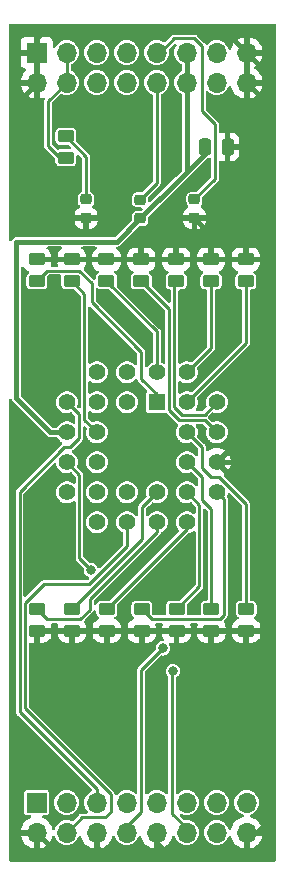
<source format=gbr>
G04 #@! TF.GenerationSoftware,KiCad,Pcbnew,(7.0.0-0)*
G04 #@! TF.CreationDate,2023-04-18T09:29:12+01:00*
G04 #@! TF.ProjectId,GAL26Adapter,47414c32-3641-4646-9170-7465722e6b69,rev?*
G04 #@! TF.SameCoordinates,Original*
G04 #@! TF.FileFunction,Copper,L1,Top*
G04 #@! TF.FilePolarity,Positive*
%FSLAX46Y46*%
G04 Gerber Fmt 4.6, Leading zero omitted, Abs format (unit mm)*
G04 Created by KiCad (PCBNEW (7.0.0-0)) date 2023-04-18 09:29:12*
%MOMM*%
%LPD*%
G01*
G04 APERTURE LIST*
G04 Aperture macros list*
%AMRoundRect*
0 Rectangle with rounded corners*
0 $1 Rounding radius*
0 $2 $3 $4 $5 $6 $7 $8 $9 X,Y pos of 4 corners*
0 Add a 4 corners polygon primitive as box body*
4,1,4,$2,$3,$4,$5,$6,$7,$8,$9,$2,$3,0*
0 Add four circle primitives for the rounded corners*
1,1,$1+$1,$2,$3*
1,1,$1+$1,$4,$5*
1,1,$1+$1,$6,$7*
1,1,$1+$1,$8,$9*
0 Add four rect primitives between the rounded corners*
20,1,$1+$1,$2,$3,$4,$5,0*
20,1,$1+$1,$4,$5,$6,$7,0*
20,1,$1+$1,$6,$7,$8,$9,0*
20,1,$1+$1,$8,$9,$2,$3,0*%
G04 Aperture macros list end*
G04 #@! TA.AperFunction,SMDPad,CuDef*
%ADD10RoundRect,0.250000X0.450000X-0.262500X0.450000X0.262500X-0.450000X0.262500X-0.450000X-0.262500X0*%
G04 #@! TD*
G04 #@! TA.AperFunction,SMDPad,CuDef*
%ADD11RoundRect,0.250000X-0.450000X0.262500X-0.450000X-0.262500X0.450000X-0.262500X0.450000X0.262500X0*%
G04 #@! TD*
G04 #@! TA.AperFunction,SMDPad,CuDef*
%ADD12RoundRect,0.218750X-0.256250X0.218750X-0.256250X-0.218750X0.256250X-0.218750X0.256250X0.218750X0*%
G04 #@! TD*
G04 #@! TA.AperFunction,SMDPad,CuDef*
%ADD13RoundRect,0.218750X0.256250X-0.218750X0.256250X0.218750X-0.256250X0.218750X-0.256250X-0.218750X0*%
G04 #@! TD*
G04 #@! TA.AperFunction,ComponentPad*
%ADD14R,1.422400X1.422400*%
G04 #@! TD*
G04 #@! TA.AperFunction,ComponentPad*
%ADD15C,1.422400*%
G04 #@! TD*
G04 #@! TA.AperFunction,SMDPad,CuDef*
%ADD16RoundRect,0.250000X-0.250000X-0.475000X0.250000X-0.475000X0.250000X0.475000X-0.250000X0.475000X0*%
G04 #@! TD*
G04 #@! TA.AperFunction,ComponentPad*
%ADD17R,1.700000X1.700000*%
G04 #@! TD*
G04 #@! TA.AperFunction,ComponentPad*
%ADD18O,1.700000X1.700000*%
G04 #@! TD*
G04 #@! TA.AperFunction,ViaPad*
%ADD19C,0.800000*%
G04 #@! TD*
G04 #@! TA.AperFunction,Conductor*
%ADD20C,0.250000*%
G04 #@! TD*
G04 #@! TA.AperFunction,Conductor*
%ADD21C,0.381000*%
G04 #@! TD*
G04 APERTURE END LIST*
D10*
X146620000Y-99570000D03*
X146620000Y-97745000D03*
D11*
X131870000Y-97745000D03*
X131870000Y-99570000D03*
X137800000Y-127347500D03*
X137800000Y-129172500D03*
D10*
X131370000Y-89130000D03*
X131370000Y-87305000D03*
D12*
X137680000Y-92695000D03*
X137680000Y-94270000D03*
D13*
X142270000Y-94230000D03*
X142270000Y-92655000D03*
D11*
X134820000Y-97745000D03*
X134820000Y-99570000D03*
X128920000Y-97745000D03*
X128920000Y-99570000D03*
X128950000Y-127347500D03*
X128950000Y-129172500D03*
D13*
X133090000Y-94230000D03*
X133090000Y-92655000D03*
D11*
X143700000Y-127347500D03*
X143700000Y-129172500D03*
D10*
X140720000Y-99570000D03*
X140720000Y-97745000D03*
X143670000Y-99570000D03*
X143670000Y-97745000D03*
D11*
X134850000Y-127347500D03*
X134850000Y-129172500D03*
D14*
X139089999Y-109829999D03*
D15*
X136550000Y-107290000D03*
X136550000Y-109830000D03*
X134010000Y-107290000D03*
X131470000Y-109830000D03*
X134010000Y-109830000D03*
X131470000Y-112370000D03*
X134010000Y-112370000D03*
X131470000Y-114910000D03*
X134010000Y-114910000D03*
X131470000Y-117450000D03*
X134010000Y-119990000D03*
X134010000Y-117450000D03*
X136550000Y-119990000D03*
X136550000Y-117450000D03*
X139090000Y-119990000D03*
X139090000Y-117450000D03*
X141630000Y-119990000D03*
X144170000Y-117450000D03*
X141630000Y-117450000D03*
X144170000Y-114910000D03*
X141630000Y-114910000D03*
X144170000Y-112370000D03*
X141630000Y-112370000D03*
X144170000Y-109830000D03*
X141630000Y-107290000D03*
X141630000Y-109830000D03*
X139090000Y-107290000D03*
D10*
X137770000Y-99570000D03*
X137770000Y-97745000D03*
D11*
X146650000Y-127347500D03*
X146650000Y-129172500D03*
X140750000Y-127347500D03*
X140750000Y-129172500D03*
D16*
X143170000Y-88220000D03*
X145070000Y-88220000D03*
D11*
X131900000Y-127347500D03*
X131900000Y-129172500D03*
D17*
X128909999Y-80229999D03*
D18*
X128909999Y-82769999D03*
X131449999Y-80229999D03*
X131449999Y-82769999D03*
X133989999Y-80229999D03*
X133989999Y-82769999D03*
X136529999Y-80229999D03*
X136529999Y-82769999D03*
X139069999Y-80229999D03*
X139069999Y-82769999D03*
X141609999Y-80229999D03*
X141609999Y-82769999D03*
X144149999Y-80229999D03*
X144149999Y-82769999D03*
X146689999Y-80229999D03*
X146689999Y-82769999D03*
D17*
X128909999Y-143729999D03*
D18*
X128909999Y-146269999D03*
X131449999Y-143729999D03*
X131449999Y-146269999D03*
X133989999Y-143729999D03*
X133989999Y-146269999D03*
X136529999Y-143729999D03*
X136529999Y-146269999D03*
X139069999Y-143729999D03*
X139069999Y-146269999D03*
X141609999Y-143729999D03*
X141609999Y-146269999D03*
X144149999Y-143729999D03*
X144149999Y-146269999D03*
X146689999Y-143729999D03*
X146689999Y-146269999D03*
D19*
X139575200Y-130669300D03*
X133481100Y-124004200D03*
X140434700Y-132591200D03*
X129900000Y-121620000D03*
X134370000Y-132030000D03*
X139620000Y-113370000D03*
X136210000Y-113290000D03*
X142420000Y-126770000D03*
X137630000Y-103820000D03*
X134630000Y-139310000D03*
X129250000Y-117280000D03*
X130360000Y-106110000D03*
D20*
X133090000Y-89025000D02*
X131370000Y-87305000D01*
X133090000Y-92655000D02*
X133090000Y-89025000D01*
X139070000Y-91305000D02*
X139070000Y-82770000D01*
X137680000Y-92695000D02*
X139070000Y-91305000D01*
X142880000Y-79630000D02*
X142255500Y-79005500D01*
X140564500Y-79005500D02*
X139340000Y-80230000D01*
X144005000Y-90920000D02*
X144005000Y-86309100D01*
X142270000Y-92655000D02*
X144005000Y-90920000D01*
X139340000Y-80230000D02*
X139070000Y-80230000D01*
X144005000Y-86309100D02*
X142880000Y-85184100D01*
X142255500Y-79005500D02*
X140564500Y-79005500D01*
X142880000Y-85184100D02*
X142880000Y-79630000D01*
X131370000Y-89130000D02*
X130900000Y-89130000D01*
X129870000Y-84350000D02*
X131450000Y-82770000D01*
X130900000Y-89130000D02*
X129870000Y-88100000D01*
X131450000Y-82770000D02*
X131450000Y-80230000D01*
X129870000Y-88100000D02*
X129870000Y-84350000D01*
X127920000Y-135759800D02*
X135165400Y-143005200D01*
X136550000Y-119990000D02*
X136550000Y-121975800D01*
X135165400Y-143005200D02*
X135165400Y-144544600D01*
X136550000Y-121975800D02*
X133319300Y-125206500D01*
X129557400Y-125206500D02*
X127920000Y-126843900D01*
X135165400Y-144544600D02*
X134730000Y-144980000D01*
X134730000Y-144980000D02*
X132740000Y-144980000D01*
X133319300Y-125206500D02*
X129557400Y-125206500D01*
X127920000Y-126843900D02*
X127920000Y-135759800D01*
X132740000Y-144980000D02*
X131450000Y-146270000D01*
X131720500Y-113640000D02*
X131237700Y-113640000D01*
X132506600Y-110866600D02*
X132506600Y-112853900D01*
X127466000Y-117411700D02*
X127466000Y-136030700D01*
X133990000Y-143730000D02*
X133990000Y-142554700D01*
X127466000Y-136030700D02*
X133990000Y-142554700D01*
X131470000Y-109830000D02*
X132506600Y-110866600D01*
X132506600Y-112853900D02*
X131720500Y-113640000D01*
X131237700Y-113640000D02*
X127466000Y-117411700D01*
X137770000Y-144510000D02*
X136530000Y-145750000D01*
X136530000Y-145750000D02*
X136530000Y-146270000D01*
X139575200Y-130669300D02*
X137770000Y-132474500D01*
X137770000Y-132474500D02*
X137770000Y-144510000D01*
X131470000Y-114910000D02*
X132524800Y-115964800D01*
X132524800Y-115964800D02*
X132524800Y-123047900D01*
X132524800Y-123047900D02*
X133481100Y-124004200D01*
X140434700Y-132591200D02*
X140350000Y-132675900D01*
X141610000Y-145920000D02*
X141610000Y-146270000D01*
X140350000Y-144660000D02*
X141610000Y-145920000D01*
X140350000Y-132675900D02*
X140350000Y-144660000D01*
X132514300Y-98678600D02*
X133574500Y-99738800D01*
X128920000Y-99570000D02*
X129811400Y-98678600D01*
X139090000Y-109170000D02*
X139090000Y-109830000D01*
X133574500Y-101358600D02*
X137760000Y-105544100D01*
X133574500Y-99738800D02*
X133574500Y-101358600D01*
X129811400Y-98678600D02*
X132514300Y-98678600D01*
X137760000Y-105544100D02*
X137760000Y-107840000D01*
X137760000Y-107840000D02*
X139090000Y-109170000D01*
X132957000Y-100657000D02*
X132957000Y-111317000D01*
X132957000Y-111317000D02*
X134010000Y-112370000D01*
X131870000Y-99570000D02*
X132957000Y-100657000D01*
X134820000Y-99570000D02*
X139090000Y-103840000D01*
X139090000Y-103840000D02*
X139090000Y-107290000D01*
X129802300Y-128199800D02*
X132594800Y-128199800D01*
X132594800Y-128199800D02*
X133407700Y-127386900D01*
X128950000Y-127347500D02*
X129802300Y-128199800D01*
X139090000Y-120826300D02*
X139090000Y-119990000D01*
X133407700Y-126508600D02*
X139090000Y-120826300D01*
X133407700Y-127386900D02*
X133407700Y-126508600D01*
X137820000Y-118720000D02*
X137820000Y-121427500D01*
X137820000Y-121427500D02*
X131900000Y-127347500D01*
X139090000Y-117450000D02*
X137820000Y-118720000D01*
X134850000Y-127347500D02*
X141630000Y-120567500D01*
X141630000Y-120567500D02*
X141630000Y-119990000D01*
X144747400Y-118027400D02*
X144170000Y-117450000D01*
X138656400Y-128203900D02*
X144395200Y-128203900D01*
X144395200Y-128203900D02*
X144747400Y-127851700D01*
X144747400Y-127851700D02*
X144747400Y-118027400D01*
X137800000Y-127347500D02*
X138656400Y-128203900D01*
X142687000Y-125410500D02*
X142687000Y-118507000D01*
X142687000Y-118507000D02*
X141630000Y-117450000D01*
X140750000Y-127347500D02*
X142687000Y-125410500D01*
X143700000Y-118883100D02*
X142900000Y-118083100D01*
X142900000Y-116180000D02*
X141630000Y-114910000D01*
X142900000Y-118083100D02*
X142900000Y-116180000D01*
X143700000Y-127347500D02*
X143700000Y-118883100D01*
X140929700Y-111325300D02*
X143125300Y-111325300D01*
X140126600Y-110522200D02*
X140929700Y-111325300D01*
X140126600Y-101926600D02*
X140126600Y-110522200D01*
X143125300Y-111325300D02*
X144170000Y-112370000D01*
X137770000Y-99570000D02*
X140126600Y-101926600D01*
X142900000Y-113640000D02*
X141630000Y-112370000D01*
X146650000Y-127347500D02*
X146650000Y-118462900D01*
X146650000Y-118462900D02*
X144367100Y-116180000D01*
X143640000Y-116180000D02*
X142900000Y-115440000D01*
X144367100Y-116180000D02*
X143640000Y-116180000D01*
X142900000Y-115440000D02*
X142900000Y-113640000D01*
X143125100Y-110874900D02*
X144170000Y-109830000D01*
X141194300Y-110874900D02*
X143125100Y-110874900D01*
X140720000Y-99570000D02*
X140577000Y-99713000D01*
X140577000Y-99713000D02*
X140577000Y-110257600D01*
X140577000Y-110257600D02*
X141194300Y-110874900D01*
X143670000Y-99570000D02*
X143670000Y-105250000D01*
X143670000Y-105250000D02*
X141630000Y-107290000D01*
X146620000Y-99570000D02*
X146620000Y-104840000D01*
X146620000Y-104840000D02*
X141630000Y-109830000D01*
D21*
X148930000Y-113600000D02*
X148930000Y-98330000D01*
X148335000Y-97745000D02*
X146620000Y-97745000D01*
X134820000Y-148280000D02*
X130920000Y-148280000D01*
X146690000Y-80230000D02*
X144950000Y-78490000D01*
X131900500Y-129172000D02*
X128950500Y-129172000D01*
X126716000Y-92815500D02*
X126850000Y-92681000D01*
X148930000Y-144830000D02*
X148930000Y-146600000D01*
X139070000Y-147130000D02*
X139070000Y-146270000D01*
X140220000Y-148280000D02*
X134820000Y-148280000D01*
X144170000Y-114910000D02*
X147620000Y-114910000D01*
X147270000Y-88220000D02*
X148930000Y-89880000D01*
D20*
X134850500Y-129172000D02*
X134850000Y-129172500D01*
D21*
X128910000Y-80230000D02*
X128910000Y-82770000D01*
X126850000Y-92681000D02*
X126850000Y-84830000D01*
D20*
X140749800Y-129172000D02*
X140750000Y-129172200D01*
D21*
X148018000Y-129172000D02*
X146649500Y-129172000D01*
X148340000Y-97740000D02*
X148335000Y-97745000D01*
X146690000Y-80230000D02*
X146690000Y-82770000D01*
X148930000Y-113600000D02*
X148930000Y-128260000D01*
X140749800Y-129172000D02*
X137799500Y-129172000D01*
X133090000Y-94230000D02*
X128130000Y-94230000D01*
X148930000Y-89880000D02*
X148930000Y-85010000D01*
X137770000Y-97745000D02*
X134820000Y-97745000D01*
X131870000Y-97745000D02*
X128920000Y-97745000D01*
X128130000Y-94230000D02*
X126716000Y-92815500D01*
X126850000Y-84830000D02*
X128910000Y-82770000D01*
D20*
X143700000Y-129172000D02*
X143700000Y-129172500D01*
X140750000Y-129172200D02*
X140750000Y-129172500D01*
D21*
X148930000Y-85010000D02*
X146690000Y-82770000D01*
X128910000Y-79020000D02*
X128910000Y-80230000D01*
X133990000Y-147450000D02*
X134820000Y-148280000D01*
X133990000Y-146270000D02*
X133990000Y-147450000D01*
X140310000Y-148280000D02*
X140220000Y-148280000D01*
X148930000Y-98330000D02*
X148340000Y-97740000D01*
X148930000Y-98330000D02*
X148930000Y-89880000D01*
X146620000Y-97745000D02*
X143670000Y-97745000D01*
X147490000Y-146270000D02*
X146690000Y-146270000D01*
X148930000Y-128260000D02*
X148930000Y-144830000D01*
X147620000Y-114910000D02*
X148930000Y-113600000D01*
D20*
X128950500Y-129172000D02*
X128950000Y-129172500D01*
D21*
X147250000Y-148280000D02*
X140310000Y-148280000D01*
X140220000Y-148280000D02*
X139070000Y-147130000D01*
X148930000Y-85010000D02*
X148930000Y-82470000D01*
D20*
X146649500Y-129172000D02*
X146650000Y-129172500D01*
D21*
X148930000Y-128260000D02*
X148018000Y-129172000D01*
X140310000Y-148280000D02*
X140220000Y-148280000D01*
D20*
X131900500Y-129172000D02*
X131900000Y-129172500D01*
D21*
X144950000Y-78490000D02*
X129440000Y-78490000D01*
X145070000Y-88220000D02*
X147270000Y-88220000D01*
X143670000Y-95630000D02*
X142270000Y-94230000D01*
X128950500Y-129172000D02*
X128950000Y-129172000D01*
X129440000Y-78490000D02*
X128910000Y-79020000D01*
X143670000Y-97745000D02*
X140720000Y-97745000D01*
X137799500Y-129172000D02*
X134850500Y-129172000D01*
X143670000Y-97745000D02*
X143670000Y-95630000D01*
X130920000Y-148280000D02*
X128910000Y-146270000D01*
X143700000Y-129172000D02*
X140749800Y-129172000D01*
X148930000Y-146600000D02*
X147250000Y-148280000D01*
X146649500Y-129172000D02*
X143700000Y-129172000D01*
X148930000Y-82470000D02*
X146690000Y-80230000D01*
X134850500Y-129172000D02*
X131900500Y-129172000D01*
X148930000Y-144830000D02*
X147490000Y-146270000D01*
X134820000Y-97745000D02*
X131870000Y-97745000D01*
X140720000Y-97745000D02*
X137770000Y-97745000D01*
D20*
X137799500Y-129172000D02*
X137800000Y-129172500D01*
D21*
X143170000Y-88780000D02*
X143170000Y-88220000D01*
X141610000Y-90340000D02*
X143170000Y-88780000D01*
X140925000Y-91025000D02*
X141610000Y-90340000D01*
X135710000Y-96240000D02*
X137680000Y-94270000D01*
X131470000Y-112370000D02*
X130070000Y-112370000D01*
X127200000Y-96240000D02*
X135710000Y-96240000D01*
X130070000Y-112370000D02*
X127200000Y-109500000D01*
X137680000Y-94270000D02*
X140925000Y-91025000D01*
X127200000Y-109500000D02*
X127200000Y-96240000D01*
X140925000Y-91025000D02*
X141610000Y-90340000D01*
X141610000Y-90340000D02*
X141610000Y-82770000D01*
X141610000Y-82770000D02*
X141610000Y-80230000D01*
G04 #@! TA.AperFunction,Conductor*
G36*
X149088000Y-77786613D02*
G01*
X149133387Y-77832000D01*
X149150000Y-77894000D01*
X149150000Y-148606000D01*
X149133387Y-148668000D01*
X149088000Y-148713387D01*
X149026000Y-148730000D01*
X126694017Y-148730000D01*
X126632012Y-148713384D01*
X126586624Y-148667990D01*
X126570017Y-148605983D01*
X126570311Y-146522551D01*
X127582688Y-146522551D01*
X127583056Y-146533780D01*
X127635168Y-146728263D01*
X127638856Y-146738397D01*
X127734113Y-146942676D01*
X127739501Y-146952008D01*
X127868784Y-147136643D01*
X127875721Y-147144909D01*
X128035090Y-147304278D01*
X128043356Y-147311215D01*
X128227991Y-147440498D01*
X128237323Y-147445886D01*
X128441602Y-147541143D01*
X128451736Y-147544831D01*
X128646219Y-147596943D01*
X128657448Y-147597311D01*
X128660000Y-147586369D01*
X128660000Y-146536326D01*
X128656549Y-146523450D01*
X128643674Y-146520000D01*
X127593631Y-146520000D01*
X127582688Y-146522551D01*
X126570311Y-146522551D01*
X126575509Y-109632128D01*
X126590542Y-109572970D01*
X126631980Y-109528150D01*
X126689782Y-109508531D01*
X126749942Y-109518868D01*
X126797880Y-109556656D01*
X126818093Y-109603693D01*
X126818958Y-109603412D01*
X126821974Y-109612694D01*
X126823501Y-109622332D01*
X126827931Y-109631026D01*
X126833213Y-109641393D01*
X126840657Y-109659364D01*
X126844255Y-109670438D01*
X126844257Y-109670443D01*
X126847273Y-109679723D01*
X126853008Y-109687616D01*
X126853011Y-109687622D01*
X126859849Y-109697033D01*
X126870015Y-109713621D01*
X126879731Y-109732689D01*
X126967311Y-109820269D01*
X126967313Y-109820270D01*
X129749729Y-112602686D01*
X129749731Y-112602689D01*
X129837311Y-112690269D01*
X129856375Y-112699982D01*
X129872965Y-112710148D01*
X129890277Y-112722727D01*
X129909508Y-112728975D01*
X129910621Y-112729337D01*
X129928598Y-112736783D01*
X129937050Y-112741089D01*
X129947668Y-112746499D01*
X129968813Y-112749848D01*
X129987717Y-112754386D01*
X130008072Y-112761000D01*
X130039226Y-112761000D01*
X130131928Y-112761000D01*
X130571412Y-112761000D01*
X130633412Y-112777613D01*
X130678800Y-112823001D01*
X130725105Y-112903206D01*
X130725107Y-112903209D01*
X130728356Y-112908836D01*
X130856593Y-113051257D01*
X130861843Y-113055071D01*
X130861846Y-113055074D01*
X130915572Y-113094108D01*
X131011639Y-113163905D01*
X131017573Y-113166546D01*
X131023204Y-113169798D01*
X131022253Y-113171444D01*
X131066716Y-113208413D01*
X131088368Y-113272134D01*
X131073545Y-113337780D01*
X131040612Y-113371626D01*
X131042948Y-113374410D01*
X131034637Y-113381382D01*
X131025245Y-113386806D01*
X131018274Y-113395113D01*
X131018272Y-113395115D01*
X131000962Y-113415743D01*
X130993656Y-113423715D01*
X127249714Y-117167658D01*
X127241742Y-117174964D01*
X127221114Y-117192273D01*
X127221112Y-117192274D01*
X127212806Y-117199245D01*
X127207384Y-117208634D01*
X127207380Y-117208640D01*
X127193914Y-117231964D01*
X127188112Y-117241071D01*
X127166446Y-117272016D01*
X127163639Y-117282488D01*
X127162087Y-117285818D01*
X127160831Y-117289266D01*
X127155412Y-117298655D01*
X127153529Y-117309331D01*
X127153528Y-117309335D01*
X127148853Y-117335849D01*
X127146514Y-117346397D01*
X127136736Y-117382893D01*
X127137681Y-117393696D01*
X127137681Y-117393699D01*
X127140028Y-117420519D01*
X127140500Y-117431327D01*
X127140500Y-136011073D01*
X127140028Y-136021881D01*
X127137681Y-136048700D01*
X127137681Y-136048703D01*
X127136736Y-136059507D01*
X127139543Y-136069983D01*
X127146513Y-136095997D01*
X127148852Y-136106552D01*
X127153527Y-136133061D01*
X127153528Y-136133066D01*
X127155412Y-136143745D01*
X127160831Y-136153132D01*
X127162084Y-136156573D01*
X127163638Y-136159906D01*
X127166446Y-136170384D01*
X127188112Y-136201327D01*
X127193914Y-136210435D01*
X127207381Y-136233760D01*
X127207383Y-136233762D01*
X127212806Y-136243155D01*
X127241757Y-136267447D01*
X127249718Y-136274744D01*
X133561463Y-142586490D01*
X133591523Y-142635274D01*
X133596440Y-142692365D01*
X133575163Y-142745570D01*
X133532236Y-142783529D01*
X133408920Y-142849444D01*
X133408915Y-142849447D01*
X133403550Y-142852315D01*
X133398846Y-142856174D01*
X133398842Y-142856178D01*
X133248296Y-142979727D01*
X133248290Y-142979732D01*
X133243590Y-142983590D01*
X133239732Y-142988290D01*
X133239727Y-142988296D01*
X133116178Y-143138842D01*
X133116174Y-143138846D01*
X133112315Y-143143550D01*
X133109447Y-143148915D01*
X133109444Y-143148920D01*
X133017640Y-143320671D01*
X133017636Y-143320679D01*
X133014768Y-143326046D01*
X133012999Y-143331875D01*
X133012999Y-143331877D01*
X132956468Y-143518235D01*
X132956466Y-143518242D01*
X132954700Y-143524066D01*
X132954103Y-143530122D01*
X132954102Y-143530130D01*
X132935890Y-143715040D01*
X132934417Y-143730000D01*
X132935014Y-143736061D01*
X132954102Y-143929869D01*
X132954103Y-143929875D01*
X132954700Y-143935934D01*
X133014768Y-144133954D01*
X133112315Y-144316450D01*
X133116178Y-144321157D01*
X133116179Y-144321158D01*
X133223422Y-144451835D01*
X133250636Y-144515321D01*
X133239664Y-144583517D01*
X133193909Y-144635262D01*
X133127569Y-144654500D01*
X132759615Y-144654500D01*
X132748807Y-144654028D01*
X132721999Y-144651682D01*
X132721996Y-144651682D01*
X132711193Y-144650737D01*
X132700718Y-144653543D01*
X132700713Y-144653544D01*
X132674715Y-144660510D01*
X132664163Y-144662849D01*
X132637638Y-144667527D01*
X132637632Y-144667529D01*
X132626955Y-144669412D01*
X132617569Y-144674829D01*
X132614128Y-144676082D01*
X132610785Y-144677640D01*
X132600316Y-144680447D01*
X132591434Y-144686665D01*
X132591425Y-144686670D01*
X132569376Y-144702108D01*
X132560262Y-144707915D01*
X132536939Y-144721381D01*
X132536934Y-144721384D01*
X132527545Y-144726806D01*
X132520577Y-144735109D01*
X132520572Y-144735114D01*
X132503262Y-144755743D01*
X132495956Y-144763715D01*
X131990537Y-145269134D01*
X131950309Y-145296014D01*
X131902857Y-145305453D01*
X131856809Y-145296294D01*
X131853954Y-145294768D01*
X131848126Y-145293000D01*
X131661764Y-145236468D01*
X131661759Y-145236467D01*
X131655934Y-145234700D01*
X131649875Y-145234103D01*
X131649869Y-145234102D01*
X131456061Y-145215014D01*
X131450000Y-145214417D01*
X131443939Y-145215014D01*
X131250130Y-145234102D01*
X131250122Y-145234103D01*
X131244066Y-145234700D01*
X131238242Y-145236466D01*
X131238235Y-145236468D01*
X131051877Y-145292999D01*
X131051875Y-145292999D01*
X131046046Y-145294768D01*
X131040679Y-145297636D01*
X131040671Y-145297640D01*
X130868920Y-145389444D01*
X130868915Y-145389447D01*
X130863550Y-145392315D01*
X130858846Y-145396174D01*
X130858842Y-145396178D01*
X130708296Y-145519727D01*
X130708290Y-145519732D01*
X130703590Y-145523590D01*
X130699732Y-145528290D01*
X130699727Y-145528296D01*
X130576178Y-145678842D01*
X130576174Y-145678846D01*
X130572315Y-145683550D01*
X130569447Y-145688915D01*
X130569444Y-145688920D01*
X130477640Y-145860671D01*
X130477636Y-145860679D01*
X130474768Y-145866046D01*
X130473001Y-145871870D01*
X130472996Y-145871883D01*
X130454593Y-145932551D01*
X130421289Y-145986502D01*
X130365668Y-146016937D01*
X130302274Y-146015899D01*
X130247680Y-145983660D01*
X130216158Y-145928648D01*
X130184832Y-145811738D01*
X130181143Y-145801602D01*
X130085889Y-145597332D01*
X130080491Y-145587982D01*
X129951215Y-145403357D01*
X129944280Y-145395092D01*
X129784909Y-145235721D01*
X129776643Y-145228784D01*
X129592008Y-145099501D01*
X129582676Y-145094113D01*
X129417052Y-145016882D01*
X129366656Y-144973840D01*
X129345627Y-144910990D01*
X129359971Y-144846286D01*
X129405592Y-144798211D01*
X129469457Y-144780500D01*
X129773652Y-144780500D01*
X129779748Y-144780500D01*
X129838231Y-144768867D01*
X129904552Y-144724552D01*
X129948867Y-144658231D01*
X129960500Y-144599748D01*
X129960500Y-143730000D01*
X130394417Y-143730000D01*
X130395014Y-143736061D01*
X130414102Y-143929869D01*
X130414103Y-143929875D01*
X130414700Y-143935934D01*
X130474768Y-144133954D01*
X130572315Y-144316450D01*
X130576178Y-144321157D01*
X130695473Y-144466520D01*
X130703590Y-144476410D01*
X130863550Y-144607685D01*
X131046046Y-144705232D01*
X131244066Y-144765300D01*
X131450000Y-144785583D01*
X131655934Y-144765300D01*
X131853954Y-144705232D01*
X132036450Y-144607685D01*
X132196410Y-144476410D01*
X132327685Y-144316450D01*
X132425232Y-144133954D01*
X132485300Y-143935934D01*
X132505583Y-143730000D01*
X132485300Y-143524066D01*
X132425232Y-143326046D01*
X132327685Y-143143550D01*
X132196410Y-142983590D01*
X132036450Y-142852315D01*
X132003269Y-142834579D01*
X131859328Y-142757640D01*
X131859323Y-142757638D01*
X131853954Y-142754768D01*
X131775502Y-142730970D01*
X131661764Y-142696468D01*
X131661759Y-142696467D01*
X131655934Y-142694700D01*
X131649875Y-142694103D01*
X131649869Y-142694102D01*
X131456061Y-142675014D01*
X131450000Y-142674417D01*
X131443939Y-142675014D01*
X131250130Y-142694102D01*
X131250122Y-142694103D01*
X131244066Y-142694700D01*
X131238242Y-142696466D01*
X131238235Y-142696468D01*
X131051877Y-142752999D01*
X131051875Y-142752999D01*
X131046046Y-142754768D01*
X131040679Y-142757636D01*
X131040671Y-142757640D01*
X130868920Y-142849444D01*
X130868915Y-142849447D01*
X130863550Y-142852315D01*
X130858846Y-142856174D01*
X130858842Y-142856178D01*
X130708296Y-142979727D01*
X130708290Y-142979732D01*
X130703590Y-142983590D01*
X130699732Y-142988290D01*
X130699727Y-142988296D01*
X130576178Y-143138842D01*
X130576174Y-143138846D01*
X130572315Y-143143550D01*
X130569447Y-143148915D01*
X130569444Y-143148920D01*
X130477640Y-143320671D01*
X130477636Y-143320679D01*
X130474768Y-143326046D01*
X130472999Y-143331875D01*
X130472999Y-143331877D01*
X130416468Y-143518235D01*
X130416466Y-143518242D01*
X130414700Y-143524066D01*
X130414103Y-143530122D01*
X130414102Y-143530130D01*
X130395890Y-143715040D01*
X130394417Y-143730000D01*
X129960500Y-143730000D01*
X129960500Y-142860252D01*
X129948867Y-142801769D01*
X129904552Y-142735448D01*
X129838231Y-142691133D01*
X129826253Y-142688750D01*
X129826252Y-142688750D01*
X129785728Y-142680689D01*
X129785723Y-142680688D01*
X129779748Y-142679500D01*
X128040252Y-142679500D01*
X128034277Y-142680688D01*
X128034271Y-142680689D01*
X127993747Y-142688750D01*
X127993745Y-142688750D01*
X127981769Y-142691133D01*
X127971618Y-142697915D01*
X127971615Y-142697917D01*
X127925601Y-142728663D01*
X127925598Y-142728665D01*
X127915448Y-142735448D01*
X127908665Y-142745598D01*
X127908663Y-142745601D01*
X127877917Y-142791615D01*
X127877915Y-142791618D01*
X127871133Y-142801769D01*
X127868750Y-142813745D01*
X127868750Y-142813747D01*
X127860689Y-142854271D01*
X127860688Y-142854277D01*
X127859500Y-142860252D01*
X127859500Y-144599748D01*
X127860688Y-144605723D01*
X127860689Y-144605728D01*
X127868750Y-144646252D01*
X127871133Y-144658231D01*
X127877916Y-144668383D01*
X127877917Y-144668384D01*
X127903720Y-144707001D01*
X127915448Y-144724552D01*
X127981769Y-144768867D01*
X128040252Y-144780500D01*
X128046348Y-144780500D01*
X128350543Y-144780500D01*
X128414408Y-144798211D01*
X128460028Y-144846285D01*
X128474373Y-144910990D01*
X128453344Y-144973840D01*
X128402948Y-145016882D01*
X128237332Y-145094110D01*
X128227982Y-145099508D01*
X128043357Y-145228784D01*
X128035092Y-145235719D01*
X127875719Y-145395092D01*
X127868784Y-145403357D01*
X127739508Y-145587982D01*
X127734110Y-145597332D01*
X127638856Y-145801602D01*
X127635168Y-145811736D01*
X127583056Y-146006219D01*
X127582688Y-146017448D01*
X127593631Y-146020000D01*
X129036000Y-146020000D01*
X129098000Y-146036613D01*
X129143387Y-146082000D01*
X129160000Y-146144000D01*
X129160000Y-147586369D01*
X129162551Y-147597311D01*
X129173780Y-147596943D01*
X129368263Y-147544831D01*
X129378397Y-147541143D01*
X129582676Y-147445886D01*
X129592008Y-147440498D01*
X129776643Y-147311215D01*
X129784909Y-147304278D01*
X129944278Y-147144909D01*
X129951215Y-147136643D01*
X130080498Y-146952008D01*
X130085886Y-146942676D01*
X130181143Y-146738397D01*
X130184832Y-146728261D01*
X130216158Y-146611351D01*
X130247679Y-146556339D01*
X130302274Y-146524100D01*
X130365669Y-146523062D01*
X130421289Y-146553498D01*
X130454594Y-146607449D01*
X130455778Y-146611351D01*
X130474768Y-146673954D01*
X130477638Y-146679323D01*
X130477640Y-146679328D01*
X130569444Y-146851079D01*
X130572315Y-146856450D01*
X130703590Y-147016410D01*
X130863550Y-147147685D01*
X131046046Y-147245232D01*
X131244066Y-147305300D01*
X131450000Y-147325583D01*
X131655934Y-147305300D01*
X131853954Y-147245232D01*
X132036450Y-147147685D01*
X132196410Y-147016410D01*
X132327685Y-146856450D01*
X132425232Y-146673954D01*
X132445406Y-146607448D01*
X132478709Y-146553499D01*
X132534329Y-146523062D01*
X132597724Y-146524099D01*
X132652319Y-146556338D01*
X132683841Y-146611350D01*
X132715168Y-146728263D01*
X132718856Y-146738397D01*
X132814113Y-146942676D01*
X132819501Y-146952008D01*
X132948784Y-147136643D01*
X132955721Y-147144909D01*
X133115090Y-147304278D01*
X133123356Y-147311215D01*
X133307991Y-147440498D01*
X133317323Y-147445886D01*
X133521602Y-147541143D01*
X133531736Y-147544831D01*
X133726219Y-147596943D01*
X133737448Y-147597311D01*
X133740000Y-147586369D01*
X133740000Y-146144000D01*
X133756613Y-146082000D01*
X133802000Y-146036613D01*
X133864000Y-146020000D01*
X134116000Y-146020000D01*
X134178000Y-146036613D01*
X134223387Y-146082000D01*
X134240000Y-146144000D01*
X134240000Y-147586369D01*
X134242551Y-147597311D01*
X134253780Y-147596943D01*
X134448263Y-147544831D01*
X134458397Y-147541143D01*
X134662676Y-147445886D01*
X134672008Y-147440498D01*
X134856643Y-147311215D01*
X134864909Y-147304278D01*
X135024278Y-147144909D01*
X135031215Y-147136643D01*
X135160498Y-146952008D01*
X135165886Y-146942676D01*
X135261143Y-146738397D01*
X135264832Y-146728261D01*
X135296158Y-146611351D01*
X135327679Y-146556339D01*
X135382274Y-146524100D01*
X135445669Y-146523062D01*
X135501289Y-146553498D01*
X135534594Y-146607449D01*
X135535778Y-146611351D01*
X135554768Y-146673954D01*
X135557638Y-146679323D01*
X135557640Y-146679328D01*
X135649444Y-146851079D01*
X135652315Y-146856450D01*
X135783590Y-147016410D01*
X135943550Y-147147685D01*
X136126046Y-147245232D01*
X136324066Y-147305300D01*
X136530000Y-147325583D01*
X136735934Y-147305300D01*
X136933954Y-147245232D01*
X137116450Y-147147685D01*
X137276410Y-147016410D01*
X137407685Y-146856450D01*
X137505232Y-146673954D01*
X137525406Y-146607448D01*
X137558709Y-146553499D01*
X137614329Y-146523062D01*
X137677724Y-146524099D01*
X137732319Y-146556338D01*
X137763841Y-146611350D01*
X137795168Y-146728263D01*
X137798856Y-146738397D01*
X137894113Y-146942676D01*
X137899501Y-146952008D01*
X138028784Y-147136643D01*
X138035721Y-147144909D01*
X138195090Y-147304278D01*
X138203356Y-147311215D01*
X138387991Y-147440498D01*
X138397323Y-147445886D01*
X138601602Y-147541143D01*
X138611736Y-147544831D01*
X138806219Y-147596943D01*
X138817448Y-147597311D01*
X138820000Y-147586369D01*
X138820000Y-146144000D01*
X138836613Y-146082000D01*
X138882000Y-146036613D01*
X138944000Y-146020000D01*
X139196000Y-146020000D01*
X139258000Y-146036613D01*
X139303387Y-146082000D01*
X139320000Y-146144000D01*
X139320000Y-147586369D01*
X139322551Y-147597311D01*
X139333780Y-147596943D01*
X139528263Y-147544831D01*
X139538397Y-147541143D01*
X139742676Y-147445886D01*
X139752008Y-147440498D01*
X139936643Y-147311215D01*
X139944909Y-147304278D01*
X140104278Y-147144909D01*
X140111215Y-147136643D01*
X140240498Y-146952008D01*
X140245886Y-146942676D01*
X140341143Y-146738397D01*
X140344832Y-146728261D01*
X140376158Y-146611351D01*
X140407679Y-146556339D01*
X140462274Y-146524100D01*
X140525669Y-146523062D01*
X140581289Y-146553498D01*
X140614594Y-146607449D01*
X140615778Y-146611351D01*
X140634768Y-146673954D01*
X140637638Y-146679323D01*
X140637640Y-146679328D01*
X140729444Y-146851079D01*
X140732315Y-146856450D01*
X140863590Y-147016410D01*
X141023550Y-147147685D01*
X141206046Y-147245232D01*
X141404066Y-147305300D01*
X141610000Y-147325583D01*
X141815934Y-147305300D01*
X142013954Y-147245232D01*
X142196450Y-147147685D01*
X142356410Y-147016410D01*
X142487685Y-146856450D01*
X142585232Y-146673954D01*
X142645300Y-146475934D01*
X142665583Y-146270000D01*
X143094417Y-146270000D01*
X143095014Y-146276061D01*
X143114102Y-146469869D01*
X143114103Y-146469875D01*
X143114700Y-146475934D01*
X143116467Y-146481759D01*
X143116468Y-146481764D01*
X143155778Y-146611351D01*
X143174768Y-146673954D01*
X143177638Y-146679323D01*
X143177640Y-146679328D01*
X143269444Y-146851079D01*
X143272315Y-146856450D01*
X143403590Y-147016410D01*
X143563550Y-147147685D01*
X143746046Y-147245232D01*
X143944066Y-147305300D01*
X144150000Y-147325583D01*
X144355934Y-147305300D01*
X144553954Y-147245232D01*
X144736450Y-147147685D01*
X144896410Y-147016410D01*
X145027685Y-146856450D01*
X145125232Y-146673954D01*
X145145406Y-146607448D01*
X145178709Y-146553499D01*
X145234329Y-146523062D01*
X145297724Y-146524099D01*
X145352319Y-146556338D01*
X145383841Y-146611350D01*
X145415168Y-146728263D01*
X145418856Y-146738397D01*
X145514113Y-146942676D01*
X145519501Y-146952008D01*
X145648784Y-147136643D01*
X145655721Y-147144909D01*
X145815090Y-147304278D01*
X145823356Y-147311215D01*
X146007991Y-147440498D01*
X146017323Y-147445886D01*
X146221602Y-147541143D01*
X146231736Y-147544831D01*
X146426219Y-147596943D01*
X146437448Y-147597311D01*
X146440000Y-147586369D01*
X146940000Y-147586369D01*
X146942551Y-147597311D01*
X146953780Y-147596943D01*
X147148263Y-147544831D01*
X147158397Y-147541143D01*
X147362676Y-147445886D01*
X147372008Y-147440498D01*
X147556643Y-147311215D01*
X147564909Y-147304278D01*
X147724278Y-147144909D01*
X147731215Y-147136643D01*
X147860498Y-146952008D01*
X147865886Y-146942676D01*
X147961143Y-146738397D01*
X147964831Y-146728263D01*
X148016943Y-146533780D01*
X148017311Y-146522551D01*
X148006369Y-146520000D01*
X146956326Y-146520000D01*
X146943450Y-146523450D01*
X146940000Y-146536326D01*
X146940000Y-147586369D01*
X146440000Y-147586369D01*
X146440000Y-146144000D01*
X146456613Y-146082000D01*
X146502000Y-146036613D01*
X146564000Y-146020000D01*
X148006369Y-146020000D01*
X148017311Y-146017448D01*
X148016943Y-146006219D01*
X147964831Y-145811736D01*
X147961143Y-145801602D01*
X147865889Y-145597332D01*
X147860491Y-145587982D01*
X147731215Y-145403357D01*
X147724280Y-145395092D01*
X147564909Y-145235721D01*
X147556643Y-145228784D01*
X147372008Y-145099501D01*
X147362676Y-145094113D01*
X147158397Y-144998856D01*
X147148263Y-144995168D01*
X147031350Y-144963841D01*
X146976338Y-144932319D01*
X146944099Y-144877724D01*
X146943062Y-144814329D01*
X146973499Y-144758709D01*
X147027448Y-144725406D01*
X147093954Y-144705232D01*
X147276450Y-144607685D01*
X147436410Y-144476410D01*
X147567685Y-144316450D01*
X147665232Y-144133954D01*
X147725300Y-143935934D01*
X147745583Y-143730000D01*
X147725300Y-143524066D01*
X147665232Y-143326046D01*
X147567685Y-143143550D01*
X147436410Y-142983590D01*
X147276450Y-142852315D01*
X147243269Y-142834579D01*
X147099328Y-142757640D01*
X147099323Y-142757638D01*
X147093954Y-142754768D01*
X147015502Y-142730970D01*
X146901764Y-142696468D01*
X146901759Y-142696467D01*
X146895934Y-142694700D01*
X146889875Y-142694103D01*
X146889869Y-142694102D01*
X146696061Y-142675014D01*
X146690000Y-142674417D01*
X146683939Y-142675014D01*
X146490130Y-142694102D01*
X146490122Y-142694103D01*
X146484066Y-142694700D01*
X146478242Y-142696466D01*
X146478235Y-142696468D01*
X146291877Y-142752999D01*
X146291875Y-142752999D01*
X146286046Y-142754768D01*
X146280679Y-142757636D01*
X146280671Y-142757640D01*
X146108920Y-142849444D01*
X146108915Y-142849447D01*
X146103550Y-142852315D01*
X146098846Y-142856174D01*
X146098842Y-142856178D01*
X145948296Y-142979727D01*
X145948290Y-142979732D01*
X145943590Y-142983590D01*
X145939732Y-142988290D01*
X145939727Y-142988296D01*
X145816178Y-143138842D01*
X145816174Y-143138846D01*
X145812315Y-143143550D01*
X145809447Y-143148915D01*
X145809444Y-143148920D01*
X145717640Y-143320671D01*
X145717636Y-143320679D01*
X145714768Y-143326046D01*
X145712999Y-143331875D01*
X145712999Y-143331877D01*
X145656468Y-143518235D01*
X145656466Y-143518242D01*
X145654700Y-143524066D01*
X145654103Y-143530122D01*
X145654102Y-143530130D01*
X145635890Y-143715040D01*
X145634417Y-143730000D01*
X145635014Y-143736061D01*
X145654102Y-143929869D01*
X145654103Y-143929875D01*
X145654700Y-143935934D01*
X145714768Y-144133954D01*
X145812315Y-144316450D01*
X145816178Y-144321157D01*
X145935473Y-144466520D01*
X145943590Y-144476410D01*
X146103550Y-144607685D01*
X146286046Y-144705232D01*
X146352549Y-144725405D01*
X146406501Y-144758709D01*
X146436937Y-144814329D01*
X146435900Y-144877724D01*
X146403661Y-144932319D01*
X146348649Y-144963841D01*
X146231736Y-144995168D01*
X146221602Y-144998856D01*
X146017332Y-145094110D01*
X146007982Y-145099508D01*
X145823357Y-145228784D01*
X145815092Y-145235719D01*
X145655719Y-145395092D01*
X145648784Y-145403357D01*
X145519508Y-145587982D01*
X145514110Y-145597332D01*
X145418856Y-145801602D01*
X145415168Y-145811736D01*
X145383841Y-145928649D01*
X145352319Y-145983661D01*
X145297724Y-146015900D01*
X145234329Y-146016937D01*
X145178709Y-145986501D01*
X145145405Y-145932549D01*
X145144222Y-145928648D01*
X145125232Y-145866046D01*
X145027685Y-145683550D01*
X144896410Y-145523590D01*
X144736450Y-145392315D01*
X144626257Y-145333415D01*
X144559328Y-145297640D01*
X144559323Y-145297638D01*
X144553954Y-145294768D01*
X144503800Y-145279554D01*
X144361764Y-145236468D01*
X144361759Y-145236467D01*
X144355934Y-145234700D01*
X144349875Y-145234103D01*
X144349869Y-145234102D01*
X144156061Y-145215014D01*
X144150000Y-145214417D01*
X144143939Y-145215014D01*
X143950130Y-145234102D01*
X143950122Y-145234103D01*
X143944066Y-145234700D01*
X143938242Y-145236466D01*
X143938235Y-145236468D01*
X143751877Y-145292999D01*
X143751875Y-145292999D01*
X143746046Y-145294768D01*
X143740679Y-145297636D01*
X143740671Y-145297640D01*
X143568920Y-145389444D01*
X143568915Y-145389447D01*
X143563550Y-145392315D01*
X143558846Y-145396174D01*
X143558842Y-145396178D01*
X143408296Y-145519727D01*
X143408290Y-145519732D01*
X143403590Y-145523590D01*
X143399732Y-145528290D01*
X143399727Y-145528296D01*
X143276178Y-145678842D01*
X143276174Y-145678846D01*
X143272315Y-145683550D01*
X143269447Y-145688915D01*
X143269444Y-145688920D01*
X143177640Y-145860671D01*
X143177636Y-145860679D01*
X143174768Y-145866046D01*
X143172999Y-145871875D01*
X143172999Y-145871877D01*
X143116468Y-146058235D01*
X143116466Y-146058242D01*
X143114700Y-146064066D01*
X143114103Y-146070122D01*
X143114102Y-146070130D01*
X143106827Y-146144000D01*
X143094417Y-146270000D01*
X142665583Y-146270000D01*
X142645300Y-146064066D01*
X142585232Y-145866046D01*
X142487685Y-145683550D01*
X142356410Y-145523590D01*
X142196450Y-145392315D01*
X142086257Y-145333415D01*
X142019328Y-145297640D01*
X142019323Y-145297638D01*
X142013954Y-145294768D01*
X141963800Y-145279554D01*
X141821764Y-145236468D01*
X141821759Y-145236467D01*
X141815934Y-145234700D01*
X141809875Y-145234103D01*
X141809869Y-145234102D01*
X141616061Y-145215014D01*
X141610000Y-145214417D01*
X141603939Y-145215014D01*
X141603938Y-145215014D01*
X141445097Y-145230658D01*
X141391168Y-145224006D01*
X141345262Y-145194936D01*
X141044198Y-144893872D01*
X141010760Y-144832765D01*
X141015543Y-144763272D01*
X141057039Y-144707323D01*
X141122151Y-144682573D01*
X141190332Y-144696832D01*
X141206046Y-144705232D01*
X141404066Y-144765300D01*
X141610000Y-144785583D01*
X141815934Y-144765300D01*
X142013954Y-144705232D01*
X142196450Y-144607685D01*
X142356410Y-144476410D01*
X142487685Y-144316450D01*
X142585232Y-144133954D01*
X142645300Y-143935934D01*
X142665583Y-143730000D01*
X143094417Y-143730000D01*
X143095014Y-143736061D01*
X143114102Y-143929869D01*
X143114103Y-143929875D01*
X143114700Y-143935934D01*
X143174768Y-144133954D01*
X143272315Y-144316450D01*
X143276178Y-144321157D01*
X143395473Y-144466520D01*
X143403590Y-144476410D01*
X143563550Y-144607685D01*
X143746046Y-144705232D01*
X143944066Y-144765300D01*
X144150000Y-144785583D01*
X144355934Y-144765300D01*
X144553954Y-144705232D01*
X144736450Y-144607685D01*
X144896410Y-144476410D01*
X145027685Y-144316450D01*
X145125232Y-144133954D01*
X145185300Y-143935934D01*
X145205583Y-143730000D01*
X145185300Y-143524066D01*
X145125232Y-143326046D01*
X145027685Y-143143550D01*
X144896410Y-142983590D01*
X144736450Y-142852315D01*
X144703269Y-142834579D01*
X144559328Y-142757640D01*
X144559323Y-142757638D01*
X144553954Y-142754768D01*
X144475502Y-142730970D01*
X144361764Y-142696468D01*
X144361759Y-142696467D01*
X144355934Y-142694700D01*
X144349875Y-142694103D01*
X144349869Y-142694102D01*
X144156061Y-142675014D01*
X144150000Y-142674417D01*
X144143939Y-142675014D01*
X143950130Y-142694102D01*
X143950122Y-142694103D01*
X143944066Y-142694700D01*
X143938242Y-142696466D01*
X143938235Y-142696468D01*
X143751877Y-142752999D01*
X143751875Y-142752999D01*
X143746046Y-142754768D01*
X143740679Y-142757636D01*
X143740671Y-142757640D01*
X143568920Y-142849444D01*
X143568915Y-142849447D01*
X143563550Y-142852315D01*
X143558846Y-142856174D01*
X143558842Y-142856178D01*
X143408296Y-142979727D01*
X143408290Y-142979732D01*
X143403590Y-142983590D01*
X143399732Y-142988290D01*
X143399727Y-142988296D01*
X143276178Y-143138842D01*
X143276174Y-143138846D01*
X143272315Y-143143550D01*
X143269447Y-143148915D01*
X143269444Y-143148920D01*
X143177640Y-143320671D01*
X143177636Y-143320679D01*
X143174768Y-143326046D01*
X143172999Y-143331875D01*
X143172999Y-143331877D01*
X143116468Y-143518235D01*
X143116466Y-143518242D01*
X143114700Y-143524066D01*
X143114103Y-143530122D01*
X143114102Y-143530130D01*
X143095890Y-143715040D01*
X143094417Y-143730000D01*
X142665583Y-143730000D01*
X142645300Y-143524066D01*
X142585232Y-143326046D01*
X142487685Y-143143550D01*
X142356410Y-142983590D01*
X142196450Y-142852315D01*
X142163269Y-142834579D01*
X142019328Y-142757640D01*
X142019323Y-142757638D01*
X142013954Y-142754768D01*
X141935502Y-142730970D01*
X141821764Y-142696468D01*
X141821759Y-142696467D01*
X141815934Y-142694700D01*
X141809875Y-142694103D01*
X141809869Y-142694102D01*
X141616061Y-142675014D01*
X141610000Y-142674417D01*
X141603939Y-142675014D01*
X141410130Y-142694102D01*
X141410122Y-142694103D01*
X141404066Y-142694700D01*
X141398242Y-142696466D01*
X141398235Y-142696468D01*
X141211877Y-142752999D01*
X141211875Y-142752999D01*
X141206046Y-142754768D01*
X141200679Y-142757636D01*
X141200671Y-142757640D01*
X141028920Y-142849444D01*
X141028915Y-142849447D01*
X141023550Y-142852315D01*
X141018846Y-142856174D01*
X141018842Y-142856178D01*
X140878164Y-142971629D01*
X140814678Y-142998843D01*
X140746483Y-142987870D01*
X140694738Y-142942115D01*
X140675500Y-142875775D01*
X140675500Y-133221922D01*
X140692113Y-133159923D01*
X140735419Y-133116614D01*
X140737541Y-133115736D01*
X140862982Y-133019482D01*
X140959236Y-132894041D01*
X141019744Y-132747962D01*
X141040382Y-132591200D01*
X141019744Y-132434438D01*
X140959236Y-132288359D01*
X140862982Y-132162918D01*
X140737541Y-132066664D01*
X140730033Y-132063554D01*
X140598971Y-132009266D01*
X140598968Y-132009265D01*
X140591462Y-132006156D01*
X140583408Y-132005095D01*
X140583402Y-132005094D01*
X140442759Y-131986579D01*
X140434700Y-131985518D01*
X140426641Y-131986579D01*
X140285997Y-132005094D01*
X140285989Y-132005096D01*
X140277938Y-132006156D01*
X140270433Y-132009264D01*
X140270428Y-132009266D01*
X140139366Y-132063554D01*
X140139362Y-132063555D01*
X140131859Y-132066664D01*
X140125414Y-132071608D01*
X140125411Y-132071611D01*
X140012864Y-132157971D01*
X140012860Y-132157974D01*
X140006418Y-132162918D01*
X140001474Y-132169360D01*
X140001471Y-132169364D01*
X139915111Y-132281911D01*
X139915108Y-132281914D01*
X139910164Y-132288359D01*
X139907055Y-132295862D01*
X139907054Y-132295866D01*
X139852766Y-132426928D01*
X139852764Y-132426933D01*
X139849656Y-132434438D01*
X139848596Y-132442489D01*
X139848594Y-132442497D01*
X139831413Y-132573007D01*
X139829018Y-132591200D01*
X139830079Y-132599259D01*
X139848594Y-132739902D01*
X139848595Y-132739908D01*
X139849656Y-132747962D01*
X139910164Y-132894041D01*
X139915111Y-132900488D01*
X139998876Y-133009653D01*
X140017919Y-133045281D01*
X140024500Y-133085139D01*
X140024500Y-142893162D01*
X140010985Y-142949457D01*
X139973385Y-142993480D01*
X139919898Y-143015635D01*
X139862182Y-143011093D01*
X139816708Y-142983226D01*
X139816410Y-142983590D01*
X139813781Y-142981432D01*
X139813778Y-142981430D01*
X139656450Y-142852315D01*
X139623269Y-142834579D01*
X139479328Y-142757640D01*
X139479323Y-142757638D01*
X139473954Y-142754768D01*
X139395502Y-142730970D01*
X139281764Y-142696468D01*
X139281759Y-142696467D01*
X139275934Y-142694700D01*
X139269875Y-142694103D01*
X139269869Y-142694102D01*
X139076061Y-142675014D01*
X139070000Y-142674417D01*
X139063939Y-142675014D01*
X138870130Y-142694102D01*
X138870122Y-142694103D01*
X138864066Y-142694700D01*
X138858242Y-142696466D01*
X138858235Y-142696468D01*
X138671877Y-142752999D01*
X138671875Y-142752999D01*
X138666046Y-142754768D01*
X138660679Y-142757636D01*
X138660671Y-142757640D01*
X138488920Y-142849444D01*
X138488915Y-142849447D01*
X138483550Y-142852315D01*
X138478846Y-142856174D01*
X138478842Y-142856178D01*
X138328296Y-142979727D01*
X138328290Y-142979732D01*
X138323590Y-142983590D01*
X138319732Y-142988290D01*
X138319729Y-142988294D01*
X138315355Y-142993625D01*
X138266955Y-143029522D01*
X138207347Y-143038365D01*
X138150610Y-143018065D01*
X138110142Y-142973416D01*
X138095500Y-142914962D01*
X138095500Y-132660688D01*
X138104939Y-132613235D01*
X138131819Y-132573007D01*
X138442781Y-132262045D01*
X139403515Y-131301309D01*
X139451336Y-131271573D01*
X139507380Y-131266053D01*
X139567141Y-131273921D01*
X139575200Y-131274982D01*
X139731962Y-131254344D01*
X139878041Y-131193836D01*
X140003482Y-131097582D01*
X140099736Y-130972141D01*
X140160244Y-130826062D01*
X140180882Y-130669300D01*
X140160244Y-130512538D01*
X140099736Y-130366459D01*
X140098253Y-130364526D01*
X140082354Y-130302027D01*
X140102220Y-130237797D01*
X140152687Y-130193376D01*
X140218918Y-130181822D01*
X140246893Y-130184680D01*
X140253168Y-130185000D01*
X140483674Y-130185000D01*
X140496549Y-130181549D01*
X140500000Y-130168674D01*
X140500000Y-130168673D01*
X141000000Y-130168673D01*
X141003450Y-130181548D01*
X141016326Y-130184999D01*
X141246829Y-130184999D01*
X141253111Y-130184678D01*
X141345959Y-130175194D01*
X141359122Y-130172376D01*
X141512267Y-130121629D01*
X141525266Y-130115567D01*
X141662194Y-130031109D01*
X141673455Y-130022205D01*
X141787205Y-129908455D01*
X141796109Y-129897194D01*
X141880567Y-129760266D01*
X141886629Y-129747267D01*
X141937375Y-129594125D01*
X141940194Y-129580958D01*
X141949680Y-129488109D01*
X141950000Y-129481832D01*
X141950000Y-129481829D01*
X142500001Y-129481829D01*
X142500321Y-129488111D01*
X142509805Y-129580959D01*
X142512623Y-129594122D01*
X142563370Y-129747267D01*
X142569432Y-129760266D01*
X142653890Y-129897194D01*
X142662794Y-129908455D01*
X142776544Y-130022205D01*
X142787805Y-130031109D01*
X142924733Y-130115567D01*
X142937732Y-130121629D01*
X143090874Y-130172375D01*
X143104041Y-130175194D01*
X143196890Y-130184680D01*
X143203168Y-130185000D01*
X143433674Y-130185000D01*
X143446549Y-130181549D01*
X143450000Y-130168674D01*
X143450000Y-130168673D01*
X143950000Y-130168673D01*
X143953450Y-130181548D01*
X143966326Y-130184999D01*
X144196829Y-130184999D01*
X144203111Y-130184678D01*
X144295959Y-130175194D01*
X144309122Y-130172376D01*
X144462267Y-130121629D01*
X144475266Y-130115567D01*
X144612194Y-130031109D01*
X144623455Y-130022205D01*
X144737205Y-129908455D01*
X144746109Y-129897194D01*
X144830567Y-129760266D01*
X144836629Y-129747267D01*
X144887375Y-129594125D01*
X144890194Y-129580958D01*
X144899680Y-129488109D01*
X144900000Y-129481832D01*
X144900000Y-129481829D01*
X145450001Y-129481829D01*
X145450321Y-129488111D01*
X145459805Y-129580959D01*
X145462623Y-129594122D01*
X145513370Y-129747267D01*
X145519432Y-129760266D01*
X145603890Y-129897194D01*
X145612794Y-129908455D01*
X145726544Y-130022205D01*
X145737805Y-130031109D01*
X145874733Y-130115567D01*
X145887732Y-130121629D01*
X146040874Y-130172375D01*
X146054041Y-130175194D01*
X146146890Y-130184680D01*
X146153168Y-130185000D01*
X146383674Y-130185000D01*
X146396549Y-130181549D01*
X146400000Y-130168674D01*
X146400000Y-130168673D01*
X146900000Y-130168673D01*
X146903450Y-130181548D01*
X146916326Y-130184999D01*
X147146829Y-130184999D01*
X147153111Y-130184678D01*
X147245959Y-130175194D01*
X147259122Y-130172376D01*
X147412267Y-130121629D01*
X147425266Y-130115567D01*
X147562194Y-130031109D01*
X147573455Y-130022205D01*
X147687205Y-129908455D01*
X147696109Y-129897194D01*
X147780567Y-129760266D01*
X147786629Y-129747267D01*
X147837375Y-129594125D01*
X147840194Y-129580958D01*
X147849680Y-129488109D01*
X147850000Y-129481832D01*
X147850000Y-129438826D01*
X147846549Y-129425950D01*
X147833674Y-129422500D01*
X146916326Y-129422500D01*
X146903450Y-129425950D01*
X146900000Y-129438826D01*
X146900000Y-130168673D01*
X146400000Y-130168673D01*
X146400000Y-129438826D01*
X146396549Y-129425950D01*
X146383674Y-129422500D01*
X145466327Y-129422500D01*
X145453451Y-129425950D01*
X145450001Y-129438826D01*
X145450001Y-129481829D01*
X144900000Y-129481829D01*
X144900000Y-129438826D01*
X144896549Y-129425950D01*
X144883674Y-129422500D01*
X143966326Y-129422500D01*
X143953450Y-129425950D01*
X143950000Y-129438826D01*
X143950000Y-130168673D01*
X143450000Y-130168673D01*
X143450000Y-129438826D01*
X143446549Y-129425950D01*
X143433674Y-129422500D01*
X142516327Y-129422500D01*
X142503451Y-129425950D01*
X142500001Y-129438826D01*
X142500001Y-129481829D01*
X141950000Y-129481829D01*
X141950000Y-129438826D01*
X141946549Y-129425950D01*
X141933674Y-129422500D01*
X141016326Y-129422500D01*
X141003450Y-129425950D01*
X141000000Y-129438826D01*
X141000000Y-130168673D01*
X140500000Y-130168673D01*
X140500000Y-129438826D01*
X140496549Y-129425950D01*
X140483674Y-129422500D01*
X139566327Y-129422500D01*
X139553451Y-129425950D01*
X139550001Y-129438826D01*
X139550001Y-129481829D01*
X139550321Y-129488111D01*
X139559805Y-129580959D01*
X139562623Y-129594122D01*
X139613370Y-129747267D01*
X139619432Y-129760266D01*
X139690559Y-129875582D01*
X139708990Y-129937974D01*
X139693297Y-130001111D01*
X139647799Y-130047612D01*
X139585020Y-130064679D01*
X139583259Y-130064679D01*
X139575200Y-130063618D01*
X139567141Y-130064679D01*
X139426497Y-130083194D01*
X139426489Y-130083196D01*
X139418438Y-130084256D01*
X139410933Y-130087364D01*
X139410928Y-130087366D01*
X139279866Y-130141654D01*
X139279862Y-130141655D01*
X139272359Y-130144764D01*
X139265914Y-130149708D01*
X139265911Y-130149711D01*
X139153364Y-130236071D01*
X139153360Y-130236074D01*
X139146918Y-130241018D01*
X139141974Y-130247460D01*
X139141971Y-130247464D01*
X139055611Y-130360011D01*
X139055608Y-130360014D01*
X139050664Y-130366459D01*
X139047555Y-130373962D01*
X139047554Y-130373966D01*
X138993266Y-130505028D01*
X138993264Y-130505033D01*
X138990156Y-130512538D01*
X138989096Y-130520589D01*
X138989094Y-130520597D01*
X138970902Y-130658782D01*
X138969518Y-130669300D01*
X138970579Y-130677359D01*
X138978446Y-130737118D01*
X138972926Y-130793162D01*
X138943188Y-130840984D01*
X137553714Y-132230458D01*
X137545742Y-132237764D01*
X137525114Y-132255073D01*
X137525112Y-132255074D01*
X137516806Y-132262045D01*
X137511384Y-132271434D01*
X137511380Y-132271440D01*
X137497914Y-132294764D01*
X137492112Y-132303871D01*
X137470446Y-132334816D01*
X137467639Y-132345288D01*
X137466087Y-132348618D01*
X137464831Y-132352066D01*
X137459412Y-132361455D01*
X137457529Y-132372131D01*
X137457528Y-132372135D01*
X137452853Y-132398649D01*
X137450514Y-132409197D01*
X137440736Y-132445693D01*
X137441681Y-132456496D01*
X137441681Y-132456499D01*
X137444028Y-132483319D01*
X137444500Y-132494127D01*
X137444500Y-142859362D01*
X137425262Y-142925702D01*
X137373517Y-142971457D01*
X137305321Y-142982429D01*
X137241836Y-142955216D01*
X137178016Y-142902841D01*
X137116450Y-142852315D01*
X137083269Y-142834579D01*
X136939328Y-142757640D01*
X136939323Y-142757638D01*
X136933954Y-142754768D01*
X136855502Y-142730970D01*
X136741764Y-142696468D01*
X136741759Y-142696467D01*
X136735934Y-142694700D01*
X136729875Y-142694103D01*
X136729869Y-142694102D01*
X136536061Y-142675014D01*
X136530000Y-142674417D01*
X136523939Y-142675014D01*
X136330130Y-142694102D01*
X136330122Y-142694103D01*
X136324066Y-142694700D01*
X136318242Y-142696466D01*
X136318235Y-142696468D01*
X136131877Y-142752999D01*
X136131875Y-142752999D01*
X136126046Y-142754768D01*
X136120679Y-142757636D01*
X136120671Y-142757640D01*
X135948920Y-142849444D01*
X135948915Y-142849447D01*
X135943550Y-142852315D01*
X135938846Y-142856174D01*
X135938842Y-142856178D01*
X135788296Y-142979727D01*
X135788290Y-142979732D01*
X135783590Y-142983590D01*
X135779732Y-142988290D01*
X135779726Y-142988297D01*
X135713803Y-143068625D01*
X135663391Y-143105334D01*
X135601485Y-143112862D01*
X135543744Y-143089305D01*
X135504772Y-143040622D01*
X135497559Y-142997756D01*
X135494664Y-142998010D01*
X135493718Y-142987203D01*
X135494664Y-142976393D01*
X135484881Y-142939885D01*
X135482545Y-142929343D01*
X135477872Y-142902841D01*
X135475988Y-142892155D01*
X135470560Y-142882755D01*
X135469310Y-142879319D01*
X135467763Y-142876001D01*
X135464954Y-142865516D01*
X135443292Y-142834579D01*
X135437480Y-142825457D01*
X135436902Y-142824456D01*
X135418594Y-142792745D01*
X135410281Y-142785770D01*
X135410280Y-142785768D01*
X135389655Y-142768462D01*
X135381680Y-142761154D01*
X128281819Y-135661293D01*
X128254939Y-135621065D01*
X128245500Y-135573612D01*
X128245500Y-130301419D01*
X128264278Y-130235811D01*
X128314926Y-130190074D01*
X128382103Y-130178061D01*
X128446891Y-130184680D01*
X128453168Y-130185000D01*
X128683674Y-130185000D01*
X128696549Y-130181549D01*
X128700000Y-130168674D01*
X128700000Y-130168673D01*
X129200000Y-130168673D01*
X129203450Y-130181548D01*
X129216326Y-130184999D01*
X129446829Y-130184999D01*
X129453111Y-130184678D01*
X129545959Y-130175194D01*
X129559122Y-130172376D01*
X129712267Y-130121629D01*
X129725266Y-130115567D01*
X129862194Y-130031109D01*
X129873455Y-130022205D01*
X129987205Y-129908455D01*
X129996109Y-129897194D01*
X130080567Y-129760266D01*
X130086629Y-129747267D01*
X130137375Y-129594125D01*
X130140194Y-129580958D01*
X130149680Y-129488109D01*
X130150000Y-129481832D01*
X130150000Y-129481829D01*
X130700001Y-129481829D01*
X130700321Y-129488111D01*
X130709805Y-129580959D01*
X130712623Y-129594122D01*
X130763370Y-129747267D01*
X130769432Y-129760266D01*
X130853890Y-129897194D01*
X130862794Y-129908455D01*
X130976544Y-130022205D01*
X130987805Y-130031109D01*
X131124733Y-130115567D01*
X131137732Y-130121629D01*
X131290874Y-130172375D01*
X131304041Y-130175194D01*
X131396890Y-130184680D01*
X131403168Y-130185000D01*
X131633674Y-130185000D01*
X131646549Y-130181549D01*
X131650000Y-130168674D01*
X131650000Y-130168673D01*
X132150000Y-130168673D01*
X132153450Y-130181548D01*
X132166326Y-130184999D01*
X132396829Y-130184999D01*
X132403111Y-130184678D01*
X132495959Y-130175194D01*
X132509122Y-130172376D01*
X132662267Y-130121629D01*
X132675266Y-130115567D01*
X132812194Y-130031109D01*
X132823455Y-130022205D01*
X132937205Y-129908455D01*
X132946109Y-129897194D01*
X133030567Y-129760266D01*
X133036629Y-129747267D01*
X133087375Y-129594125D01*
X133090194Y-129580958D01*
X133099680Y-129488109D01*
X133100000Y-129481832D01*
X133100000Y-129481829D01*
X133650001Y-129481829D01*
X133650321Y-129488111D01*
X133659805Y-129580959D01*
X133662623Y-129594122D01*
X133713370Y-129747267D01*
X133719432Y-129760266D01*
X133803890Y-129897194D01*
X133812794Y-129908455D01*
X133926544Y-130022205D01*
X133937805Y-130031109D01*
X134074733Y-130115567D01*
X134087732Y-130121629D01*
X134240874Y-130172375D01*
X134254041Y-130175194D01*
X134346890Y-130184680D01*
X134353168Y-130185000D01*
X134583674Y-130185000D01*
X134596549Y-130181549D01*
X134600000Y-130168674D01*
X134600000Y-130168673D01*
X135100000Y-130168673D01*
X135103450Y-130181548D01*
X135116326Y-130184999D01*
X135346829Y-130184999D01*
X135353111Y-130184678D01*
X135445959Y-130175194D01*
X135459122Y-130172376D01*
X135612267Y-130121629D01*
X135625266Y-130115567D01*
X135762194Y-130031109D01*
X135773455Y-130022205D01*
X135887205Y-129908455D01*
X135896109Y-129897194D01*
X135980567Y-129760266D01*
X135986629Y-129747267D01*
X136037375Y-129594125D01*
X136040194Y-129580958D01*
X136049680Y-129488109D01*
X136050000Y-129481832D01*
X136050000Y-129481829D01*
X136600001Y-129481829D01*
X136600321Y-129488111D01*
X136609805Y-129580959D01*
X136612623Y-129594122D01*
X136663370Y-129747267D01*
X136669432Y-129760266D01*
X136753890Y-129897194D01*
X136762794Y-129908455D01*
X136876544Y-130022205D01*
X136887805Y-130031109D01*
X137024733Y-130115567D01*
X137037732Y-130121629D01*
X137190874Y-130172375D01*
X137204041Y-130175194D01*
X137296890Y-130184680D01*
X137303168Y-130185000D01*
X137533674Y-130185000D01*
X137546549Y-130181549D01*
X137550000Y-130168674D01*
X137550000Y-130168673D01*
X138050000Y-130168673D01*
X138053450Y-130181548D01*
X138066326Y-130184999D01*
X138296829Y-130184999D01*
X138303111Y-130184678D01*
X138395959Y-130175194D01*
X138409122Y-130172376D01*
X138562267Y-130121629D01*
X138575266Y-130115567D01*
X138712194Y-130031109D01*
X138723455Y-130022205D01*
X138837205Y-129908455D01*
X138846109Y-129897194D01*
X138930567Y-129760266D01*
X138936629Y-129747267D01*
X138987375Y-129594125D01*
X138990194Y-129580958D01*
X138999680Y-129488109D01*
X139000000Y-129481832D01*
X139000000Y-129438826D01*
X138996549Y-129425950D01*
X138983674Y-129422500D01*
X138066326Y-129422500D01*
X138053450Y-129425950D01*
X138050000Y-129438826D01*
X138050000Y-130168673D01*
X137550000Y-130168673D01*
X137550000Y-129438826D01*
X137546549Y-129425950D01*
X137533674Y-129422500D01*
X136616327Y-129422500D01*
X136603451Y-129425950D01*
X136600001Y-129438826D01*
X136600001Y-129481829D01*
X136050000Y-129481829D01*
X136050000Y-129438826D01*
X136046549Y-129425950D01*
X136033674Y-129422500D01*
X135116326Y-129422500D01*
X135103450Y-129425950D01*
X135100000Y-129438826D01*
X135100000Y-130168673D01*
X134600000Y-130168673D01*
X134600000Y-129438826D01*
X134596549Y-129425950D01*
X134583674Y-129422500D01*
X133666327Y-129422500D01*
X133653451Y-129425950D01*
X133650001Y-129438826D01*
X133650001Y-129481829D01*
X133100000Y-129481829D01*
X133100000Y-129438826D01*
X133096549Y-129425950D01*
X133083674Y-129422500D01*
X132166326Y-129422500D01*
X132153450Y-129425950D01*
X132150000Y-129438826D01*
X132150000Y-130168673D01*
X131650000Y-130168673D01*
X131650000Y-129438826D01*
X131646549Y-129425950D01*
X131633674Y-129422500D01*
X130716327Y-129422500D01*
X130703451Y-129425950D01*
X130700001Y-129438826D01*
X130700001Y-129481829D01*
X130150000Y-129481829D01*
X130150000Y-129438826D01*
X130146549Y-129425950D01*
X130133674Y-129422500D01*
X129216326Y-129422500D01*
X129203450Y-129425950D01*
X129200000Y-129438826D01*
X129200000Y-130168673D01*
X128700000Y-130168673D01*
X128700000Y-129046500D01*
X128716613Y-128984500D01*
X128762000Y-128939113D01*
X128824000Y-128922500D01*
X130133673Y-128922500D01*
X130146548Y-128919049D01*
X130149999Y-128906174D01*
X130149999Y-128863171D01*
X130149678Y-128856888D01*
X130140194Y-128764040D01*
X130137375Y-128750874D01*
X130116642Y-128688303D01*
X130111791Y-128630437D01*
X130133818Y-128576707D01*
X130177893Y-128538897D01*
X130234348Y-128525300D01*
X130615652Y-128525300D01*
X130672107Y-128538897D01*
X130716182Y-128576707D01*
X130738209Y-128630437D01*
X130733358Y-128688303D01*
X130712625Y-128750871D01*
X130709805Y-128764041D01*
X130700319Y-128856890D01*
X130700000Y-128863168D01*
X130700000Y-128906174D01*
X130703450Y-128919049D01*
X130716326Y-128922500D01*
X133083673Y-128922500D01*
X133096548Y-128919049D01*
X133099999Y-128906174D01*
X133099999Y-128863171D01*
X133099678Y-128856888D01*
X133090194Y-128764040D01*
X133087376Y-128750877D01*
X133036629Y-128597732D01*
X133030567Y-128584733D01*
X132944557Y-128445287D01*
X132926801Y-128393390D01*
X132933168Y-128338911D01*
X132962413Y-128292512D01*
X133623996Y-127630929D01*
X133631964Y-127623629D01*
X133652581Y-127606330D01*
X133652580Y-127606330D01*
X133660894Y-127599355D01*
X133679791Y-127566621D01*
X133685590Y-127557522D01*
X133701030Y-127535472D01*
X133707254Y-127526584D01*
X133710061Y-127516101D01*
X133712406Y-127511075D01*
X133717425Y-127501438D01*
X133718152Y-127500179D01*
X133763553Y-127454829D01*
X133825546Y-127438247D01*
X133887527Y-127454875D01*
X133932895Y-127500260D01*
X133949500Y-127562247D01*
X133949500Y-127664266D01*
X133949769Y-127667141D01*
X133949770Y-127667149D01*
X133951649Y-127687187D01*
X133951649Y-127687191D01*
X133952354Y-127694699D01*
X133954842Y-127701811D01*
X133954844Y-127701817D01*
X133994138Y-127814113D01*
X133994139Y-127814116D01*
X133997207Y-127822882D01*
X134002722Y-127830355D01*
X134002724Y-127830358D01*
X134035155Y-127874300D01*
X134077850Y-127932150D01*
X134160602Y-127993223D01*
X134201725Y-128046016D01*
X134209425Y-128112492D01*
X134181459Y-128173289D01*
X134125973Y-128210699D01*
X134087730Y-128223371D01*
X134074733Y-128229432D01*
X133937805Y-128313890D01*
X133926544Y-128322794D01*
X133812794Y-128436544D01*
X133803890Y-128447805D01*
X133719432Y-128584733D01*
X133713370Y-128597732D01*
X133662624Y-128750874D01*
X133659805Y-128764041D01*
X133650319Y-128856890D01*
X133650000Y-128863168D01*
X133650000Y-128906174D01*
X133653450Y-128919049D01*
X133666326Y-128922500D01*
X136033673Y-128922500D01*
X136046548Y-128919049D01*
X136049999Y-128906174D01*
X136049999Y-128863171D01*
X136049678Y-128856888D01*
X136040194Y-128764040D01*
X136037376Y-128750877D01*
X135986629Y-128597732D01*
X135980567Y-128584733D01*
X135896109Y-128447805D01*
X135887205Y-128436544D01*
X135773455Y-128322794D01*
X135762194Y-128313890D01*
X135625266Y-128229432D01*
X135612267Y-128223370D01*
X135574027Y-128210699D01*
X135518540Y-128173289D01*
X135490574Y-128112492D01*
X135498274Y-128046016D01*
X135539395Y-127993225D01*
X135622150Y-127932150D01*
X135702793Y-127822882D01*
X135747646Y-127694699D01*
X135750500Y-127664266D01*
X135750500Y-127030734D01*
X135747646Y-127000301D01*
X135745185Y-126993270D01*
X135747336Y-126931974D01*
X135778645Y-126879179D01*
X141738335Y-120919489D01*
X141766846Y-120898199D01*
X141800230Y-120885883D01*
X141913283Y-120861854D01*
X142088361Y-120783905D01*
X142127720Y-120755309D01*
X142164615Y-120728504D01*
X142227771Y-120705204D01*
X142293795Y-120718337D01*
X142343227Y-120764032D01*
X142361500Y-120828822D01*
X142361500Y-125224312D01*
X142352061Y-125271765D01*
X142325181Y-125311993D01*
X141038993Y-126598181D01*
X140998765Y-126625061D01*
X140951312Y-126634500D01*
X140245734Y-126634500D01*
X140242859Y-126634769D01*
X140242850Y-126634770D01*
X140222812Y-126636649D01*
X140222807Y-126636650D01*
X140215301Y-126637354D01*
X140208189Y-126639842D01*
X140208182Y-126639844D01*
X140095886Y-126679138D01*
X140095880Y-126679140D01*
X140087118Y-126682207D01*
X140079646Y-126687720D01*
X140079641Y-126687724D01*
X139985327Y-126757331D01*
X139985324Y-126757333D01*
X139977850Y-126762850D01*
X139972333Y-126770324D01*
X139972331Y-126770327D01*
X139902724Y-126864641D01*
X139902720Y-126864646D01*
X139897207Y-126872118D01*
X139894140Y-126880880D01*
X139894138Y-126880886D01*
X139854844Y-126993182D01*
X139854842Y-126993189D01*
X139852354Y-127000301D01*
X139851650Y-127007807D01*
X139851649Y-127007812D01*
X139850505Y-127020014D01*
X139849500Y-127030734D01*
X139849500Y-127664266D01*
X139849769Y-127667141D01*
X139849770Y-127667149D01*
X139851649Y-127687187D01*
X139851649Y-127687191D01*
X139852354Y-127694699D01*
X139854842Y-127701811D01*
X139854845Y-127701822D01*
X139858913Y-127713445D01*
X139864655Y-127771733D01*
X139843002Y-127826155D01*
X139798786Y-127864567D01*
X139741872Y-127878400D01*
X138842590Y-127878400D01*
X138795138Y-127868962D01*
X138754910Y-127842083D01*
X138743185Y-127830358D01*
X138728647Y-127815820D01*
X138697336Y-127763022D01*
X138695186Y-127701726D01*
X138697646Y-127694699D01*
X138700500Y-127664266D01*
X138700500Y-127030734D01*
X138697646Y-127000301D01*
X138652793Y-126872118D01*
X138572150Y-126762850D01*
X138479929Y-126694788D01*
X138470358Y-126687724D01*
X138470355Y-126687722D01*
X138462882Y-126682207D01*
X138454116Y-126679139D01*
X138454113Y-126679138D01*
X138341817Y-126639844D01*
X138341811Y-126639842D01*
X138334699Y-126637354D01*
X138327191Y-126636649D01*
X138327187Y-126636649D01*
X138307149Y-126634770D01*
X138307141Y-126634769D01*
X138304266Y-126634500D01*
X137295734Y-126634500D01*
X137292859Y-126634769D01*
X137292850Y-126634770D01*
X137272812Y-126636649D01*
X137272807Y-126636650D01*
X137265301Y-126637354D01*
X137258189Y-126639842D01*
X137258182Y-126639844D01*
X137145886Y-126679138D01*
X137145880Y-126679140D01*
X137137118Y-126682207D01*
X137129646Y-126687720D01*
X137129641Y-126687724D01*
X137035327Y-126757331D01*
X137035324Y-126757333D01*
X137027850Y-126762850D01*
X137022333Y-126770324D01*
X137022331Y-126770327D01*
X136952724Y-126864641D01*
X136952720Y-126864646D01*
X136947207Y-126872118D01*
X136944140Y-126880880D01*
X136944138Y-126880886D01*
X136904844Y-126993182D01*
X136904842Y-126993189D01*
X136902354Y-127000301D01*
X136901650Y-127007807D01*
X136901649Y-127007812D01*
X136900505Y-127020014D01*
X136899500Y-127030734D01*
X136899500Y-127664266D01*
X136899769Y-127667141D01*
X136899770Y-127667149D01*
X136901649Y-127687187D01*
X136901649Y-127687191D01*
X136902354Y-127694699D01*
X136904842Y-127701811D01*
X136904844Y-127701817D01*
X136944138Y-127814113D01*
X136944139Y-127814116D01*
X136947207Y-127822882D01*
X136952722Y-127830355D01*
X136952724Y-127830358D01*
X136985155Y-127874300D01*
X137027850Y-127932150D01*
X137110602Y-127993223D01*
X137151725Y-128046016D01*
X137159425Y-128112492D01*
X137131459Y-128173289D01*
X137075973Y-128210699D01*
X137037730Y-128223371D01*
X137024733Y-128229432D01*
X136887805Y-128313890D01*
X136876544Y-128322794D01*
X136762794Y-128436544D01*
X136753890Y-128447805D01*
X136669432Y-128584733D01*
X136663370Y-128597732D01*
X136612624Y-128750874D01*
X136609805Y-128764041D01*
X136600319Y-128856890D01*
X136600000Y-128863168D01*
X136600000Y-128906174D01*
X136603450Y-128919049D01*
X136616326Y-128922500D01*
X138983673Y-128922500D01*
X138996548Y-128919049D01*
X138999999Y-128906174D01*
X138999999Y-128863171D01*
X138999678Y-128856888D01*
X138990194Y-128764040D01*
X138987376Y-128750877D01*
X138968000Y-128692404D01*
X138963149Y-128634537D01*
X138985176Y-128580807D01*
X139029250Y-128542997D01*
X139085706Y-128529400D01*
X139464294Y-128529400D01*
X139520750Y-128542997D01*
X139564824Y-128580807D01*
X139586851Y-128634537D01*
X139582000Y-128692404D01*
X139562624Y-128750874D01*
X139559805Y-128764041D01*
X139550319Y-128856890D01*
X139550000Y-128863168D01*
X139550000Y-128906174D01*
X139553450Y-128919049D01*
X139566326Y-128922500D01*
X141933673Y-128922500D01*
X141946548Y-128919049D01*
X141949999Y-128906174D01*
X141949999Y-128863171D01*
X141949678Y-128856888D01*
X141940194Y-128764040D01*
X141937376Y-128750877D01*
X141918000Y-128692404D01*
X141913149Y-128634537D01*
X141935176Y-128580807D01*
X141979250Y-128542997D01*
X142035706Y-128529400D01*
X142414294Y-128529400D01*
X142470750Y-128542997D01*
X142514824Y-128580807D01*
X142536851Y-128634537D01*
X142532000Y-128692404D01*
X142512624Y-128750874D01*
X142509805Y-128764041D01*
X142500319Y-128856890D01*
X142500000Y-128863168D01*
X142500000Y-128906174D01*
X142503450Y-128919049D01*
X142516326Y-128922500D01*
X144883673Y-128922500D01*
X144896548Y-128919049D01*
X144899999Y-128906174D01*
X144899999Y-128863171D01*
X144899678Y-128856888D01*
X144890194Y-128764040D01*
X144887376Y-128750877D01*
X144836629Y-128597732D01*
X144830564Y-128584726D01*
X144746274Y-128448071D01*
X144728517Y-128396175D01*
X144734884Y-128341695D01*
X144764129Y-128295295D01*
X144963690Y-128095734D01*
X144971642Y-128088447D01*
X145000594Y-128064155D01*
X145019485Y-128031433D01*
X145025280Y-128022335D01*
X145046954Y-127991384D01*
X145049762Y-127980899D01*
X145051301Y-127977600D01*
X145052556Y-127974151D01*
X145057988Y-127964745D01*
X145064549Y-127927530D01*
X145066878Y-127917024D01*
X145076664Y-127880507D01*
X145073371Y-127842880D01*
X145072900Y-127832073D01*
X145072900Y-118047027D01*
X145073372Y-118036219D01*
X145075718Y-118009401D01*
X145076664Y-117998593D01*
X145066881Y-117962085D01*
X145064545Y-117951543D01*
X145063969Y-117948274D01*
X145057988Y-117914355D01*
X145052560Y-117904955D01*
X145051310Y-117901519D01*
X145049762Y-117898200D01*
X145046954Y-117887716D01*
X145040730Y-117878827D01*
X145036145Y-117868993D01*
X145036818Y-117868678D01*
X145019987Y-117826488D01*
X145024693Y-117769845D01*
X145066689Y-117640597D01*
X145068111Y-117627064D01*
X145094048Y-117563258D01*
X145150036Y-117523134D01*
X145218796Y-117519077D01*
X145279113Y-117552339D01*
X146288181Y-118561407D01*
X146315061Y-118601635D01*
X146324500Y-118649088D01*
X146324500Y-126510500D01*
X146307887Y-126572500D01*
X146262500Y-126617887D01*
X146200500Y-126634500D01*
X146145734Y-126634500D01*
X146142859Y-126634769D01*
X146142850Y-126634770D01*
X146122812Y-126636649D01*
X146122807Y-126636650D01*
X146115301Y-126637354D01*
X146108189Y-126639842D01*
X146108182Y-126639844D01*
X145995886Y-126679138D01*
X145995880Y-126679140D01*
X145987118Y-126682207D01*
X145979646Y-126687720D01*
X145979641Y-126687724D01*
X145885327Y-126757331D01*
X145885324Y-126757333D01*
X145877850Y-126762850D01*
X145872333Y-126770324D01*
X145872331Y-126770327D01*
X145802724Y-126864641D01*
X145802720Y-126864646D01*
X145797207Y-126872118D01*
X145794140Y-126880880D01*
X145794138Y-126880886D01*
X145754844Y-126993182D01*
X145754842Y-126993189D01*
X145752354Y-127000301D01*
X145751650Y-127007807D01*
X145751649Y-127007812D01*
X145750505Y-127020014D01*
X145749500Y-127030734D01*
X145749500Y-127664266D01*
X145749769Y-127667141D01*
X145749770Y-127667149D01*
X145751649Y-127687187D01*
X145751649Y-127687191D01*
X145752354Y-127694699D01*
X145754842Y-127701811D01*
X145754844Y-127701817D01*
X145794138Y-127814113D01*
X145794139Y-127814116D01*
X145797207Y-127822882D01*
X145802722Y-127830355D01*
X145802724Y-127830358D01*
X145835155Y-127874300D01*
X145877850Y-127932150D01*
X145960602Y-127993223D01*
X146001725Y-128046016D01*
X146009425Y-128112492D01*
X145981459Y-128173289D01*
X145925973Y-128210699D01*
X145887730Y-128223371D01*
X145874733Y-128229432D01*
X145737805Y-128313890D01*
X145726544Y-128322794D01*
X145612794Y-128436544D01*
X145603890Y-128447805D01*
X145519432Y-128584733D01*
X145513370Y-128597732D01*
X145462624Y-128750874D01*
X145459805Y-128764041D01*
X145450319Y-128856890D01*
X145450000Y-128863168D01*
X145450000Y-128906174D01*
X145453450Y-128919049D01*
X145466326Y-128922500D01*
X147833673Y-128922500D01*
X147846548Y-128919049D01*
X147849999Y-128906174D01*
X147849999Y-128863171D01*
X147849678Y-128856888D01*
X147840194Y-128764040D01*
X147837376Y-128750877D01*
X147786629Y-128597732D01*
X147780567Y-128584733D01*
X147696109Y-128447805D01*
X147687205Y-128436544D01*
X147573455Y-128322794D01*
X147562194Y-128313890D01*
X147425266Y-128229432D01*
X147412267Y-128223370D01*
X147374027Y-128210699D01*
X147318540Y-128173289D01*
X147290574Y-128112492D01*
X147298274Y-128046016D01*
X147339395Y-127993225D01*
X147422150Y-127932150D01*
X147502793Y-127822882D01*
X147547646Y-127694699D01*
X147550500Y-127664266D01*
X147550500Y-127030734D01*
X147547646Y-127000301D01*
X147502793Y-126872118D01*
X147422150Y-126762850D01*
X147329929Y-126694788D01*
X147320358Y-126687724D01*
X147320355Y-126687722D01*
X147312882Y-126682207D01*
X147304116Y-126679139D01*
X147304113Y-126679138D01*
X147191817Y-126639844D01*
X147191811Y-126639842D01*
X147184699Y-126637354D01*
X147177191Y-126636649D01*
X147177187Y-126636649D01*
X147157149Y-126634770D01*
X147157141Y-126634769D01*
X147154266Y-126634500D01*
X147151373Y-126634500D01*
X147099500Y-126634500D01*
X147037500Y-126617887D01*
X146992113Y-126572500D01*
X146975500Y-126510500D01*
X146975500Y-118482519D01*
X146975972Y-118471712D01*
X146976069Y-118470599D01*
X146979263Y-118434093D01*
X146969486Y-118397604D01*
X146967148Y-118387063D01*
X146960588Y-118349855D01*
X146955162Y-118340457D01*
X146953912Y-118337023D01*
X146952362Y-118333700D01*
X146949554Y-118323216D01*
X146927892Y-118292279D01*
X146922080Y-118283157D01*
X146921612Y-118282346D01*
X146903194Y-118250445D01*
X146894881Y-118243470D01*
X146894880Y-118243468D01*
X146874255Y-118226162D01*
X146866280Y-118218854D01*
X144783860Y-116136434D01*
X144755019Y-116091163D01*
X144748013Y-116037945D01*
X144764155Y-115986752D01*
X144800419Y-115947177D01*
X144820590Y-115933052D01*
X144828021Y-115924944D01*
X144822107Y-115915661D01*
X143904127Y-114997681D01*
X143872033Y-114942093D01*
X143872033Y-114910000D01*
X144528431Y-114910000D01*
X144535095Y-114921542D01*
X145175661Y-115562107D01*
X145184944Y-115568021D01*
X145193054Y-115560589D01*
X145219833Y-115522346D01*
X145225224Y-115513008D01*
X145310214Y-115330746D01*
X145313906Y-115320604D01*
X145365956Y-115126350D01*
X145367827Y-115115735D01*
X145385355Y-114915395D01*
X145385355Y-114904605D01*
X145367827Y-114704264D01*
X145365956Y-114693649D01*
X145313906Y-114499395D01*
X145310214Y-114489253D01*
X145225226Y-114306997D01*
X145219828Y-114297647D01*
X145193054Y-114259410D01*
X145184943Y-114251977D01*
X145175664Y-114257888D01*
X144535095Y-114898457D01*
X144528431Y-114910000D01*
X143872033Y-114910000D01*
X143872033Y-114877906D01*
X143904127Y-114822319D01*
X144170000Y-114556447D01*
X144822110Y-113904334D01*
X144828021Y-113895055D01*
X144820590Y-113886945D01*
X144782343Y-113860164D01*
X144773011Y-113854776D01*
X144590746Y-113769785D01*
X144580604Y-113766093D01*
X144386350Y-113714043D01*
X144375735Y-113712172D01*
X144175395Y-113694645D01*
X144164605Y-113694645D01*
X143964264Y-113712172D01*
X143953649Y-113714043D01*
X143759395Y-113766093D01*
X143749253Y-113769785D01*
X143566997Y-113854773D01*
X143557647Y-113860171D01*
X143420623Y-113956116D01*
X143357609Y-113978276D01*
X143292243Y-113964530D01*
X143243491Y-113918869D01*
X143225500Y-113854541D01*
X143225500Y-113659619D01*
X143225972Y-113648812D01*
X143226069Y-113647699D01*
X143229263Y-113611193D01*
X143219486Y-113574704D01*
X143217148Y-113564163D01*
X143210588Y-113526955D01*
X143205162Y-113517557D01*
X143203912Y-113514123D01*
X143202362Y-113510800D01*
X143199554Y-113500316D01*
X143177889Y-113469376D01*
X143172085Y-113460266D01*
X143153194Y-113427545D01*
X143144881Y-113420570D01*
X143144880Y-113420568D01*
X143124261Y-113403267D01*
X143116286Y-113395959D01*
X142818267Y-113097940D01*
X142520148Y-112799822D01*
X142487256Y-112741089D01*
X142489899Y-112673824D01*
X142526689Y-112560597D01*
X142546722Y-112370000D01*
X142526689Y-112179403D01*
X142467467Y-111997136D01*
X142436028Y-111942681D01*
X142374898Y-111836799D01*
X142358285Y-111774800D01*
X142374898Y-111712800D01*
X142420285Y-111667413D01*
X142482285Y-111650800D01*
X142939112Y-111650800D01*
X142986565Y-111660239D01*
X143026793Y-111687119D01*
X143279850Y-111940176D01*
X143312743Y-111998909D01*
X143310100Y-112066174D01*
X143275319Y-112173218D01*
X143275315Y-112173232D01*
X143273311Y-112179403D01*
X143272632Y-112185855D01*
X143272631Y-112185864D01*
X143254190Y-112361322D01*
X143253278Y-112370000D01*
X143253957Y-112376460D01*
X143272631Y-112554135D01*
X143272632Y-112554142D01*
X143273311Y-112560597D01*
X143275319Y-112566777D01*
X143326969Y-112725742D01*
X143332533Y-112742864D01*
X143335780Y-112748488D01*
X143335781Y-112748490D01*
X143425105Y-112903206D01*
X143428356Y-112908836D01*
X143432700Y-112913661D01*
X143432702Y-112913663D01*
X143504664Y-112993584D01*
X143556593Y-113051257D01*
X143561843Y-113055071D01*
X143561846Y-113055074D01*
X143615572Y-113094108D01*
X143711639Y-113163905D01*
X143886717Y-113241854D01*
X143893075Y-113243205D01*
X143893077Y-113243206D01*
X143929260Y-113250897D01*
X144074176Y-113281700D01*
X144259321Y-113281700D01*
X144265824Y-113281700D01*
X144453283Y-113241854D01*
X144628361Y-113163905D01*
X144783407Y-113051257D01*
X144911644Y-112908836D01*
X145007467Y-112742864D01*
X145066689Y-112560597D01*
X145086722Y-112370000D01*
X145066689Y-112179403D01*
X145007467Y-111997136D01*
X144911644Y-111831164D01*
X144783407Y-111688743D01*
X144778157Y-111684928D01*
X144778153Y-111684925D01*
X144633615Y-111579912D01*
X144633613Y-111579910D01*
X144628361Y-111576095D01*
X144453283Y-111498146D01*
X144446930Y-111496795D01*
X144446922Y-111496793D01*
X144272186Y-111459652D01*
X144272183Y-111459651D01*
X144265824Y-111458300D01*
X144074176Y-111458300D01*
X144067817Y-111459651D01*
X144067813Y-111459652D01*
X143893072Y-111496795D01*
X143893070Y-111496795D01*
X143886717Y-111498146D01*
X143880790Y-111500784D01*
X143880780Y-111500788D01*
X143875827Y-111502994D01*
X143827558Y-111513692D01*
X143778945Y-111504681D01*
X143737718Y-111477392D01*
X143448006Y-111187680D01*
X143415912Y-111132093D01*
X143415912Y-111067905D01*
X143448004Y-111012320D01*
X143737719Y-110722605D01*
X143778947Y-110695317D01*
X143827563Y-110686307D01*
X143875834Y-110697009D01*
X143875841Y-110697012D01*
X143886717Y-110701854D01*
X143893075Y-110703205D01*
X143893077Y-110703206D01*
X143929260Y-110710897D01*
X144074176Y-110741700D01*
X144259321Y-110741700D01*
X144265824Y-110741700D01*
X144453283Y-110701854D01*
X144628361Y-110623905D01*
X144783407Y-110511257D01*
X144911644Y-110368836D01*
X145007467Y-110202864D01*
X145066689Y-110020597D01*
X145086722Y-109830000D01*
X145066689Y-109639403D01*
X145007467Y-109457136D01*
X144911644Y-109291164D01*
X144897500Y-109275456D01*
X144787753Y-109153570D01*
X144783407Y-109148743D01*
X144778157Y-109144928D01*
X144778153Y-109144925D01*
X144633615Y-109039912D01*
X144633613Y-109039910D01*
X144628361Y-109036095D01*
X144453283Y-108958146D01*
X144446930Y-108956795D01*
X144446922Y-108956793D01*
X144272186Y-108919652D01*
X144272183Y-108919651D01*
X144265824Y-108918300D01*
X144074176Y-108918300D01*
X144067817Y-108919651D01*
X144067813Y-108919652D01*
X143893077Y-108956793D01*
X143893066Y-108956796D01*
X143886717Y-108958146D01*
X143880779Y-108960789D01*
X143880778Y-108960790D01*
X143717572Y-109033453D01*
X143717568Y-109033455D01*
X143711639Y-109036095D01*
X143706390Y-109039908D01*
X143706384Y-109039912D01*
X143561846Y-109144925D01*
X143561837Y-109144932D01*
X143556593Y-109148743D01*
X143552249Y-109153566D01*
X143552246Y-109153570D01*
X143432702Y-109286336D01*
X143432697Y-109286342D01*
X143428356Y-109291164D01*
X143425111Y-109296784D01*
X143425107Y-109296790D01*
X143335781Y-109451509D01*
X143335778Y-109451514D01*
X143332533Y-109457136D01*
X143330527Y-109463308D01*
X143330525Y-109463314D01*
X143275319Y-109633222D01*
X143273311Y-109639403D01*
X143272632Y-109645855D01*
X143272631Y-109645864D01*
X143257183Y-109792844D01*
X143253278Y-109830000D01*
X143253957Y-109836460D01*
X143272631Y-110014135D01*
X143272632Y-110014142D01*
X143273311Y-110020597D01*
X143275318Y-110026775D01*
X143275319Y-110026778D01*
X143310100Y-110133823D01*
X143312743Y-110201088D01*
X143279850Y-110259822D01*
X143026590Y-110513083D01*
X142986365Y-110539961D01*
X142938912Y-110549400D01*
X142482169Y-110549400D01*
X142420169Y-110532787D01*
X142374782Y-110487400D01*
X142358169Y-110425400D01*
X142374782Y-110363400D01*
X142467467Y-110202864D01*
X142526689Y-110020597D01*
X142546722Y-109830000D01*
X142526689Y-109639403D01*
X142489899Y-109526174D01*
X142487256Y-109458909D01*
X142520147Y-109400177D01*
X146836290Y-105084034D01*
X146844242Y-105076747D01*
X146873194Y-105052455D01*
X146892085Y-105019733D01*
X146897880Y-105010635D01*
X146919554Y-104979684D01*
X146922362Y-104969199D01*
X146923901Y-104965900D01*
X146925156Y-104962451D01*
X146930588Y-104953045D01*
X146937149Y-104915830D01*
X146939478Y-104905324D01*
X146949264Y-104868807D01*
X146945972Y-104831177D01*
X146945500Y-104820370D01*
X146945500Y-100407000D01*
X146962113Y-100345000D01*
X147007500Y-100299613D01*
X147069500Y-100283000D01*
X147121373Y-100283000D01*
X147124266Y-100283000D01*
X147154699Y-100280146D01*
X147282882Y-100235293D01*
X147392150Y-100154650D01*
X147472793Y-100045382D01*
X147517646Y-99917199D01*
X147520500Y-99886766D01*
X147520500Y-99253234D01*
X147517646Y-99222801D01*
X147472793Y-99094618D01*
X147392150Y-98985350D01*
X147309396Y-98924275D01*
X147268273Y-98871482D01*
X147260574Y-98805005D01*
X147288541Y-98744209D01*
X147344029Y-98706799D01*
X147382271Y-98694127D01*
X147395266Y-98688067D01*
X147532194Y-98603609D01*
X147543455Y-98594705D01*
X147657205Y-98480955D01*
X147666109Y-98469694D01*
X147750567Y-98332766D01*
X147756629Y-98319767D01*
X147807375Y-98166625D01*
X147810194Y-98153458D01*
X147819680Y-98060609D01*
X147820000Y-98054332D01*
X147820000Y-98011326D01*
X147816549Y-97998450D01*
X147803674Y-97995000D01*
X145436327Y-97995000D01*
X145423451Y-97998450D01*
X145420001Y-98011326D01*
X145420001Y-98054329D01*
X145420321Y-98060611D01*
X145429805Y-98153459D01*
X145432623Y-98166622D01*
X145483370Y-98319767D01*
X145489432Y-98332766D01*
X145573890Y-98469694D01*
X145582794Y-98480955D01*
X145696544Y-98594705D01*
X145707805Y-98603609D01*
X145844733Y-98688067D01*
X145857736Y-98694131D01*
X145895970Y-98706800D01*
X145951458Y-98744209D01*
X145979425Y-98805005D01*
X145971726Y-98871481D01*
X145930602Y-98924276D01*
X145855325Y-98979833D01*
X145847850Y-98985350D01*
X145842333Y-98992824D01*
X145842331Y-98992827D01*
X145772724Y-99087141D01*
X145772720Y-99087146D01*
X145767207Y-99094618D01*
X145764140Y-99103380D01*
X145764138Y-99103386D01*
X145724844Y-99215682D01*
X145724842Y-99215689D01*
X145722354Y-99222801D01*
X145721650Y-99230307D01*
X145721649Y-99230312D01*
X145721649Y-99230315D01*
X145719500Y-99253234D01*
X145719500Y-99886766D01*
X145719769Y-99889641D01*
X145719770Y-99889649D01*
X145721649Y-99909687D01*
X145721649Y-99909691D01*
X145722354Y-99917199D01*
X145724842Y-99924311D01*
X145724844Y-99924317D01*
X145764138Y-100036613D01*
X145764139Y-100036616D01*
X145767207Y-100045382D01*
X145772722Y-100052855D01*
X145772724Y-100052858D01*
X145842331Y-100147172D01*
X145847850Y-100154650D01*
X145957118Y-100235293D01*
X146085301Y-100280146D01*
X146115734Y-100283000D01*
X146170500Y-100283000D01*
X146232500Y-100299613D01*
X146277887Y-100345000D01*
X146294500Y-100407000D01*
X146294500Y-104653812D01*
X146285061Y-104701265D01*
X146258181Y-104741493D01*
X142062280Y-108937392D01*
X142021050Y-108964682D01*
X141972435Y-108973692D01*
X141924167Y-108962992D01*
X141913283Y-108958146D01*
X141895033Y-108954266D01*
X141732186Y-108919652D01*
X141732183Y-108919651D01*
X141725824Y-108918300D01*
X141534176Y-108918300D01*
X141527817Y-108919651D01*
X141527813Y-108919652D01*
X141353077Y-108956793D01*
X141353066Y-108956796D01*
X141346717Y-108958146D01*
X141340779Y-108960789D01*
X141340778Y-108960790D01*
X141177572Y-109033453D01*
X141177568Y-109033455D01*
X141171639Y-109036095D01*
X141166389Y-109039908D01*
X141166379Y-109039915D01*
X141099385Y-109088590D01*
X141036229Y-109111890D01*
X140970205Y-109098757D01*
X140920773Y-109053062D01*
X140902500Y-108988272D01*
X140902500Y-108131728D01*
X140920773Y-108066938D01*
X140970205Y-108021243D01*
X141036229Y-108008110D01*
X141099385Y-108031410D01*
X141166379Y-108080084D01*
X141166383Y-108080086D01*
X141171639Y-108083905D01*
X141346717Y-108161854D01*
X141353075Y-108163205D01*
X141353077Y-108163206D01*
X141389260Y-108170897D01*
X141534176Y-108201700D01*
X141719321Y-108201700D01*
X141725824Y-108201700D01*
X141913283Y-108161854D01*
X142088361Y-108083905D01*
X142243407Y-107971257D01*
X142371644Y-107828836D01*
X142467467Y-107662864D01*
X142526689Y-107480597D01*
X142546722Y-107290000D01*
X142526689Y-107099403D01*
X142489899Y-106986174D01*
X142487256Y-106918909D01*
X142520147Y-106860177D01*
X143886290Y-105494034D01*
X143894242Y-105486747D01*
X143923194Y-105462455D01*
X143942085Y-105429733D01*
X143947880Y-105420635D01*
X143969554Y-105389684D01*
X143972362Y-105379199D01*
X143973901Y-105375900D01*
X143975156Y-105372451D01*
X143980588Y-105363045D01*
X143987149Y-105325830D01*
X143989478Y-105315324D01*
X143999264Y-105278807D01*
X143995972Y-105241177D01*
X143995500Y-105230370D01*
X143995500Y-100407000D01*
X144012113Y-100345000D01*
X144057500Y-100299613D01*
X144119500Y-100283000D01*
X144171373Y-100283000D01*
X144174266Y-100283000D01*
X144204699Y-100280146D01*
X144332882Y-100235293D01*
X144442150Y-100154650D01*
X144522793Y-100045382D01*
X144567646Y-99917199D01*
X144570500Y-99886766D01*
X144570500Y-99253234D01*
X144567646Y-99222801D01*
X144522793Y-99094618D01*
X144442150Y-98985350D01*
X144359396Y-98924275D01*
X144318273Y-98871482D01*
X144310574Y-98805005D01*
X144338541Y-98744209D01*
X144394029Y-98706799D01*
X144432271Y-98694127D01*
X144445266Y-98688067D01*
X144582194Y-98603609D01*
X144593455Y-98594705D01*
X144707205Y-98480955D01*
X144716109Y-98469694D01*
X144800567Y-98332766D01*
X144806629Y-98319767D01*
X144857375Y-98166625D01*
X144860194Y-98153458D01*
X144869680Y-98060609D01*
X144870000Y-98054332D01*
X144870000Y-98011326D01*
X144866549Y-97998450D01*
X144853674Y-97995000D01*
X142486327Y-97995000D01*
X142473451Y-97998450D01*
X142470001Y-98011326D01*
X142470001Y-98054329D01*
X142470321Y-98060611D01*
X142479805Y-98153459D01*
X142482623Y-98166622D01*
X142533370Y-98319767D01*
X142539432Y-98332766D01*
X142623890Y-98469694D01*
X142632794Y-98480955D01*
X142746544Y-98594705D01*
X142757805Y-98603609D01*
X142894733Y-98688067D01*
X142907736Y-98694131D01*
X142945970Y-98706800D01*
X143001458Y-98744209D01*
X143029425Y-98805005D01*
X143021726Y-98871481D01*
X142980602Y-98924276D01*
X142905325Y-98979833D01*
X142897850Y-98985350D01*
X142892333Y-98992824D01*
X142892331Y-98992827D01*
X142822724Y-99087141D01*
X142822720Y-99087146D01*
X142817207Y-99094618D01*
X142814140Y-99103380D01*
X142814138Y-99103386D01*
X142774844Y-99215682D01*
X142774842Y-99215689D01*
X142772354Y-99222801D01*
X142771650Y-99230307D01*
X142771649Y-99230312D01*
X142771649Y-99230315D01*
X142769500Y-99253234D01*
X142769500Y-99886766D01*
X142769769Y-99889641D01*
X142769770Y-99889649D01*
X142771649Y-99909687D01*
X142771649Y-99909691D01*
X142772354Y-99917199D01*
X142774842Y-99924311D01*
X142774844Y-99924317D01*
X142814138Y-100036613D01*
X142814139Y-100036616D01*
X142817207Y-100045382D01*
X142822722Y-100052855D01*
X142822724Y-100052858D01*
X142892331Y-100147172D01*
X142897850Y-100154650D01*
X143007118Y-100235293D01*
X143135301Y-100280146D01*
X143165734Y-100283000D01*
X143220500Y-100283000D01*
X143282500Y-100299613D01*
X143327887Y-100345000D01*
X143344500Y-100407000D01*
X143344500Y-105063812D01*
X143335061Y-105111265D01*
X143308181Y-105151493D01*
X142062280Y-106397392D01*
X142021050Y-106424682D01*
X141972435Y-106433692D01*
X141924167Y-106422992D01*
X141913283Y-106418146D01*
X141841397Y-106402866D01*
X141732186Y-106379652D01*
X141732183Y-106379651D01*
X141725824Y-106378300D01*
X141534176Y-106378300D01*
X141527817Y-106379651D01*
X141527813Y-106379652D01*
X141353077Y-106416793D01*
X141353066Y-106416796D01*
X141346717Y-106418146D01*
X141340779Y-106420789D01*
X141340778Y-106420790D01*
X141177572Y-106493453D01*
X141177568Y-106493455D01*
X141171639Y-106496095D01*
X141166389Y-106499908D01*
X141166379Y-106499915D01*
X141099385Y-106548590D01*
X141036229Y-106571890D01*
X140970205Y-106558757D01*
X140920773Y-106513062D01*
X140902500Y-106448272D01*
X140902500Y-100407000D01*
X140919113Y-100345000D01*
X140964500Y-100299613D01*
X141026500Y-100283000D01*
X141221373Y-100283000D01*
X141224266Y-100283000D01*
X141254699Y-100280146D01*
X141382882Y-100235293D01*
X141492150Y-100154650D01*
X141572793Y-100045382D01*
X141617646Y-99917199D01*
X141620500Y-99886766D01*
X141620500Y-99253234D01*
X141617646Y-99222801D01*
X141572793Y-99094618D01*
X141492150Y-98985350D01*
X141409396Y-98924275D01*
X141368273Y-98871482D01*
X141360574Y-98805005D01*
X141388541Y-98744209D01*
X141444029Y-98706799D01*
X141482271Y-98694127D01*
X141495266Y-98688067D01*
X141632194Y-98603609D01*
X141643455Y-98594705D01*
X141757205Y-98480955D01*
X141766109Y-98469694D01*
X141850567Y-98332766D01*
X141856629Y-98319767D01*
X141907375Y-98166625D01*
X141910194Y-98153458D01*
X141919680Y-98060609D01*
X141920000Y-98054332D01*
X141920000Y-98011326D01*
X141916549Y-97998450D01*
X141903674Y-97995000D01*
X139536327Y-97995000D01*
X139523451Y-97998450D01*
X139520001Y-98011326D01*
X139520001Y-98054329D01*
X139520321Y-98060611D01*
X139529805Y-98153459D01*
X139532623Y-98166622D01*
X139583370Y-98319767D01*
X139589432Y-98332766D01*
X139673890Y-98469694D01*
X139682794Y-98480955D01*
X139796544Y-98594705D01*
X139807805Y-98603609D01*
X139944733Y-98688067D01*
X139957736Y-98694131D01*
X139995970Y-98706800D01*
X140051458Y-98744209D01*
X140079425Y-98805005D01*
X140071726Y-98871481D01*
X140030602Y-98924276D01*
X139955325Y-98979833D01*
X139947850Y-98985350D01*
X139942333Y-98992824D01*
X139942331Y-98992827D01*
X139872724Y-99087141D01*
X139872720Y-99087146D01*
X139867207Y-99094618D01*
X139864140Y-99103380D01*
X139864138Y-99103386D01*
X139824844Y-99215682D01*
X139824842Y-99215689D01*
X139822354Y-99222801D01*
X139821650Y-99230307D01*
X139821649Y-99230312D01*
X139821649Y-99230315D01*
X139819500Y-99253234D01*
X139819500Y-99886766D01*
X139819769Y-99889641D01*
X139819770Y-99889649D01*
X139821649Y-99909687D01*
X139821649Y-99909691D01*
X139822354Y-99917199D01*
X139824842Y-99924311D01*
X139824844Y-99924317D01*
X139864138Y-100036613D01*
X139864139Y-100036616D01*
X139867207Y-100045382D01*
X139872722Y-100052855D01*
X139872724Y-100052858D01*
X139942331Y-100147172D01*
X139947850Y-100154650D01*
X140057118Y-100235293D01*
X140065886Y-100238361D01*
X140168454Y-100274251D01*
X140211841Y-100300394D01*
X140241154Y-100341706D01*
X140251500Y-100391293D01*
X140251500Y-101291812D01*
X140237985Y-101348107D01*
X140200385Y-101392130D01*
X140146898Y-101414285D01*
X140089182Y-101409743D01*
X140039819Y-101379493D01*
X138698647Y-100038321D01*
X138667336Y-99985523D01*
X138665186Y-99924226D01*
X138667646Y-99917199D01*
X138670500Y-99886766D01*
X138670500Y-99253234D01*
X138667646Y-99222801D01*
X138622793Y-99094618D01*
X138542150Y-98985350D01*
X138459396Y-98924275D01*
X138418273Y-98871482D01*
X138410574Y-98805005D01*
X138438541Y-98744209D01*
X138494029Y-98706799D01*
X138532271Y-98694127D01*
X138545266Y-98688067D01*
X138682194Y-98603609D01*
X138693455Y-98594705D01*
X138807205Y-98480955D01*
X138816109Y-98469694D01*
X138900567Y-98332766D01*
X138906629Y-98319767D01*
X138957375Y-98166625D01*
X138960194Y-98153458D01*
X138969680Y-98060609D01*
X138970000Y-98054332D01*
X138970000Y-98011326D01*
X138966549Y-97998450D01*
X138953674Y-97995000D01*
X136586327Y-97995000D01*
X136573451Y-97998450D01*
X136570001Y-98011326D01*
X136570001Y-98054329D01*
X136570321Y-98060611D01*
X136579805Y-98153459D01*
X136582623Y-98166622D01*
X136633370Y-98319767D01*
X136639432Y-98332766D01*
X136723890Y-98469694D01*
X136732794Y-98480955D01*
X136846544Y-98594705D01*
X136857805Y-98603609D01*
X136994733Y-98688067D01*
X137007736Y-98694131D01*
X137045970Y-98706800D01*
X137101458Y-98744209D01*
X137129425Y-98805005D01*
X137121726Y-98871481D01*
X137080602Y-98924276D01*
X137005325Y-98979833D01*
X136997850Y-98985350D01*
X136992333Y-98992824D01*
X136992331Y-98992827D01*
X136922724Y-99087141D01*
X136922720Y-99087146D01*
X136917207Y-99094618D01*
X136914140Y-99103380D01*
X136914138Y-99103386D01*
X136874844Y-99215682D01*
X136874842Y-99215689D01*
X136872354Y-99222801D01*
X136871650Y-99230307D01*
X136871649Y-99230312D01*
X136871649Y-99230315D01*
X136869500Y-99253234D01*
X136869500Y-99886766D01*
X136869769Y-99889641D01*
X136869770Y-99889649D01*
X136871649Y-99909687D01*
X136871649Y-99909691D01*
X136872354Y-99917199D01*
X136874842Y-99924311D01*
X136874844Y-99924317D01*
X136914138Y-100036613D01*
X136914139Y-100036616D01*
X136917207Y-100045382D01*
X136922722Y-100052855D01*
X136922724Y-100052858D01*
X136992331Y-100147172D01*
X136997850Y-100154650D01*
X137107118Y-100235293D01*
X137235301Y-100280146D01*
X137265734Y-100283000D01*
X137971312Y-100283000D01*
X138018765Y-100292439D01*
X138058993Y-100319319D01*
X139764781Y-102025107D01*
X139791661Y-102065335D01*
X139801100Y-102112788D01*
X139801100Y-106436357D01*
X139782827Y-106501147D01*
X139733395Y-106546842D01*
X139667371Y-106559975D01*
X139604214Y-106536675D01*
X139553615Y-106499912D01*
X139553613Y-106499910D01*
X139548361Y-106496095D01*
X139489064Y-106469694D01*
X139450302Y-106442553D01*
X139424529Y-106402866D01*
X139415500Y-106356415D01*
X139415500Y-103859627D01*
X139415972Y-103848819D01*
X139418318Y-103822001D01*
X139419264Y-103811193D01*
X139409481Y-103774685D01*
X139407145Y-103764143D01*
X139402472Y-103737641D01*
X139400588Y-103726955D01*
X139395160Y-103717555D01*
X139393910Y-103714119D01*
X139392363Y-103710801D01*
X139389554Y-103700316D01*
X139367892Y-103669379D01*
X139362080Y-103660257D01*
X139343194Y-103627545D01*
X139334881Y-103620570D01*
X139334880Y-103620568D01*
X139314255Y-103603262D01*
X139306280Y-103595954D01*
X135748647Y-100038321D01*
X135717336Y-99985523D01*
X135715186Y-99924226D01*
X135717646Y-99917199D01*
X135720500Y-99886766D01*
X135720500Y-99253234D01*
X135717646Y-99222801D01*
X135672793Y-99094618D01*
X135592150Y-98985350D01*
X135509396Y-98924275D01*
X135468273Y-98871482D01*
X135460574Y-98805005D01*
X135488541Y-98744209D01*
X135544029Y-98706799D01*
X135582271Y-98694127D01*
X135595266Y-98688067D01*
X135732194Y-98603609D01*
X135743455Y-98594705D01*
X135857205Y-98480955D01*
X135866109Y-98469694D01*
X135950567Y-98332766D01*
X135956629Y-98319767D01*
X136007375Y-98166625D01*
X136010194Y-98153458D01*
X136019680Y-98060609D01*
X136020000Y-98054332D01*
X136020000Y-98011326D01*
X136016549Y-97998450D01*
X136003674Y-97995000D01*
X133636327Y-97995000D01*
X133623451Y-97998450D01*
X133620001Y-98011326D01*
X133620001Y-98054329D01*
X133620321Y-98060611D01*
X133629805Y-98153459D01*
X133632623Y-98166622D01*
X133683370Y-98319767D01*
X133689432Y-98332766D01*
X133773890Y-98469694D01*
X133782794Y-98480955D01*
X133896544Y-98594705D01*
X133907805Y-98603609D01*
X134044733Y-98688067D01*
X134057736Y-98694131D01*
X134095970Y-98706800D01*
X134151458Y-98744209D01*
X134179425Y-98805005D01*
X134171726Y-98871481D01*
X134130602Y-98924276D01*
X134055325Y-98979833D01*
X134047850Y-98985350D01*
X134042333Y-98992824D01*
X134042331Y-98992827D01*
X133972724Y-99087141D01*
X133972720Y-99087146D01*
X133967207Y-99094618D01*
X133964140Y-99103380D01*
X133964138Y-99103386D01*
X133924844Y-99215682D01*
X133924842Y-99215689D01*
X133922354Y-99222801D01*
X133921650Y-99230307D01*
X133921649Y-99230312D01*
X133921649Y-99230315D01*
X133919500Y-99253234D01*
X133919500Y-99256127D01*
X133919500Y-99324111D01*
X133905985Y-99380406D01*
X133868385Y-99424429D01*
X133814898Y-99446584D01*
X133757182Y-99442042D01*
X133707819Y-99411792D01*
X133336445Y-99040418D01*
X132927733Y-98631707D01*
X132896973Y-98580734D01*
X132893516Y-98521297D01*
X132913775Y-98476743D01*
X132912317Y-98475844D01*
X133000567Y-98332766D01*
X133006629Y-98319767D01*
X133057375Y-98166625D01*
X133060194Y-98153458D01*
X133069680Y-98060609D01*
X133070000Y-98054332D01*
X133070000Y-98011326D01*
X133066549Y-97998450D01*
X133053674Y-97995000D01*
X130686327Y-97995000D01*
X130673451Y-97998450D01*
X130670001Y-98011326D01*
X130670001Y-98054329D01*
X130670321Y-98060611D01*
X130679805Y-98153459D01*
X130682623Y-98166622D01*
X130690402Y-98190096D01*
X130695253Y-98247963D01*
X130673226Y-98301693D01*
X130629152Y-98339503D01*
X130572696Y-98353100D01*
X130217304Y-98353100D01*
X130160848Y-98339503D01*
X130116774Y-98301693D01*
X130094747Y-98247963D01*
X130099598Y-98190096D01*
X130107375Y-98166625D01*
X130110194Y-98153458D01*
X130119680Y-98060609D01*
X130120000Y-98054332D01*
X130120000Y-98011326D01*
X130116549Y-97998450D01*
X130103674Y-97995000D01*
X128794000Y-97995000D01*
X128732000Y-97978387D01*
X128686613Y-97933000D01*
X128670000Y-97871000D01*
X128670000Y-97619000D01*
X128686613Y-97557000D01*
X128732000Y-97511613D01*
X128794000Y-97495000D01*
X130103673Y-97495000D01*
X130116548Y-97491549D01*
X130119999Y-97478674D01*
X130119999Y-97435671D01*
X130119678Y-97429388D01*
X130110194Y-97336540D01*
X130107376Y-97323377D01*
X130056629Y-97170232D01*
X130050567Y-97157233D01*
X129966109Y-97020305D01*
X129957205Y-97009044D01*
X129843455Y-96895294D01*
X129832191Y-96886387D01*
X129790284Y-96860539D01*
X129746580Y-96814485D01*
X129731399Y-96752836D01*
X129748721Y-96691755D01*
X129794006Y-96647254D01*
X129855380Y-96631000D01*
X130934620Y-96631000D01*
X130995994Y-96647254D01*
X131041279Y-96691755D01*
X131058601Y-96752836D01*
X131043420Y-96814485D01*
X130999716Y-96860539D01*
X130957808Y-96886387D01*
X130946544Y-96895294D01*
X130832794Y-97009044D01*
X130823890Y-97020305D01*
X130739432Y-97157233D01*
X130733370Y-97170232D01*
X130682624Y-97323374D01*
X130679805Y-97336541D01*
X130670319Y-97429390D01*
X130670000Y-97435668D01*
X130670000Y-97478674D01*
X130673450Y-97491549D01*
X130686326Y-97495000D01*
X133053673Y-97495000D01*
X133066548Y-97491549D01*
X133069999Y-97478674D01*
X133069999Y-97435671D01*
X133069678Y-97429388D01*
X133060194Y-97336540D01*
X133057376Y-97323377D01*
X133006629Y-97170232D01*
X133000567Y-97157233D01*
X132916109Y-97020305D01*
X132907205Y-97009044D01*
X132793455Y-96895294D01*
X132782191Y-96886387D01*
X132740284Y-96860539D01*
X132696580Y-96814485D01*
X132681399Y-96752836D01*
X132698721Y-96691755D01*
X132744006Y-96647254D01*
X132805380Y-96631000D01*
X133884620Y-96631000D01*
X133945994Y-96647254D01*
X133991279Y-96691755D01*
X134008601Y-96752836D01*
X133993420Y-96814485D01*
X133949716Y-96860539D01*
X133907808Y-96886387D01*
X133896544Y-96895294D01*
X133782794Y-97009044D01*
X133773890Y-97020305D01*
X133689432Y-97157233D01*
X133683370Y-97170232D01*
X133632624Y-97323374D01*
X133629805Y-97336541D01*
X133620319Y-97429390D01*
X133620000Y-97435668D01*
X133620000Y-97478674D01*
X133623450Y-97491549D01*
X133636326Y-97495000D01*
X136003673Y-97495000D01*
X136016548Y-97491549D01*
X136019999Y-97478674D01*
X136570000Y-97478674D01*
X136573450Y-97491549D01*
X136586326Y-97495000D01*
X137503674Y-97495000D01*
X137516549Y-97491549D01*
X137520000Y-97478674D01*
X138020000Y-97478674D01*
X138023450Y-97491549D01*
X138036326Y-97495000D01*
X138953673Y-97495000D01*
X138966548Y-97491549D01*
X138969999Y-97478674D01*
X139520000Y-97478674D01*
X139523450Y-97491549D01*
X139536326Y-97495000D01*
X140453674Y-97495000D01*
X140466549Y-97491549D01*
X140470000Y-97478674D01*
X140970000Y-97478674D01*
X140973450Y-97491549D01*
X140986326Y-97495000D01*
X141903673Y-97495000D01*
X141916548Y-97491549D01*
X141919999Y-97478674D01*
X142470000Y-97478674D01*
X142473450Y-97491549D01*
X142486326Y-97495000D01*
X143403674Y-97495000D01*
X143416549Y-97491549D01*
X143420000Y-97478674D01*
X143920000Y-97478674D01*
X143923450Y-97491549D01*
X143936326Y-97495000D01*
X144853673Y-97495000D01*
X144866548Y-97491549D01*
X144869999Y-97478674D01*
X145420000Y-97478674D01*
X145423450Y-97491549D01*
X145436326Y-97495000D01*
X146353674Y-97495000D01*
X146366549Y-97491549D01*
X146370000Y-97478674D01*
X146870000Y-97478674D01*
X146873450Y-97491549D01*
X146886326Y-97495000D01*
X147803673Y-97495000D01*
X147816548Y-97491549D01*
X147819999Y-97478674D01*
X147819999Y-97435671D01*
X147819678Y-97429388D01*
X147810194Y-97336540D01*
X147807376Y-97323377D01*
X147756629Y-97170232D01*
X147750567Y-97157233D01*
X147666109Y-97020305D01*
X147657205Y-97009044D01*
X147543455Y-96895294D01*
X147532194Y-96886390D01*
X147395266Y-96801932D01*
X147382267Y-96795870D01*
X147229125Y-96745124D01*
X147215958Y-96742305D01*
X147123109Y-96732819D01*
X147116832Y-96732500D01*
X146886326Y-96732500D01*
X146873450Y-96735950D01*
X146870000Y-96748826D01*
X146870000Y-97478674D01*
X146370000Y-97478674D01*
X146370000Y-96748827D01*
X146366549Y-96735951D01*
X146353674Y-96732501D01*
X146123171Y-96732501D01*
X146116888Y-96732821D01*
X146024040Y-96742305D01*
X146010877Y-96745123D01*
X145857732Y-96795870D01*
X145844733Y-96801932D01*
X145707805Y-96886390D01*
X145696544Y-96895294D01*
X145582794Y-97009044D01*
X145573890Y-97020305D01*
X145489432Y-97157233D01*
X145483370Y-97170232D01*
X145432624Y-97323374D01*
X145429805Y-97336541D01*
X145420319Y-97429390D01*
X145420000Y-97435668D01*
X145420000Y-97478674D01*
X144869999Y-97478674D01*
X144869999Y-97435671D01*
X144869678Y-97429388D01*
X144860194Y-97336540D01*
X144857376Y-97323377D01*
X144806629Y-97170232D01*
X144800567Y-97157233D01*
X144716109Y-97020305D01*
X144707205Y-97009044D01*
X144593455Y-96895294D01*
X144582194Y-96886390D01*
X144445266Y-96801932D01*
X144432267Y-96795870D01*
X144279125Y-96745124D01*
X144265958Y-96742305D01*
X144173109Y-96732819D01*
X144166832Y-96732500D01*
X143936326Y-96732500D01*
X143923450Y-96735950D01*
X143920000Y-96748826D01*
X143920000Y-97478674D01*
X143420000Y-97478674D01*
X143420000Y-96748827D01*
X143416549Y-96735951D01*
X143403674Y-96732501D01*
X143173171Y-96732501D01*
X143166888Y-96732821D01*
X143074040Y-96742305D01*
X143060877Y-96745123D01*
X142907732Y-96795870D01*
X142894733Y-96801932D01*
X142757805Y-96886390D01*
X142746544Y-96895294D01*
X142632794Y-97009044D01*
X142623890Y-97020305D01*
X142539432Y-97157233D01*
X142533370Y-97170232D01*
X142482624Y-97323374D01*
X142479805Y-97336541D01*
X142470319Y-97429390D01*
X142470000Y-97435668D01*
X142470000Y-97478674D01*
X141919999Y-97478674D01*
X141919999Y-97435671D01*
X141919678Y-97429388D01*
X141910194Y-97336540D01*
X141907376Y-97323377D01*
X141856629Y-97170232D01*
X141850567Y-97157233D01*
X141766109Y-97020305D01*
X141757205Y-97009044D01*
X141643455Y-96895294D01*
X141632194Y-96886390D01*
X141495266Y-96801932D01*
X141482267Y-96795870D01*
X141329125Y-96745124D01*
X141315958Y-96742305D01*
X141223109Y-96732819D01*
X141216832Y-96732500D01*
X140986326Y-96732500D01*
X140973450Y-96735950D01*
X140970000Y-96748826D01*
X140970000Y-97478674D01*
X140470000Y-97478674D01*
X140470000Y-96748827D01*
X140466549Y-96735951D01*
X140453674Y-96732501D01*
X140223171Y-96732501D01*
X140216888Y-96732821D01*
X140124040Y-96742305D01*
X140110877Y-96745123D01*
X139957732Y-96795870D01*
X139944733Y-96801932D01*
X139807805Y-96886390D01*
X139796544Y-96895294D01*
X139682794Y-97009044D01*
X139673890Y-97020305D01*
X139589432Y-97157233D01*
X139583370Y-97170232D01*
X139532624Y-97323374D01*
X139529805Y-97336541D01*
X139520319Y-97429390D01*
X139520000Y-97435668D01*
X139520000Y-97478674D01*
X138969999Y-97478674D01*
X138969999Y-97435671D01*
X138969678Y-97429388D01*
X138960194Y-97336540D01*
X138957376Y-97323377D01*
X138906629Y-97170232D01*
X138900567Y-97157233D01*
X138816109Y-97020305D01*
X138807205Y-97009044D01*
X138693455Y-96895294D01*
X138682194Y-96886390D01*
X138545266Y-96801932D01*
X138532267Y-96795870D01*
X138379125Y-96745124D01*
X138365958Y-96742305D01*
X138273109Y-96732819D01*
X138266832Y-96732500D01*
X138036326Y-96732500D01*
X138023450Y-96735950D01*
X138020000Y-96748826D01*
X138020000Y-97478674D01*
X137520000Y-97478674D01*
X137520000Y-96748827D01*
X137516549Y-96735951D01*
X137503674Y-96732501D01*
X137273171Y-96732501D01*
X137266888Y-96732821D01*
X137174040Y-96742305D01*
X137160877Y-96745123D01*
X137007732Y-96795870D01*
X136994733Y-96801932D01*
X136857805Y-96886390D01*
X136846544Y-96895294D01*
X136732794Y-97009044D01*
X136723890Y-97020305D01*
X136639432Y-97157233D01*
X136633370Y-97170232D01*
X136582624Y-97323374D01*
X136579805Y-97336541D01*
X136570319Y-97429390D01*
X136570000Y-97435668D01*
X136570000Y-97478674D01*
X136019999Y-97478674D01*
X136019999Y-97435671D01*
X136019678Y-97429388D01*
X136010194Y-97336540D01*
X136007376Y-97323377D01*
X135956629Y-97170232D01*
X135950567Y-97157233D01*
X135866109Y-97020305D01*
X135857205Y-97009044D01*
X135743455Y-96895294D01*
X135732191Y-96886387D01*
X135690284Y-96860539D01*
X135646580Y-96814485D01*
X135631399Y-96752836D01*
X135648721Y-96691755D01*
X135694006Y-96647254D01*
X135755380Y-96631000D01*
X135762171Y-96631000D01*
X135771928Y-96631000D01*
X135792278Y-96624387D01*
X135811196Y-96619846D01*
X135832332Y-96616499D01*
X135851390Y-96606787D01*
X135869369Y-96599339D01*
X135889723Y-96592727D01*
X135907038Y-96580145D01*
X135923616Y-96569986D01*
X135942689Y-96560269D01*
X136030269Y-96472689D01*
X136030270Y-96472686D01*
X137558637Y-94944319D01*
X137598866Y-94917439D01*
X137646319Y-94908000D01*
X137964368Y-94908000D01*
X137969246Y-94908000D01*
X138067420Y-94892451D01*
X138185751Y-94832158D01*
X138279658Y-94738251D01*
X138339951Y-94619920D01*
X138355500Y-94521746D01*
X138355500Y-94495873D01*
X141295122Y-94495873D01*
X141295321Y-94499775D01*
X141304368Y-94588346D01*
X141307186Y-94601509D01*
X141355635Y-94747720D01*
X141361697Y-94760719D01*
X141442320Y-94891429D01*
X141451224Y-94902690D01*
X141559809Y-95011275D01*
X141571070Y-95020179D01*
X141701780Y-95100802D01*
X141714779Y-95106864D01*
X141860987Y-95155312D01*
X141874154Y-95158131D01*
X141962726Y-95167180D01*
X141969004Y-95167500D01*
X142003674Y-95167500D01*
X142016549Y-95164049D01*
X142020000Y-95151174D01*
X142020000Y-95151173D01*
X142520000Y-95151173D01*
X142523450Y-95164048D01*
X142536326Y-95167499D01*
X142570993Y-95167499D01*
X142577275Y-95167178D01*
X142665846Y-95158131D01*
X142679009Y-95155313D01*
X142825220Y-95106864D01*
X142838219Y-95100802D01*
X142968929Y-95020179D01*
X142980190Y-95011275D01*
X143088775Y-94902690D01*
X143097679Y-94891429D01*
X143178302Y-94760719D01*
X143184364Y-94747720D01*
X143232812Y-94601512D01*
X143235631Y-94588345D01*
X143244680Y-94499773D01*
X143244878Y-94495874D01*
X143241549Y-94483450D01*
X143228674Y-94480000D01*
X142536326Y-94480000D01*
X142523450Y-94483450D01*
X142520000Y-94496326D01*
X142520000Y-95151173D01*
X142020000Y-95151173D01*
X142020000Y-94496326D01*
X142016549Y-94483450D01*
X142003674Y-94480000D01*
X141311327Y-94480000D01*
X141298451Y-94483450D01*
X141295122Y-94495873D01*
X138355500Y-94495873D01*
X138355500Y-94198819D01*
X138364939Y-94151366D01*
X138391819Y-94111138D01*
X139760777Y-92742180D01*
X141223239Y-91279718D01*
X141223238Y-91279718D01*
X141842686Y-90660270D01*
X141842689Y-90660269D01*
X141930269Y-90572689D01*
X141930270Y-90572686D01*
X143321137Y-89181819D01*
X143361366Y-89154939D01*
X143408819Y-89145500D01*
X143471373Y-89145500D01*
X143474266Y-89145500D01*
X143504699Y-89142646D01*
X143514541Y-89139201D01*
X143517529Y-89138907D01*
X143519194Y-89138544D01*
X143519236Y-89138739D01*
X143572831Y-89133459D01*
X143627253Y-89155111D01*
X143665667Y-89199327D01*
X143679500Y-89256242D01*
X143679500Y-90733812D01*
X143670061Y-90781265D01*
X143643181Y-90821493D01*
X142483993Y-91980681D01*
X142443765Y-92007561D01*
X142396312Y-92017000D01*
X141980754Y-92017000D01*
X141975940Y-92017762D01*
X141975933Y-92017763D01*
X141892221Y-92031021D01*
X141892214Y-92031023D01*
X141882580Y-92032549D01*
X141873884Y-92036979D01*
X141873883Y-92036980D01*
X141772944Y-92088411D01*
X141772941Y-92088413D01*
X141764249Y-92092842D01*
X141757350Y-92099740D01*
X141757347Y-92099743D01*
X141677243Y-92179847D01*
X141677240Y-92179850D01*
X141670342Y-92186749D01*
X141665913Y-92195441D01*
X141665911Y-92195444D01*
X141614480Y-92296383D01*
X141610049Y-92305080D01*
X141608523Y-92314714D01*
X141608521Y-92314721D01*
X141595263Y-92398433D01*
X141595262Y-92398440D01*
X141594500Y-92403254D01*
X141594500Y-92906746D01*
X141595262Y-92911560D01*
X141595263Y-92911566D01*
X141608521Y-92995278D01*
X141608522Y-92995283D01*
X141610049Y-93004920D01*
X141670342Y-93123251D01*
X141677243Y-93130152D01*
X141717377Y-93170286D01*
X141746822Y-93217256D01*
X141752858Y-93272362D01*
X141734277Y-93324592D01*
X141694794Y-93363505D01*
X141571072Y-93439818D01*
X141559809Y-93448724D01*
X141451224Y-93557309D01*
X141442320Y-93568570D01*
X141361697Y-93699280D01*
X141355635Y-93712279D01*
X141307187Y-93858487D01*
X141304368Y-93871654D01*
X141295319Y-93960226D01*
X141295121Y-93964125D01*
X141298450Y-93976549D01*
X141311326Y-93980000D01*
X143228673Y-93980000D01*
X143241548Y-93976549D01*
X143244877Y-93964126D01*
X143244678Y-93960224D01*
X143235631Y-93871653D01*
X143232813Y-93858490D01*
X143184364Y-93712279D01*
X143178302Y-93699280D01*
X143097679Y-93568570D01*
X143088775Y-93557309D01*
X142980190Y-93448724D01*
X142968923Y-93439815D01*
X142845206Y-93363505D01*
X142805722Y-93324592D01*
X142787141Y-93272362D01*
X142793177Y-93217255D01*
X142822621Y-93170287D01*
X142869658Y-93123251D01*
X142929951Y-93004920D01*
X142945500Y-92906746D01*
X142945500Y-92491188D01*
X142954939Y-92443735D01*
X142981819Y-92403507D01*
X143285583Y-92099743D01*
X144221290Y-91164034D01*
X144229242Y-91156747D01*
X144258194Y-91132455D01*
X144277085Y-91099733D01*
X144282880Y-91090635D01*
X144304554Y-91059684D01*
X144307363Y-91049197D01*
X144308902Y-91045897D01*
X144310156Y-91042451D01*
X144315588Y-91033045D01*
X144322146Y-90995846D01*
X144324482Y-90985308D01*
X144334264Y-90948806D01*
X144330972Y-90911176D01*
X144330500Y-90900369D01*
X144330500Y-89493626D01*
X144345785Y-89433985D01*
X144387872Y-89389048D01*
X144446384Y-89369892D01*
X144500642Y-89380067D01*
X144500878Y-89379358D01*
X144506120Y-89381095D01*
X144506898Y-89381241D01*
X144507727Y-89381627D01*
X144660874Y-89432375D01*
X144674041Y-89435194D01*
X144766890Y-89444680D01*
X144773168Y-89445000D01*
X144803674Y-89445000D01*
X144816549Y-89441549D01*
X144820000Y-89428674D01*
X144820000Y-89428673D01*
X145320000Y-89428673D01*
X145323450Y-89441548D01*
X145336326Y-89444999D01*
X145366829Y-89444999D01*
X145373111Y-89444678D01*
X145465959Y-89435194D01*
X145479122Y-89432376D01*
X145632267Y-89381629D01*
X145645266Y-89375567D01*
X145782194Y-89291109D01*
X145793455Y-89282205D01*
X145907205Y-89168455D01*
X145916109Y-89157194D01*
X146000567Y-89020266D01*
X146006629Y-89007267D01*
X146057375Y-88854125D01*
X146060194Y-88840958D01*
X146069680Y-88748109D01*
X146070000Y-88741832D01*
X146070000Y-88486326D01*
X146066549Y-88473450D01*
X146053674Y-88470000D01*
X145336326Y-88470000D01*
X145323450Y-88473450D01*
X145320000Y-88486326D01*
X145320000Y-89428673D01*
X144820000Y-89428673D01*
X144820000Y-87953674D01*
X145320000Y-87953674D01*
X145323450Y-87966549D01*
X145336326Y-87970000D01*
X146053673Y-87970000D01*
X146066548Y-87966549D01*
X146069999Y-87953674D01*
X146069999Y-87698171D01*
X146069678Y-87691888D01*
X146060194Y-87599040D01*
X146057376Y-87585877D01*
X146006629Y-87432732D01*
X146000567Y-87419733D01*
X145916109Y-87282805D01*
X145907205Y-87271544D01*
X145793455Y-87157794D01*
X145782194Y-87148890D01*
X145645266Y-87064432D01*
X145632267Y-87058370D01*
X145479125Y-87007624D01*
X145465958Y-87004805D01*
X145373109Y-86995319D01*
X145366832Y-86995000D01*
X145336326Y-86995000D01*
X145323450Y-86998450D01*
X145320000Y-87011326D01*
X145320000Y-87953674D01*
X144820000Y-87953674D01*
X144820000Y-87011327D01*
X144816549Y-86998451D01*
X144803674Y-86995001D01*
X144773171Y-86995001D01*
X144766888Y-86995321D01*
X144674040Y-87004805D01*
X144660877Y-87007623D01*
X144507727Y-87058372D01*
X144506898Y-87058759D01*
X144506120Y-87058904D01*
X144500878Y-87060642D01*
X144500642Y-87059932D01*
X144446384Y-87070108D01*
X144387872Y-87050952D01*
X144345785Y-87006015D01*
X144330500Y-86946374D01*
X144330500Y-86328719D01*
X144330972Y-86317912D01*
X144331069Y-86316799D01*
X144334263Y-86280293D01*
X144324486Y-86243804D01*
X144322148Y-86233263D01*
X144315588Y-86196055D01*
X144310162Y-86186657D01*
X144308912Y-86183223D01*
X144307362Y-86179900D01*
X144304554Y-86169416D01*
X144282889Y-86138476D01*
X144277085Y-86129366D01*
X144258194Y-86096645D01*
X144249881Y-86089670D01*
X144249880Y-86089668D01*
X144229261Y-86072367D01*
X144221286Y-86065059D01*
X143241819Y-85085593D01*
X143214939Y-85045365D01*
X143205500Y-84997912D01*
X143205500Y-83616018D01*
X143224738Y-83549678D01*
X143276483Y-83503923D01*
X143344679Y-83492950D01*
X143408164Y-83520164D01*
X143563550Y-83647685D01*
X143746046Y-83745232D01*
X143944066Y-83805300D01*
X144150000Y-83825583D01*
X144355934Y-83805300D01*
X144553954Y-83745232D01*
X144736450Y-83647685D01*
X144896410Y-83516410D01*
X145027685Y-83356450D01*
X145125232Y-83173954D01*
X145145406Y-83107448D01*
X145178709Y-83053499D01*
X145234329Y-83023062D01*
X145297724Y-83024099D01*
X145352319Y-83056338D01*
X145383841Y-83111350D01*
X145415168Y-83228263D01*
X145418856Y-83238397D01*
X145514113Y-83442676D01*
X145519501Y-83452008D01*
X145648784Y-83636643D01*
X145655721Y-83644909D01*
X145815090Y-83804278D01*
X145823356Y-83811215D01*
X146007991Y-83940498D01*
X146017323Y-83945886D01*
X146221602Y-84041143D01*
X146231736Y-84044831D01*
X146426219Y-84096943D01*
X146437448Y-84097311D01*
X146440000Y-84086369D01*
X146940000Y-84086369D01*
X146942551Y-84097311D01*
X146953780Y-84096943D01*
X147148263Y-84044831D01*
X147158397Y-84041143D01*
X147362676Y-83945886D01*
X147372008Y-83940498D01*
X147556643Y-83811215D01*
X147564909Y-83804278D01*
X147724278Y-83644909D01*
X147731215Y-83636643D01*
X147860498Y-83452008D01*
X147865886Y-83442676D01*
X147961143Y-83238397D01*
X147964831Y-83228263D01*
X148016943Y-83033780D01*
X148017311Y-83022551D01*
X148006369Y-83020000D01*
X146956326Y-83020000D01*
X146943450Y-83023450D01*
X146940000Y-83036326D01*
X146940000Y-84086369D01*
X146440000Y-84086369D01*
X146440000Y-82503674D01*
X146940000Y-82503674D01*
X146943450Y-82516549D01*
X146956326Y-82520000D01*
X148006369Y-82520000D01*
X148017311Y-82517448D01*
X148016943Y-82506219D01*
X147964831Y-82311736D01*
X147961143Y-82301602D01*
X147865889Y-82097332D01*
X147860491Y-82087982D01*
X147731215Y-81903357D01*
X147724280Y-81895092D01*
X147564909Y-81735721D01*
X147556643Y-81728784D01*
X147374969Y-81601575D01*
X147336104Y-81557257D01*
X147322093Y-81500000D01*
X147336104Y-81442743D01*
X147374969Y-81398425D01*
X147556643Y-81271215D01*
X147564909Y-81264278D01*
X147724278Y-81104909D01*
X147731215Y-81096643D01*
X147860498Y-80912008D01*
X147865886Y-80902676D01*
X147961143Y-80698397D01*
X147964831Y-80688263D01*
X148016943Y-80493780D01*
X148017311Y-80482551D01*
X148006369Y-80480000D01*
X146956326Y-80480000D01*
X146943450Y-80483450D01*
X146940000Y-80496326D01*
X146940000Y-82503674D01*
X146440000Y-82503674D01*
X146440000Y-79963674D01*
X146940000Y-79963674D01*
X146943450Y-79976549D01*
X146956326Y-79980000D01*
X148006369Y-79980000D01*
X148017311Y-79977448D01*
X148016943Y-79966219D01*
X147964831Y-79771736D01*
X147961143Y-79761602D01*
X147865889Y-79557332D01*
X147860491Y-79547982D01*
X147731215Y-79363357D01*
X147724280Y-79355092D01*
X147564909Y-79195721D01*
X147556643Y-79188784D01*
X147372008Y-79059501D01*
X147362676Y-79054113D01*
X147158397Y-78958856D01*
X147148263Y-78955168D01*
X146953780Y-78903056D01*
X146942551Y-78902688D01*
X146940000Y-78913631D01*
X146940000Y-79963674D01*
X146440000Y-79963674D01*
X146440000Y-78913631D01*
X146437448Y-78902688D01*
X146426219Y-78903056D01*
X146231736Y-78955168D01*
X146221602Y-78958856D01*
X146017332Y-79054110D01*
X146007982Y-79059508D01*
X145823357Y-79188784D01*
X145815092Y-79195719D01*
X145655719Y-79355092D01*
X145648784Y-79363357D01*
X145519508Y-79547982D01*
X145514110Y-79557332D01*
X145418856Y-79761602D01*
X145415168Y-79771736D01*
X145383841Y-79888649D01*
X145352319Y-79943661D01*
X145297724Y-79975900D01*
X145234329Y-79976937D01*
X145178709Y-79946501D01*
X145145405Y-79892549D01*
X145144222Y-79888649D01*
X145125232Y-79826046D01*
X145027685Y-79643550D01*
X144896410Y-79483590D01*
X144736450Y-79352315D01*
X144680547Y-79322434D01*
X144559328Y-79257640D01*
X144559323Y-79257638D01*
X144553954Y-79254768D01*
X144517356Y-79243666D01*
X144361764Y-79196468D01*
X144361759Y-79196467D01*
X144355934Y-79194700D01*
X144349875Y-79194103D01*
X144349869Y-79194102D01*
X144156061Y-79175014D01*
X144150000Y-79174417D01*
X144143939Y-79175014D01*
X143950130Y-79194102D01*
X143950122Y-79194103D01*
X143944066Y-79194700D01*
X143938242Y-79196466D01*
X143938235Y-79196468D01*
X143751877Y-79252999D01*
X143751875Y-79252999D01*
X143746046Y-79254768D01*
X143740679Y-79257636D01*
X143740671Y-79257640D01*
X143568920Y-79349444D01*
X143568915Y-79349447D01*
X143563550Y-79352315D01*
X143558846Y-79356174D01*
X143558842Y-79356178D01*
X143408296Y-79479727D01*
X143408290Y-79479732D01*
X143403590Y-79483590D01*
X143399732Y-79488290D01*
X143399723Y-79488300D01*
X143382377Y-79509436D01*
X143332408Y-79545968D01*
X143271006Y-79553794D01*
X143213471Y-79530963D01*
X143179852Y-79490108D01*
X143179555Y-79490317D01*
X143176875Y-79486490D01*
X143157889Y-79459376D01*
X143152085Y-79450266D01*
X143133194Y-79417545D01*
X143124881Y-79410570D01*
X143124880Y-79410568D01*
X143104261Y-79393267D01*
X143096286Y-79385959D01*
X142499543Y-78789217D01*
X142492234Y-78781241D01*
X142474926Y-78760614D01*
X142467955Y-78752306D01*
X142458562Y-78746883D01*
X142458560Y-78746881D01*
X142435235Y-78733414D01*
X142426127Y-78727612D01*
X142395184Y-78705946D01*
X142384706Y-78703138D01*
X142381373Y-78701584D01*
X142377932Y-78700331D01*
X142368545Y-78694912D01*
X142357866Y-78693028D01*
X142357861Y-78693027D01*
X142331352Y-78688352D01*
X142320797Y-78686013D01*
X142294783Y-78679043D01*
X142284307Y-78676236D01*
X142273503Y-78677181D01*
X142273500Y-78677181D01*
X142246681Y-78679528D01*
X142235873Y-78680000D01*
X140584128Y-78680000D01*
X140573320Y-78679528D01*
X140546500Y-78677181D01*
X140546497Y-78677181D01*
X140535694Y-78676236D01*
X140525220Y-78679042D01*
X140525212Y-78679043D01*
X140499201Y-78686013D01*
X140488645Y-78688354D01*
X140462134Y-78693028D01*
X140462129Y-78693029D01*
X140451455Y-78694912D01*
X140442066Y-78700331D01*
X140438621Y-78701586D01*
X140435290Y-78703139D01*
X140424816Y-78705946D01*
X140393871Y-78727612D01*
X140384764Y-78733414D01*
X140361440Y-78746880D01*
X140361434Y-78746884D01*
X140352045Y-78752306D01*
X140345074Y-78760612D01*
X140345073Y-78760614D01*
X140327762Y-78781244D01*
X140320456Y-78789216D01*
X139787238Y-79322434D01*
X139743236Y-79350805D01*
X139691447Y-79358488D01*
X139641104Y-79344111D01*
X139479333Y-79257642D01*
X139479323Y-79257638D01*
X139473954Y-79254768D01*
X139437356Y-79243666D01*
X139281764Y-79196468D01*
X139281759Y-79196467D01*
X139275934Y-79194700D01*
X139269875Y-79194103D01*
X139269869Y-79194102D01*
X139076061Y-79175014D01*
X139070000Y-79174417D01*
X139063939Y-79175014D01*
X138870130Y-79194102D01*
X138870122Y-79194103D01*
X138864066Y-79194700D01*
X138858242Y-79196466D01*
X138858235Y-79196468D01*
X138671877Y-79252999D01*
X138671875Y-79252999D01*
X138666046Y-79254768D01*
X138660679Y-79257636D01*
X138660671Y-79257640D01*
X138488920Y-79349444D01*
X138488915Y-79349447D01*
X138483550Y-79352315D01*
X138478846Y-79356174D01*
X138478842Y-79356178D01*
X138328296Y-79479727D01*
X138328290Y-79479732D01*
X138323590Y-79483590D01*
X138319732Y-79488290D01*
X138319727Y-79488296D01*
X138196178Y-79638842D01*
X138196174Y-79638846D01*
X138192315Y-79643550D01*
X138189449Y-79648912D01*
X138189444Y-79648920D01*
X138097640Y-79820671D01*
X138097636Y-79820679D01*
X138094768Y-79826046D01*
X138092999Y-79831875D01*
X138092999Y-79831877D01*
X138036468Y-80018235D01*
X138036466Y-80018242D01*
X138034700Y-80024066D01*
X138034103Y-80030122D01*
X138034102Y-80030130D01*
X138015890Y-80215040D01*
X138014417Y-80230000D01*
X138015014Y-80236061D01*
X138034102Y-80429869D01*
X138034103Y-80429875D01*
X138034700Y-80435934D01*
X138036467Y-80441759D01*
X138036468Y-80441764D01*
X138083666Y-80597356D01*
X138094768Y-80633954D01*
X138097638Y-80639323D01*
X138097640Y-80639328D01*
X138189444Y-80811079D01*
X138192315Y-80816450D01*
X138323590Y-80976410D01*
X138483550Y-81107685D01*
X138666046Y-81205232D01*
X138864066Y-81265300D01*
X139070000Y-81285583D01*
X139275934Y-81265300D01*
X139473954Y-81205232D01*
X139656450Y-81107685D01*
X139816410Y-80976410D01*
X139947685Y-80816450D01*
X140045232Y-80633954D01*
X140105300Y-80435934D01*
X140125583Y-80230000D01*
X140105300Y-80024066D01*
X140103531Y-80018234D01*
X140102343Y-80012261D01*
X140103646Y-80012001D01*
X140102200Y-79953073D01*
X140134801Y-79895523D01*
X140540042Y-79490283D01*
X140591721Y-79459307D01*
X140651905Y-79456348D01*
X140706377Y-79482108D01*
X140742276Y-79530504D01*
X140751123Y-79590107D01*
X140732057Y-79643412D01*
X140732315Y-79643550D01*
X140731389Y-79645281D01*
X140731387Y-79645285D01*
X140729452Y-79648905D01*
X140729448Y-79648912D01*
X140637640Y-79820671D01*
X140637636Y-79820679D01*
X140634768Y-79826046D01*
X140632999Y-79831875D01*
X140632999Y-79831877D01*
X140576468Y-80018235D01*
X140576466Y-80018242D01*
X140574700Y-80024066D01*
X140574103Y-80030122D01*
X140574102Y-80030130D01*
X140555890Y-80215040D01*
X140554417Y-80230000D01*
X140555014Y-80236061D01*
X140574102Y-80429869D01*
X140574103Y-80429875D01*
X140574700Y-80435934D01*
X140576467Y-80441759D01*
X140576468Y-80441764D01*
X140623666Y-80597356D01*
X140634768Y-80633954D01*
X140637638Y-80639323D01*
X140637640Y-80639328D01*
X140729444Y-80811079D01*
X140732315Y-80816450D01*
X140863590Y-80976410D01*
X141023550Y-81107685D01*
X141055042Y-81124518D01*
X141153454Y-81177121D01*
X141201359Y-81222731D01*
X141219000Y-81286479D01*
X141219000Y-81713521D01*
X141201359Y-81777269D01*
X141153454Y-81822879D01*
X141028920Y-81889444D01*
X141028915Y-81889447D01*
X141023550Y-81892315D01*
X141018846Y-81896174D01*
X141018842Y-81896178D01*
X140868296Y-82019727D01*
X140868290Y-82019732D01*
X140863590Y-82023590D01*
X140859732Y-82028290D01*
X140859727Y-82028296D01*
X140736178Y-82178842D01*
X140736174Y-82178846D01*
X140732315Y-82183550D01*
X140729447Y-82188915D01*
X140729444Y-82188920D01*
X140637640Y-82360671D01*
X140637636Y-82360679D01*
X140634768Y-82366046D01*
X140632999Y-82371875D01*
X140632999Y-82371877D01*
X140576468Y-82558235D01*
X140576466Y-82558242D01*
X140574700Y-82564066D01*
X140574103Y-82570122D01*
X140574102Y-82570130D01*
X140555890Y-82755040D01*
X140554417Y-82770000D01*
X140555014Y-82776061D01*
X140574102Y-82969869D01*
X140574103Y-82969875D01*
X140574700Y-82975934D01*
X140576467Y-82981759D01*
X140576468Y-82981764D01*
X140615778Y-83111351D01*
X140634768Y-83173954D01*
X140637638Y-83179323D01*
X140637640Y-83179328D01*
X140707774Y-83310537D01*
X140732315Y-83356450D01*
X140863590Y-83516410D01*
X141023550Y-83647685D01*
X141100811Y-83688982D01*
X141153454Y-83717121D01*
X141201359Y-83762731D01*
X141219000Y-83826479D01*
X141219000Y-90126681D01*
X141209561Y-90174134D01*
X141182681Y-90214362D01*
X140670281Y-90726761D01*
X138567181Y-92829861D01*
X138517818Y-92860111D01*
X138460102Y-92864653D01*
X138406615Y-92842498D01*
X138369015Y-92798475D01*
X138355500Y-92742180D01*
X138355500Y-92531188D01*
X138364939Y-92483735D01*
X138391819Y-92443507D01*
X138608577Y-92226749D01*
X139286291Y-91549033D01*
X139294242Y-91541747D01*
X139323194Y-91517455D01*
X139342085Y-91484733D01*
X139347880Y-91475635D01*
X139369554Y-91444684D01*
X139372362Y-91434199D01*
X139373901Y-91430900D01*
X139375156Y-91427451D01*
X139380588Y-91418045D01*
X139387149Y-91380830D01*
X139389478Y-91370324D01*
X139399264Y-91333807D01*
X139395972Y-91296177D01*
X139395500Y-91285370D01*
X139395500Y-83859937D01*
X139404939Y-83812485D01*
X139431817Y-83772257D01*
X139470855Y-83746171D01*
X139473954Y-83745232D01*
X139656450Y-83647685D01*
X139816410Y-83516410D01*
X139947685Y-83356450D01*
X140045232Y-83173954D01*
X140105300Y-82975934D01*
X140125583Y-82770000D01*
X140105300Y-82564066D01*
X140045232Y-82366046D01*
X139947685Y-82183550D01*
X139816410Y-82023590D01*
X139656450Y-81892315D01*
X139526546Y-81822879D01*
X139479328Y-81797640D01*
X139479321Y-81797637D01*
X139473954Y-81794768D01*
X139395502Y-81770970D01*
X139281764Y-81736468D01*
X139281759Y-81736467D01*
X139275934Y-81734700D01*
X139269875Y-81734103D01*
X139269869Y-81734102D01*
X139076061Y-81715014D01*
X139070000Y-81714417D01*
X139063939Y-81715014D01*
X138870130Y-81734102D01*
X138870122Y-81734103D01*
X138864066Y-81734700D01*
X138858242Y-81736466D01*
X138858235Y-81736468D01*
X138671877Y-81792999D01*
X138671875Y-81792999D01*
X138666046Y-81794768D01*
X138660679Y-81797636D01*
X138660671Y-81797640D01*
X138488920Y-81889444D01*
X138488915Y-81889447D01*
X138483550Y-81892315D01*
X138478846Y-81896174D01*
X138478842Y-81896178D01*
X138328296Y-82019727D01*
X138328290Y-82019732D01*
X138323590Y-82023590D01*
X138319732Y-82028290D01*
X138319727Y-82028296D01*
X138196178Y-82178842D01*
X138196174Y-82178846D01*
X138192315Y-82183550D01*
X138189447Y-82188915D01*
X138189444Y-82188920D01*
X138097640Y-82360671D01*
X138097636Y-82360679D01*
X138094768Y-82366046D01*
X138092999Y-82371875D01*
X138092999Y-82371877D01*
X138036468Y-82558235D01*
X138036466Y-82558242D01*
X138034700Y-82564066D01*
X138034103Y-82570122D01*
X138034102Y-82570130D01*
X138015890Y-82755040D01*
X138014417Y-82770000D01*
X138015014Y-82776061D01*
X138034102Y-82969869D01*
X138034103Y-82969875D01*
X138034700Y-82975934D01*
X138036467Y-82981759D01*
X138036468Y-82981764D01*
X138075778Y-83111351D01*
X138094768Y-83173954D01*
X138097638Y-83179323D01*
X138097640Y-83179328D01*
X138167774Y-83310537D01*
X138192315Y-83356450D01*
X138323590Y-83516410D01*
X138483550Y-83647685D01*
X138574798Y-83696458D01*
X138660676Y-83742362D01*
X138660678Y-83742363D01*
X138666046Y-83745232D01*
X138669144Y-83746171D01*
X138708183Y-83772257D01*
X138735061Y-83812485D01*
X138744500Y-83859937D01*
X138744500Y-91118812D01*
X138735061Y-91166265D01*
X138708181Y-91206493D01*
X137893993Y-92020681D01*
X137853765Y-92047561D01*
X137806312Y-92057000D01*
X137390754Y-92057000D01*
X137385940Y-92057762D01*
X137385933Y-92057763D01*
X137302221Y-92071021D01*
X137302214Y-92071023D01*
X137292580Y-92072549D01*
X137283884Y-92076979D01*
X137283883Y-92076980D01*
X137182944Y-92128411D01*
X137182941Y-92128413D01*
X137174249Y-92132842D01*
X137167350Y-92139740D01*
X137167347Y-92139743D01*
X137087243Y-92219847D01*
X137087240Y-92219850D01*
X137080342Y-92226749D01*
X137075913Y-92235441D01*
X137075911Y-92235444D01*
X137024480Y-92336383D01*
X137020049Y-92345080D01*
X137018523Y-92354714D01*
X137018521Y-92354721D01*
X137005263Y-92438433D01*
X137005262Y-92438440D01*
X137004500Y-92443254D01*
X137004500Y-92946746D01*
X137005262Y-92951560D01*
X137005263Y-92951566D01*
X137018521Y-93035278D01*
X137018522Y-93035283D01*
X137020049Y-93044920D01*
X137080342Y-93163251D01*
X137174249Y-93257158D01*
X137292580Y-93317451D01*
X137390754Y-93333000D01*
X137395632Y-93333000D01*
X137764681Y-93333000D01*
X137820976Y-93346515D01*
X137864999Y-93384115D01*
X137887154Y-93437602D01*
X137882612Y-93495318D01*
X137852362Y-93544681D01*
X137801362Y-93595681D01*
X137761134Y-93622561D01*
X137713681Y-93632000D01*
X137390754Y-93632000D01*
X137385940Y-93632762D01*
X137385933Y-93632763D01*
X137302221Y-93646021D01*
X137302214Y-93646023D01*
X137292580Y-93647549D01*
X137283884Y-93651979D01*
X137283883Y-93651980D01*
X137182944Y-93703411D01*
X137182941Y-93703413D01*
X137174249Y-93707842D01*
X137167350Y-93714740D01*
X137167347Y-93714743D01*
X137087243Y-93794847D01*
X137087240Y-93794850D01*
X137080342Y-93801749D01*
X137075913Y-93810441D01*
X137075911Y-93810444D01*
X137044723Y-93871654D01*
X137020049Y-93920080D01*
X137018523Y-93929714D01*
X137018521Y-93929721D01*
X137005263Y-94013433D01*
X137005262Y-94013440D01*
X137004500Y-94018254D01*
X137004500Y-94023132D01*
X137004500Y-94341181D01*
X136995061Y-94388634D01*
X136968181Y-94428862D01*
X135584362Y-95812681D01*
X135544134Y-95839561D01*
X135496681Y-95849000D01*
X127240530Y-95849000D01*
X127221133Y-95847473D01*
X127209641Y-95845653D01*
X127200000Y-95844126D01*
X127190359Y-95845653D01*
X127169226Y-95849000D01*
X127087310Y-95861973D01*
X127087304Y-95861974D01*
X127077668Y-95863501D01*
X127068972Y-95867931D01*
X127068971Y-95867932D01*
X126976006Y-95915300D01*
X126976002Y-95915302D01*
X126967311Y-95919731D01*
X126960412Y-95926629D01*
X126960409Y-95926632D01*
X126886632Y-96000409D01*
X126886629Y-96000412D01*
X126879731Y-96007311D01*
X126875302Y-96016002D01*
X126875300Y-96016006D01*
X126827929Y-96108975D01*
X126827926Y-96108982D01*
X126823501Y-96117668D01*
X126821975Y-96127302D01*
X126819348Y-96135389D01*
X126780455Y-96192617D01*
X126716952Y-96220095D01*
X126648611Y-96209266D01*
X126596713Y-96163503D01*
X126577417Y-96097055D01*
X126577429Y-96016006D01*
X126577643Y-94495873D01*
X132115122Y-94495873D01*
X132115321Y-94499775D01*
X132124368Y-94588346D01*
X132127186Y-94601509D01*
X132175635Y-94747720D01*
X132181697Y-94760719D01*
X132262320Y-94891429D01*
X132271224Y-94902690D01*
X132379809Y-95011275D01*
X132391070Y-95020179D01*
X132521780Y-95100802D01*
X132534779Y-95106864D01*
X132680987Y-95155312D01*
X132694154Y-95158131D01*
X132782726Y-95167180D01*
X132789004Y-95167500D01*
X132823674Y-95167500D01*
X132836549Y-95164049D01*
X132840000Y-95151174D01*
X132840000Y-95151173D01*
X133340000Y-95151173D01*
X133343450Y-95164048D01*
X133356326Y-95167499D01*
X133390993Y-95167499D01*
X133397275Y-95167178D01*
X133485846Y-95158131D01*
X133499009Y-95155313D01*
X133645220Y-95106864D01*
X133658219Y-95100802D01*
X133788929Y-95020179D01*
X133800190Y-95011275D01*
X133908775Y-94902690D01*
X133917679Y-94891429D01*
X133998302Y-94760719D01*
X134004364Y-94747720D01*
X134052812Y-94601512D01*
X134055631Y-94588345D01*
X134064680Y-94499773D01*
X134064878Y-94495874D01*
X134061549Y-94483450D01*
X134048674Y-94480000D01*
X133356326Y-94480000D01*
X133343450Y-94483450D01*
X133340000Y-94496326D01*
X133340000Y-95151173D01*
X132840000Y-95151173D01*
X132840000Y-94496326D01*
X132836549Y-94483450D01*
X132823674Y-94480000D01*
X132131327Y-94480000D01*
X132118451Y-94483450D01*
X132115122Y-94495873D01*
X126577643Y-94495873D01*
X126578492Y-88470000D01*
X126579260Y-83022551D01*
X127582688Y-83022551D01*
X127583056Y-83033780D01*
X127635168Y-83228263D01*
X127638856Y-83238397D01*
X127734113Y-83442676D01*
X127739501Y-83452008D01*
X127868784Y-83636643D01*
X127875721Y-83644909D01*
X128035090Y-83804278D01*
X128043356Y-83811215D01*
X128227991Y-83940498D01*
X128237323Y-83945886D01*
X128441602Y-84041143D01*
X128451736Y-84044831D01*
X128646219Y-84096943D01*
X128657448Y-84097311D01*
X128660000Y-84086369D01*
X129160000Y-84086369D01*
X129162551Y-84097311D01*
X129173780Y-84096943D01*
X129368263Y-84044831D01*
X129378392Y-84041145D01*
X129420020Y-84021733D01*
X129483229Y-84010586D01*
X129543543Y-84032536D01*
X129584804Y-84081700D01*
X129595955Y-84144908D01*
X129579297Y-84190692D01*
X129581251Y-84191603D01*
X129576668Y-84201429D01*
X129570446Y-84210316D01*
X129567639Y-84220789D01*
X129566087Y-84224118D01*
X129564831Y-84227566D01*
X129559412Y-84236955D01*
X129557529Y-84247631D01*
X129557528Y-84247635D01*
X129552853Y-84274149D01*
X129550514Y-84284697D01*
X129540736Y-84321193D01*
X129541681Y-84331996D01*
X129541681Y-84331999D01*
X129544028Y-84358819D01*
X129544500Y-84369627D01*
X129544500Y-88080373D01*
X129544028Y-88091181D01*
X129541681Y-88118000D01*
X129541681Y-88118003D01*
X129540736Y-88128807D01*
X129543543Y-88139283D01*
X129550513Y-88165297D01*
X129552852Y-88175852D01*
X129557527Y-88202361D01*
X129557528Y-88202366D01*
X129559412Y-88213045D01*
X129564831Y-88222432D01*
X129566084Y-88225873D01*
X129567638Y-88229206D01*
X129570446Y-88239684D01*
X129592112Y-88270627D01*
X129597914Y-88279735D01*
X129611381Y-88303060D01*
X129611383Y-88303062D01*
X129616806Y-88312455D01*
X129645757Y-88336747D01*
X129653718Y-88344044D01*
X130433181Y-89123507D01*
X130460061Y-89163735D01*
X130469500Y-89211188D01*
X130469500Y-89446766D01*
X130469769Y-89449641D01*
X130469770Y-89449649D01*
X130471649Y-89469687D01*
X130471649Y-89469691D01*
X130472354Y-89477199D01*
X130474842Y-89484311D01*
X130474844Y-89484317D01*
X130514138Y-89596613D01*
X130514139Y-89596616D01*
X130517207Y-89605382D01*
X130522722Y-89612855D01*
X130522724Y-89612858D01*
X130592331Y-89707172D01*
X130597850Y-89714650D01*
X130707118Y-89795293D01*
X130835301Y-89840146D01*
X130865734Y-89843000D01*
X131871373Y-89843000D01*
X131874266Y-89843000D01*
X131904699Y-89840146D01*
X132032882Y-89795293D01*
X132142150Y-89714650D01*
X132222793Y-89605382D01*
X132267646Y-89477199D01*
X132270500Y-89446766D01*
X132270500Y-88965189D01*
X132284015Y-88908894D01*
X132321615Y-88864871D01*
X132375102Y-88842716D01*
X132432818Y-88847258D01*
X132482181Y-88877508D01*
X132728181Y-89123508D01*
X132755061Y-89163736D01*
X132764500Y-89211189D01*
X132764500Y-91925012D01*
X132746227Y-91989802D01*
X132696795Y-92035496D01*
X132658614Y-92054950D01*
X132592944Y-92088411D01*
X132592941Y-92088413D01*
X132584249Y-92092842D01*
X132577350Y-92099740D01*
X132577347Y-92099743D01*
X132497243Y-92179847D01*
X132497240Y-92179850D01*
X132490342Y-92186749D01*
X132485913Y-92195441D01*
X132485911Y-92195444D01*
X132434480Y-92296383D01*
X132430049Y-92305080D01*
X132428523Y-92314714D01*
X132428521Y-92314721D01*
X132415263Y-92398433D01*
X132415262Y-92398440D01*
X132414500Y-92403254D01*
X132414500Y-92906746D01*
X132415262Y-92911560D01*
X132415263Y-92911566D01*
X132428521Y-92995278D01*
X132428522Y-92995283D01*
X132430049Y-93004920D01*
X132490342Y-93123251D01*
X132497243Y-93130152D01*
X132537377Y-93170286D01*
X132566822Y-93217256D01*
X132572858Y-93272362D01*
X132554277Y-93324592D01*
X132514794Y-93363505D01*
X132391072Y-93439818D01*
X132379809Y-93448724D01*
X132271224Y-93557309D01*
X132262320Y-93568570D01*
X132181697Y-93699280D01*
X132175635Y-93712279D01*
X132127187Y-93858487D01*
X132124368Y-93871654D01*
X132115319Y-93960226D01*
X132115121Y-93964125D01*
X132118450Y-93976549D01*
X132131326Y-93980000D01*
X134048673Y-93980000D01*
X134061548Y-93976549D01*
X134064877Y-93964126D01*
X134064678Y-93960224D01*
X134055631Y-93871653D01*
X134052813Y-93858490D01*
X134004364Y-93712279D01*
X133998302Y-93699280D01*
X133917679Y-93568570D01*
X133908775Y-93557309D01*
X133800190Y-93448724D01*
X133788923Y-93439815D01*
X133665206Y-93363505D01*
X133625722Y-93324592D01*
X133607141Y-93272362D01*
X133613177Y-93217255D01*
X133642621Y-93170287D01*
X133689658Y-93123251D01*
X133749951Y-93004920D01*
X133765500Y-92906746D01*
X133765500Y-92403254D01*
X133749951Y-92305080D01*
X133689658Y-92186749D01*
X133595751Y-92092842D01*
X133483204Y-92035496D01*
X133433773Y-91989802D01*
X133415500Y-91925012D01*
X133415500Y-89044616D01*
X133415972Y-89033808D01*
X133418294Y-89007267D01*
X133419263Y-88996193D01*
X133416455Y-88985712D01*
X133409486Y-88959704D01*
X133407148Y-88949163D01*
X133400588Y-88911955D01*
X133395162Y-88902557D01*
X133393912Y-88899123D01*
X133392362Y-88895800D01*
X133389554Y-88885316D01*
X133367889Y-88854376D01*
X133362085Y-88845266D01*
X133343194Y-88812545D01*
X133334881Y-88805570D01*
X133334880Y-88805568D01*
X133314261Y-88788267D01*
X133306286Y-88780959D01*
X132805062Y-88279735D01*
X132298646Y-87773320D01*
X132267336Y-87720523D01*
X132265186Y-87659226D01*
X132267646Y-87652199D01*
X132270500Y-87621766D01*
X132270500Y-86988234D01*
X132267646Y-86957801D01*
X132222793Y-86829618D01*
X132142150Y-86720350D01*
X132134672Y-86714831D01*
X132040358Y-86645224D01*
X132040355Y-86645222D01*
X132032882Y-86639707D01*
X132024116Y-86636639D01*
X132024113Y-86636638D01*
X131911817Y-86597344D01*
X131911811Y-86597342D01*
X131904699Y-86594854D01*
X131897191Y-86594149D01*
X131897187Y-86594149D01*
X131877149Y-86592270D01*
X131877141Y-86592269D01*
X131874266Y-86592000D01*
X130865734Y-86592000D01*
X130862859Y-86592269D01*
X130862850Y-86592270D01*
X130842812Y-86594149D01*
X130842807Y-86594150D01*
X130835301Y-86594854D01*
X130828189Y-86597342D01*
X130828182Y-86597344D01*
X130715886Y-86636638D01*
X130715880Y-86636640D01*
X130707118Y-86639707D01*
X130699646Y-86645220D01*
X130699641Y-86645224D01*
X130605327Y-86714831D01*
X130605324Y-86714833D01*
X130597850Y-86720350D01*
X130592333Y-86727824D01*
X130592331Y-86727827D01*
X130522724Y-86822141D01*
X130522720Y-86822146D01*
X130517207Y-86829618D01*
X130514140Y-86838380D01*
X130514138Y-86838386D01*
X130474844Y-86950682D01*
X130474842Y-86950689D01*
X130472354Y-86957801D01*
X130471650Y-86965307D01*
X130471649Y-86965312D01*
X130469770Y-86985350D01*
X130469500Y-86988234D01*
X130469500Y-87621766D01*
X130469769Y-87624641D01*
X130469770Y-87624649D01*
X130471649Y-87644687D01*
X130471649Y-87644691D01*
X130472354Y-87652199D01*
X130474842Y-87659311D01*
X130474844Y-87659317D01*
X130514138Y-87771613D01*
X130514139Y-87771616D01*
X130517207Y-87780382D01*
X130522722Y-87787855D01*
X130522724Y-87787858D01*
X130592331Y-87882172D01*
X130597850Y-87889650D01*
X130707118Y-87970293D01*
X130835301Y-88015146D01*
X130865734Y-88018000D01*
X131571312Y-88018000D01*
X131618765Y-88027439D01*
X131658993Y-88054319D01*
X131809993Y-88205319D01*
X131840243Y-88254682D01*
X131844785Y-88312398D01*
X131822630Y-88365885D01*
X131778607Y-88403485D01*
X131722312Y-88417000D01*
X130865734Y-88417000D01*
X130862859Y-88417269D01*
X130862850Y-88417270D01*
X130842812Y-88419149D01*
X130842807Y-88419150D01*
X130835301Y-88419854D01*
X130828188Y-88422342D01*
X130828178Y-88422345D01*
X130771705Y-88442106D01*
X130703159Y-88445955D01*
X130643071Y-88412745D01*
X130231819Y-88001493D01*
X130204939Y-87961265D01*
X130195500Y-87913812D01*
X130195500Y-84536188D01*
X130204939Y-84488735D01*
X130231819Y-84448507D01*
X130570540Y-84109786D01*
X130909464Y-83770861D01*
X130949692Y-83743983D01*
X130997147Y-83734545D01*
X131043191Y-83743706D01*
X131046046Y-83745232D01*
X131244066Y-83805300D01*
X131450000Y-83825583D01*
X131655934Y-83805300D01*
X131853954Y-83745232D01*
X132036450Y-83647685D01*
X132196410Y-83516410D01*
X132327685Y-83356450D01*
X132425232Y-83173954D01*
X132485300Y-82975934D01*
X132505583Y-82770000D01*
X132934417Y-82770000D01*
X132935014Y-82776061D01*
X132954102Y-82969869D01*
X132954103Y-82969875D01*
X132954700Y-82975934D01*
X132956467Y-82981759D01*
X132956468Y-82981764D01*
X132995778Y-83111351D01*
X133014768Y-83173954D01*
X133017638Y-83179323D01*
X133017640Y-83179328D01*
X133087774Y-83310537D01*
X133112315Y-83356450D01*
X133243590Y-83516410D01*
X133403550Y-83647685D01*
X133586046Y-83745232D01*
X133784066Y-83805300D01*
X133990000Y-83825583D01*
X134195934Y-83805300D01*
X134393954Y-83745232D01*
X134576450Y-83647685D01*
X134736410Y-83516410D01*
X134867685Y-83356450D01*
X134965232Y-83173954D01*
X135025300Y-82975934D01*
X135045583Y-82770000D01*
X135474417Y-82770000D01*
X135475014Y-82776061D01*
X135494102Y-82969869D01*
X135494103Y-82969875D01*
X135494700Y-82975934D01*
X135496467Y-82981759D01*
X135496468Y-82981764D01*
X135535778Y-83111351D01*
X135554768Y-83173954D01*
X135557638Y-83179323D01*
X135557640Y-83179328D01*
X135627774Y-83310537D01*
X135652315Y-83356450D01*
X135783590Y-83516410D01*
X135943550Y-83647685D01*
X136126046Y-83745232D01*
X136324066Y-83805300D01*
X136530000Y-83825583D01*
X136735934Y-83805300D01*
X136933954Y-83745232D01*
X137116450Y-83647685D01*
X137276410Y-83516410D01*
X137407685Y-83356450D01*
X137505232Y-83173954D01*
X137565300Y-82975934D01*
X137585583Y-82770000D01*
X137565300Y-82564066D01*
X137505232Y-82366046D01*
X137407685Y-82183550D01*
X137276410Y-82023590D01*
X137116450Y-81892315D01*
X136986546Y-81822879D01*
X136939328Y-81797640D01*
X136939321Y-81797637D01*
X136933954Y-81794768D01*
X136855502Y-81770970D01*
X136741764Y-81736468D01*
X136741759Y-81736467D01*
X136735934Y-81734700D01*
X136729875Y-81734103D01*
X136729869Y-81734102D01*
X136536061Y-81715014D01*
X136530000Y-81714417D01*
X136523939Y-81715014D01*
X136330130Y-81734102D01*
X136330122Y-81734103D01*
X136324066Y-81734700D01*
X136318242Y-81736466D01*
X136318235Y-81736468D01*
X136131877Y-81792999D01*
X136131875Y-81792999D01*
X136126046Y-81794768D01*
X136120679Y-81797636D01*
X136120671Y-81797640D01*
X135948920Y-81889444D01*
X135948915Y-81889447D01*
X135943550Y-81892315D01*
X135938846Y-81896174D01*
X135938842Y-81896178D01*
X135788296Y-82019727D01*
X135788290Y-82019732D01*
X135783590Y-82023590D01*
X135779732Y-82028290D01*
X135779727Y-82028296D01*
X135656178Y-82178842D01*
X135656174Y-82178846D01*
X135652315Y-82183550D01*
X135649447Y-82188915D01*
X135649444Y-82188920D01*
X135557640Y-82360671D01*
X135557636Y-82360679D01*
X135554768Y-82366046D01*
X135552999Y-82371875D01*
X135552999Y-82371877D01*
X135496468Y-82558235D01*
X135496466Y-82558242D01*
X135494700Y-82564066D01*
X135494103Y-82570122D01*
X135494102Y-82570130D01*
X135475890Y-82755040D01*
X135474417Y-82770000D01*
X135045583Y-82770000D01*
X135025300Y-82564066D01*
X134965232Y-82366046D01*
X134867685Y-82183550D01*
X134736410Y-82023590D01*
X134576450Y-81892315D01*
X134446546Y-81822879D01*
X134399328Y-81797640D01*
X134399321Y-81797637D01*
X134393954Y-81794768D01*
X134315502Y-81770970D01*
X134201764Y-81736468D01*
X134201759Y-81736467D01*
X134195934Y-81734700D01*
X134189875Y-81734103D01*
X134189869Y-81734102D01*
X133996061Y-81715014D01*
X133990000Y-81714417D01*
X133983939Y-81715014D01*
X133790130Y-81734102D01*
X133790122Y-81734103D01*
X133784066Y-81734700D01*
X133778242Y-81736466D01*
X133778235Y-81736468D01*
X133591877Y-81792999D01*
X133591875Y-81792999D01*
X133586046Y-81794768D01*
X133580679Y-81797636D01*
X133580671Y-81797640D01*
X133408920Y-81889444D01*
X133408915Y-81889447D01*
X133403550Y-81892315D01*
X133398846Y-81896174D01*
X133398842Y-81896178D01*
X133248296Y-82019727D01*
X133248290Y-82019732D01*
X133243590Y-82023590D01*
X133239732Y-82028290D01*
X133239727Y-82028296D01*
X133116178Y-82178842D01*
X133116174Y-82178846D01*
X133112315Y-82183550D01*
X133109447Y-82188915D01*
X133109444Y-82188920D01*
X133017640Y-82360671D01*
X133017636Y-82360679D01*
X133014768Y-82366046D01*
X133012999Y-82371875D01*
X133012999Y-82371877D01*
X132956468Y-82558235D01*
X132956466Y-82558242D01*
X132954700Y-82564066D01*
X132954103Y-82570122D01*
X132954102Y-82570130D01*
X132935890Y-82755040D01*
X132934417Y-82770000D01*
X132505583Y-82770000D01*
X132485300Y-82564066D01*
X132425232Y-82366046D01*
X132327685Y-82183550D01*
X132196410Y-82023590D01*
X132036450Y-81892315D01*
X132031079Y-81889444D01*
X131859323Y-81797637D01*
X131859316Y-81797634D01*
X131853954Y-81794768D01*
X131850855Y-81793828D01*
X131811817Y-81767743D01*
X131784939Y-81727515D01*
X131775500Y-81680063D01*
X131775500Y-81319937D01*
X131784939Y-81272485D01*
X131811817Y-81232257D01*
X131850855Y-81206171D01*
X131853954Y-81205232D01*
X132036450Y-81107685D01*
X132196410Y-80976410D01*
X132327685Y-80816450D01*
X132425232Y-80633954D01*
X132485300Y-80435934D01*
X132505583Y-80230000D01*
X132934417Y-80230000D01*
X132935014Y-80236061D01*
X132954102Y-80429869D01*
X132954103Y-80429875D01*
X132954700Y-80435934D01*
X132956467Y-80441759D01*
X132956468Y-80441764D01*
X133003666Y-80597356D01*
X133014768Y-80633954D01*
X133017638Y-80639323D01*
X133017640Y-80639328D01*
X133109444Y-80811079D01*
X133112315Y-80816450D01*
X133243590Y-80976410D01*
X133403550Y-81107685D01*
X133586046Y-81205232D01*
X133784066Y-81265300D01*
X133990000Y-81285583D01*
X134195934Y-81265300D01*
X134393954Y-81205232D01*
X134576450Y-81107685D01*
X134736410Y-80976410D01*
X134867685Y-80816450D01*
X134965232Y-80633954D01*
X135025300Y-80435934D01*
X135045583Y-80230000D01*
X135474417Y-80230000D01*
X135475014Y-80236061D01*
X135494102Y-80429869D01*
X135494103Y-80429875D01*
X135494700Y-80435934D01*
X135496467Y-80441759D01*
X135496468Y-80441764D01*
X135543666Y-80597356D01*
X135554768Y-80633954D01*
X135557638Y-80639323D01*
X135557640Y-80639328D01*
X135649444Y-80811079D01*
X135652315Y-80816450D01*
X135783590Y-80976410D01*
X135943550Y-81107685D01*
X136126046Y-81205232D01*
X136324066Y-81265300D01*
X136530000Y-81285583D01*
X136735934Y-81265300D01*
X136933954Y-81205232D01*
X137116450Y-81107685D01*
X137276410Y-80976410D01*
X137407685Y-80816450D01*
X137505232Y-80633954D01*
X137565300Y-80435934D01*
X137585583Y-80230000D01*
X137565300Y-80024066D01*
X137505232Y-79826046D01*
X137407685Y-79643550D01*
X137276410Y-79483590D01*
X137116450Y-79352315D01*
X137060547Y-79322434D01*
X136939328Y-79257640D01*
X136939323Y-79257638D01*
X136933954Y-79254768D01*
X136897356Y-79243666D01*
X136741764Y-79196468D01*
X136741759Y-79196467D01*
X136735934Y-79194700D01*
X136729875Y-79194103D01*
X136729869Y-79194102D01*
X136536061Y-79175014D01*
X136530000Y-79174417D01*
X136523939Y-79175014D01*
X136330130Y-79194102D01*
X136330122Y-79194103D01*
X136324066Y-79194700D01*
X136318242Y-79196466D01*
X136318235Y-79196468D01*
X136131877Y-79252999D01*
X136131875Y-79252999D01*
X136126046Y-79254768D01*
X136120679Y-79257636D01*
X136120671Y-79257640D01*
X135948920Y-79349444D01*
X135948915Y-79349447D01*
X135943550Y-79352315D01*
X135938846Y-79356174D01*
X135938842Y-79356178D01*
X135788296Y-79479727D01*
X135788290Y-79479732D01*
X135783590Y-79483590D01*
X135779732Y-79488290D01*
X135779727Y-79488296D01*
X135656178Y-79638842D01*
X135656174Y-79638846D01*
X135652315Y-79643550D01*
X135649449Y-79648912D01*
X135649444Y-79648920D01*
X135557640Y-79820671D01*
X135557636Y-79820679D01*
X135554768Y-79826046D01*
X135552999Y-79831875D01*
X135552999Y-79831877D01*
X135496468Y-80018235D01*
X135496466Y-80018242D01*
X135494700Y-80024066D01*
X135494103Y-80030122D01*
X135494102Y-80030130D01*
X135475890Y-80215040D01*
X135474417Y-80230000D01*
X135045583Y-80230000D01*
X135025300Y-80024066D01*
X134965232Y-79826046D01*
X134867685Y-79643550D01*
X134736410Y-79483590D01*
X134576450Y-79352315D01*
X134520547Y-79322434D01*
X134399328Y-79257640D01*
X134399323Y-79257638D01*
X134393954Y-79254768D01*
X134357356Y-79243666D01*
X134201764Y-79196468D01*
X134201759Y-79196467D01*
X134195934Y-79194700D01*
X134189875Y-79194103D01*
X134189869Y-79194102D01*
X133996061Y-79175014D01*
X133990000Y-79174417D01*
X133983939Y-79175014D01*
X133790130Y-79194102D01*
X133790122Y-79194103D01*
X133784066Y-79194700D01*
X133778242Y-79196466D01*
X133778235Y-79196468D01*
X133591877Y-79252999D01*
X133591875Y-79252999D01*
X133586046Y-79254768D01*
X133580679Y-79257636D01*
X133580671Y-79257640D01*
X133408920Y-79349444D01*
X133408915Y-79349447D01*
X133403550Y-79352315D01*
X133398846Y-79356174D01*
X133398842Y-79356178D01*
X133248296Y-79479727D01*
X133248290Y-79479732D01*
X133243590Y-79483590D01*
X133239732Y-79488290D01*
X133239727Y-79488296D01*
X133116178Y-79638842D01*
X133116174Y-79638846D01*
X133112315Y-79643550D01*
X133109449Y-79648912D01*
X133109444Y-79648920D01*
X133017640Y-79820671D01*
X133017636Y-79820679D01*
X133014768Y-79826046D01*
X133012999Y-79831875D01*
X133012999Y-79831877D01*
X132956468Y-80018235D01*
X132956466Y-80018242D01*
X132954700Y-80024066D01*
X132954103Y-80030122D01*
X132954102Y-80030130D01*
X132935890Y-80215040D01*
X132934417Y-80230000D01*
X132505583Y-80230000D01*
X132485300Y-80024066D01*
X132425232Y-79826046D01*
X132327685Y-79643550D01*
X132196410Y-79483590D01*
X132036450Y-79352315D01*
X131980547Y-79322434D01*
X131859328Y-79257640D01*
X131859323Y-79257638D01*
X131853954Y-79254768D01*
X131817356Y-79243666D01*
X131661764Y-79196468D01*
X131661759Y-79196467D01*
X131655934Y-79194700D01*
X131649875Y-79194103D01*
X131649869Y-79194102D01*
X131456061Y-79175014D01*
X131450000Y-79174417D01*
X131443939Y-79175014D01*
X131250130Y-79194102D01*
X131250122Y-79194103D01*
X131244066Y-79194700D01*
X131238242Y-79196466D01*
X131238235Y-79196468D01*
X131051877Y-79252999D01*
X131051875Y-79252999D01*
X131046046Y-79254768D01*
X131040679Y-79257636D01*
X131040671Y-79257640D01*
X130868920Y-79349444D01*
X130868915Y-79349447D01*
X130863550Y-79352315D01*
X130858846Y-79356174D01*
X130858842Y-79356178D01*
X130708296Y-79479727D01*
X130708290Y-79479732D01*
X130703590Y-79483590D01*
X130699732Y-79488290D01*
X130699727Y-79488296D01*
X130576178Y-79638842D01*
X130576174Y-79638846D01*
X130572315Y-79643550D01*
X130569449Y-79648912D01*
X130569444Y-79648920D01*
X130493358Y-79791267D01*
X130448790Y-79838541D01*
X130386434Y-79856789D01*
X130323411Y-79841002D01*
X130277021Y-79795514D01*
X130260000Y-79732813D01*
X130260000Y-79335482D01*
X130259646Y-79328885D01*
X130254426Y-79280332D01*
X130250888Y-79265358D01*
X130206452Y-79146222D01*
X130198037Y-79130810D01*
X130122501Y-79029907D01*
X130110092Y-79017498D01*
X130009189Y-78941962D01*
X129993777Y-78933547D01*
X129874641Y-78889111D01*
X129859667Y-78885573D01*
X129811114Y-78880353D01*
X129804518Y-78880000D01*
X129176326Y-78880000D01*
X129163450Y-78883450D01*
X129160000Y-78896326D01*
X129160000Y-84086369D01*
X128660000Y-84086369D01*
X128660000Y-83036326D01*
X128656549Y-83023450D01*
X128643674Y-83020000D01*
X127593631Y-83020000D01*
X127582688Y-83022551D01*
X126579260Y-83022551D01*
X126579527Y-81124518D01*
X127560000Y-81124518D01*
X127560353Y-81131114D01*
X127565573Y-81179667D01*
X127569111Y-81194641D01*
X127613547Y-81313777D01*
X127621962Y-81329189D01*
X127697498Y-81430092D01*
X127709907Y-81442501D01*
X127810810Y-81518037D01*
X127826222Y-81526452D01*
X127949986Y-81572614D01*
X128000366Y-81607593D01*
X128027819Y-81662437D01*
X128025630Y-81723730D01*
X127994335Y-81776477D01*
X127875714Y-81895098D01*
X127868784Y-81903357D01*
X127739508Y-82087982D01*
X127734110Y-82097332D01*
X127638856Y-82301602D01*
X127635168Y-82311736D01*
X127583056Y-82506219D01*
X127582688Y-82517448D01*
X127593631Y-82520000D01*
X128643674Y-82520000D01*
X128656549Y-82516549D01*
X128660000Y-82503674D01*
X128660000Y-80496326D01*
X128656549Y-80483450D01*
X128643674Y-80480000D01*
X127576326Y-80480000D01*
X127563450Y-80483450D01*
X127560000Y-80496326D01*
X127560000Y-81124518D01*
X126579527Y-81124518D01*
X126579691Y-79963674D01*
X127560000Y-79963674D01*
X127563450Y-79976549D01*
X127576326Y-79980000D01*
X128643674Y-79980000D01*
X128656549Y-79976549D01*
X128660000Y-79963674D01*
X128660000Y-78896326D01*
X128656549Y-78883450D01*
X128643674Y-78880000D01*
X128015482Y-78880000D01*
X128008885Y-78880353D01*
X127960332Y-78885573D01*
X127945358Y-78889111D01*
X127826222Y-78933547D01*
X127810810Y-78941962D01*
X127709907Y-79017498D01*
X127697498Y-79029907D01*
X127621962Y-79130810D01*
X127613547Y-79146222D01*
X127569111Y-79265358D01*
X127565573Y-79280332D01*
X127560353Y-79328885D01*
X127560000Y-79335482D01*
X127560000Y-79963674D01*
X126579691Y-79963674D01*
X126579983Y-77893983D01*
X126596602Y-77831990D01*
X126641988Y-77786610D01*
X126703983Y-77770000D01*
X149026000Y-77770000D01*
X149088000Y-77786613D01*
G37*
G04 #@! TD.AperFunction*
G04 #@! TA.AperFunction,Conductor*
G36*
X143174818Y-118837357D02*
G01*
X143224181Y-118867607D01*
X143338181Y-118981607D01*
X143365061Y-119021835D01*
X143374500Y-119069288D01*
X143374500Y-126510500D01*
X143357887Y-126572500D01*
X143312500Y-126617887D01*
X143250500Y-126634500D01*
X143195734Y-126634500D01*
X143192859Y-126634769D01*
X143192850Y-126634770D01*
X143172812Y-126636649D01*
X143172807Y-126636650D01*
X143165301Y-126637354D01*
X143158189Y-126639842D01*
X143158182Y-126639844D01*
X143045886Y-126679138D01*
X143045880Y-126679140D01*
X143037118Y-126682207D01*
X143029646Y-126687720D01*
X143029641Y-126687724D01*
X142935327Y-126757331D01*
X142935324Y-126757333D01*
X142927850Y-126762850D01*
X142922333Y-126770324D01*
X142922331Y-126770327D01*
X142852724Y-126864641D01*
X142852720Y-126864646D01*
X142847207Y-126872118D01*
X142844140Y-126880880D01*
X142844138Y-126880886D01*
X142804844Y-126993182D01*
X142804842Y-126993189D01*
X142802354Y-127000301D01*
X142801650Y-127007807D01*
X142801649Y-127007812D01*
X142800505Y-127020014D01*
X142799500Y-127030734D01*
X142799500Y-127664266D01*
X142799769Y-127667141D01*
X142799770Y-127667149D01*
X142801649Y-127687187D01*
X142801649Y-127687191D01*
X142802354Y-127694699D01*
X142804842Y-127701811D01*
X142804845Y-127701822D01*
X142808913Y-127713445D01*
X142814655Y-127771733D01*
X142793002Y-127826155D01*
X142748786Y-127864567D01*
X142691872Y-127878400D01*
X141758128Y-127878400D01*
X141701214Y-127864567D01*
X141656998Y-127826155D01*
X141635345Y-127771733D01*
X141641087Y-127713445D01*
X141645154Y-127701822D01*
X141645155Y-127701817D01*
X141647646Y-127694699D01*
X141650500Y-127664266D01*
X141650500Y-127030734D01*
X141647646Y-127000301D01*
X141645185Y-126993270D01*
X141647336Y-126931974D01*
X141678645Y-126879179D01*
X142903290Y-125654534D01*
X142911242Y-125647247D01*
X142940194Y-125622955D01*
X142959085Y-125590233D01*
X142964880Y-125581135D01*
X142986554Y-125550184D01*
X142989362Y-125539699D01*
X142990901Y-125536400D01*
X142992156Y-125532951D01*
X142997588Y-125523545D01*
X143004149Y-125486330D01*
X143006478Y-125475824D01*
X143016264Y-125439307D01*
X143012972Y-125401677D01*
X143012500Y-125390870D01*
X143012500Y-118955288D01*
X143026015Y-118898993D01*
X143063615Y-118854970D01*
X143117102Y-118832815D01*
X143174818Y-118837357D01*
G37*
G04 #@! TD.AperFunction*
G04 #@! TA.AperFunction,Conductor*
G36*
X133444818Y-101708357D02*
G01*
X133494181Y-101738607D01*
X137398181Y-105642607D01*
X137425061Y-105682835D01*
X137434500Y-105730288D01*
X137434500Y-106586791D01*
X137420389Y-106644240D01*
X137381269Y-106688613D01*
X137326042Y-106709813D01*
X137267277Y-106703014D01*
X137218350Y-106669763D01*
X137167753Y-106613570D01*
X137163407Y-106608743D01*
X137158157Y-106604928D01*
X137158153Y-106604925D01*
X137013615Y-106499912D01*
X137013613Y-106499910D01*
X137008361Y-106496095D01*
X136833283Y-106418146D01*
X136826930Y-106416795D01*
X136826922Y-106416793D01*
X136652186Y-106379652D01*
X136652183Y-106379651D01*
X136645824Y-106378300D01*
X136454176Y-106378300D01*
X136447817Y-106379651D01*
X136447813Y-106379652D01*
X136273077Y-106416793D01*
X136273066Y-106416796D01*
X136266717Y-106418146D01*
X136260779Y-106420789D01*
X136260778Y-106420790D01*
X136097572Y-106493453D01*
X136097568Y-106493455D01*
X136091639Y-106496095D01*
X136086390Y-106499908D01*
X136086384Y-106499912D01*
X135941846Y-106604925D01*
X135941837Y-106604932D01*
X135936593Y-106608743D01*
X135932249Y-106613566D01*
X135932246Y-106613570D01*
X135812702Y-106746336D01*
X135812697Y-106746342D01*
X135808356Y-106751164D01*
X135805111Y-106756784D01*
X135805107Y-106756790D01*
X135715781Y-106911509D01*
X135715778Y-106911514D01*
X135712533Y-106917136D01*
X135710527Y-106923308D01*
X135710525Y-106923314D01*
X135655319Y-107093222D01*
X135653311Y-107099403D01*
X135652632Y-107105855D01*
X135652631Y-107105864D01*
X135634190Y-107281322D01*
X135633278Y-107290000D01*
X135633957Y-107296460D01*
X135652631Y-107474135D01*
X135652632Y-107474142D01*
X135653311Y-107480597D01*
X135712533Y-107662864D01*
X135808356Y-107828836D01*
X135812700Y-107833661D01*
X135812702Y-107833663D01*
X135844346Y-107868807D01*
X135936593Y-107971257D01*
X135941843Y-107975071D01*
X135941846Y-107975074D01*
X136068286Y-108066938D01*
X136091639Y-108083905D01*
X136266717Y-108161854D01*
X136273075Y-108163205D01*
X136273077Y-108163206D01*
X136309260Y-108170897D01*
X136454176Y-108201700D01*
X136639321Y-108201700D01*
X136645824Y-108201700D01*
X136833283Y-108161854D01*
X137008361Y-108083905D01*
X137163407Y-107971257D01*
X137235143Y-107891586D01*
X137292432Y-107855560D01*
X137360106Y-107854980D01*
X137418006Y-107890019D01*
X137440278Y-107933458D01*
X137443818Y-107932170D01*
X137447528Y-107942366D01*
X137449412Y-107953045D01*
X137454831Y-107962432D01*
X137456084Y-107965873D01*
X137457638Y-107969206D01*
X137460446Y-107979684D01*
X137482112Y-108010627D01*
X137487914Y-108019735D01*
X137501381Y-108043060D01*
X137501383Y-108043062D01*
X137506806Y-108052455D01*
X137535757Y-108076747D01*
X137543718Y-108084044D01*
X138248088Y-108788414D01*
X138280182Y-108844001D01*
X138280182Y-108908187D01*
X138248090Y-108963775D01*
X138244401Y-108967463D01*
X138234248Y-108974248D01*
X138227463Y-108984401D01*
X138227462Y-108984403D01*
X138196717Y-109030415D01*
X138196715Y-109030418D01*
X138189933Y-109040569D01*
X138187550Y-109052545D01*
X138187550Y-109052547D01*
X138179489Y-109093071D01*
X138179488Y-109093077D01*
X138178300Y-109099052D01*
X138178300Y-110560948D01*
X138189933Y-110619431D01*
X138234248Y-110685752D01*
X138300569Y-110730067D01*
X138359052Y-110741700D01*
X139814852Y-110741700D01*
X139820948Y-110741700D01*
X139822876Y-110741316D01*
X139874974Y-110747739D01*
X139920885Y-110776811D01*
X140685650Y-111541576D01*
X140692959Y-111549551D01*
X140717245Y-111578494D01*
X140749963Y-111597383D01*
X140759079Y-111603192D01*
X140790016Y-111624854D01*
X140800498Y-111627662D01*
X140803826Y-111629214D01*
X140807261Y-111630464D01*
X140816655Y-111635888D01*
X140827339Y-111637771D01*
X140832750Y-111639741D01*
X140880285Y-111670905D01*
X140908922Y-111720005D01*
X140912641Y-111776723D01*
X140891087Y-111828130D01*
X140888356Y-111831164D01*
X140885110Y-111836786D01*
X140885108Y-111836789D01*
X140795781Y-111991509D01*
X140795778Y-111991514D01*
X140792533Y-111997136D01*
X140790527Y-112003308D01*
X140790525Y-112003314D01*
X140735319Y-112173222D01*
X140733311Y-112179403D01*
X140732632Y-112185855D01*
X140732631Y-112185864D01*
X140714190Y-112361322D01*
X140713278Y-112370000D01*
X140713957Y-112376460D01*
X140732631Y-112554135D01*
X140732632Y-112554142D01*
X140733311Y-112560597D01*
X140735319Y-112566777D01*
X140786969Y-112725742D01*
X140792533Y-112742864D01*
X140795780Y-112748488D01*
X140795781Y-112748490D01*
X140885105Y-112903206D01*
X140888356Y-112908836D01*
X140892700Y-112913661D01*
X140892702Y-112913663D01*
X140964664Y-112993584D01*
X141016593Y-113051257D01*
X141021843Y-113055071D01*
X141021846Y-113055074D01*
X141075572Y-113094108D01*
X141171639Y-113163905D01*
X141346717Y-113241854D01*
X141353075Y-113243205D01*
X141353077Y-113243206D01*
X141389260Y-113250897D01*
X141534176Y-113281700D01*
X141719321Y-113281700D01*
X141725824Y-113281700D01*
X141913283Y-113241854D01*
X141924160Y-113237011D01*
X141972433Y-113226308D01*
X142021050Y-113235318D01*
X142062281Y-113262608D01*
X142538181Y-113738508D01*
X142565061Y-113778736D01*
X142574500Y-113826189D01*
X142574500Y-114273428D01*
X142560389Y-114330877D01*
X142521269Y-114375250D01*
X142466041Y-114396450D01*
X142407277Y-114389651D01*
X142358350Y-114356400D01*
X142313867Y-114306997D01*
X142243407Y-114228743D01*
X142238157Y-114224928D01*
X142238153Y-114224925D01*
X142093615Y-114119912D01*
X142093613Y-114119910D01*
X142088361Y-114116095D01*
X141913283Y-114038146D01*
X141906930Y-114036795D01*
X141906922Y-114036793D01*
X141732186Y-113999652D01*
X141732183Y-113999651D01*
X141725824Y-113998300D01*
X141534176Y-113998300D01*
X141527817Y-113999651D01*
X141527813Y-113999652D01*
X141353077Y-114036793D01*
X141353066Y-114036796D01*
X141346717Y-114038146D01*
X141340779Y-114040789D01*
X141340778Y-114040790D01*
X141177572Y-114113453D01*
X141177568Y-114113455D01*
X141171639Y-114116095D01*
X141166390Y-114119908D01*
X141166384Y-114119912D01*
X141021846Y-114224925D01*
X141021837Y-114224932D01*
X141016593Y-114228743D01*
X141012249Y-114233566D01*
X141012246Y-114233570D01*
X140892702Y-114366336D01*
X140892697Y-114366342D01*
X140888356Y-114371164D01*
X140885111Y-114376784D01*
X140885107Y-114376790D01*
X140795781Y-114531509D01*
X140795778Y-114531514D01*
X140792533Y-114537136D01*
X140790527Y-114543308D01*
X140790525Y-114543314D01*
X140786258Y-114556447D01*
X140733311Y-114719403D01*
X140732632Y-114725855D01*
X140732631Y-114725864D01*
X140716651Y-114877906D01*
X140713278Y-114910000D01*
X140713957Y-114916460D01*
X140732631Y-115094135D01*
X140732632Y-115094142D01*
X140733311Y-115100597D01*
X140735319Y-115106777D01*
X140770100Y-115213824D01*
X140792533Y-115282864D01*
X140795780Y-115288488D01*
X140795781Y-115288490D01*
X140856796Y-115394173D01*
X140888356Y-115448836D01*
X141016593Y-115591257D01*
X141021843Y-115595071D01*
X141021846Y-115595074D01*
X141165594Y-115699513D01*
X141171639Y-115703905D01*
X141346717Y-115781854D01*
X141353075Y-115783205D01*
X141353077Y-115783206D01*
X141383846Y-115789746D01*
X141534176Y-115821700D01*
X141719321Y-115821700D01*
X141725824Y-115821700D01*
X141913283Y-115781854D01*
X141924160Y-115777011D01*
X141972433Y-115766308D01*
X142021050Y-115775318D01*
X142062281Y-115802608D01*
X142538181Y-116278508D01*
X142565061Y-116318736D01*
X142574500Y-116366189D01*
X142574500Y-116813428D01*
X142560389Y-116870877D01*
X142521269Y-116915250D01*
X142466041Y-116936450D01*
X142407277Y-116929651D01*
X142358350Y-116896400D01*
X142283641Y-116813428D01*
X142243407Y-116768743D01*
X142238157Y-116764928D01*
X142238153Y-116764925D01*
X142093615Y-116659912D01*
X142093613Y-116659910D01*
X142088361Y-116656095D01*
X141913283Y-116578146D01*
X141906930Y-116576795D01*
X141906922Y-116576793D01*
X141732186Y-116539652D01*
X141732183Y-116539651D01*
X141725824Y-116538300D01*
X141534176Y-116538300D01*
X141527817Y-116539651D01*
X141527813Y-116539652D01*
X141353077Y-116576793D01*
X141353066Y-116576796D01*
X141346717Y-116578146D01*
X141340779Y-116580789D01*
X141340778Y-116580790D01*
X141177572Y-116653453D01*
X141177568Y-116653455D01*
X141171639Y-116656095D01*
X141166390Y-116659908D01*
X141166384Y-116659912D01*
X141021846Y-116764925D01*
X141021837Y-116764932D01*
X141016593Y-116768743D01*
X141012249Y-116773566D01*
X141012246Y-116773570D01*
X140892702Y-116906336D01*
X140892697Y-116906342D01*
X140888356Y-116911164D01*
X140885111Y-116916784D01*
X140885107Y-116916790D01*
X140795781Y-117071509D01*
X140795778Y-117071514D01*
X140792533Y-117077136D01*
X140790527Y-117083308D01*
X140790525Y-117083314D01*
X140735319Y-117253222D01*
X140733311Y-117259403D01*
X140732632Y-117265855D01*
X140732631Y-117265864D01*
X140718983Y-117395718D01*
X140713278Y-117450000D01*
X140713957Y-117456460D01*
X140732631Y-117634135D01*
X140732632Y-117634139D01*
X140733311Y-117640597D01*
X140792533Y-117822864D01*
X140795780Y-117828488D01*
X140795781Y-117828490D01*
X140872923Y-117962106D01*
X140888356Y-117988836D01*
X140892700Y-117993661D01*
X140892702Y-117993663D01*
X140906873Y-118009401D01*
X141016593Y-118131257D01*
X141021843Y-118135071D01*
X141021846Y-118135074D01*
X141065516Y-118166802D01*
X141171639Y-118243905D01*
X141346717Y-118321854D01*
X141353075Y-118323205D01*
X141353077Y-118323206D01*
X141378101Y-118328525D01*
X141534176Y-118361700D01*
X141719321Y-118361700D01*
X141725824Y-118361700D01*
X141913283Y-118321854D01*
X141924160Y-118317010D01*
X141972429Y-118306307D01*
X142021048Y-118315316D01*
X142062281Y-118342607D01*
X142325181Y-118605507D01*
X142352061Y-118645735D01*
X142361500Y-118693188D01*
X142361500Y-119151178D01*
X142343227Y-119215968D01*
X142293795Y-119261663D01*
X142227771Y-119274796D01*
X142164615Y-119251496D01*
X142093620Y-119199915D01*
X142093613Y-119199911D01*
X142088361Y-119196095D01*
X141913283Y-119118146D01*
X141906930Y-119116795D01*
X141906922Y-119116793D01*
X141732186Y-119079652D01*
X141732183Y-119079651D01*
X141725824Y-119078300D01*
X141534176Y-119078300D01*
X141527817Y-119079651D01*
X141527813Y-119079652D01*
X141353077Y-119116793D01*
X141353066Y-119116796D01*
X141346717Y-119118146D01*
X141340779Y-119120789D01*
X141340778Y-119120790D01*
X141177572Y-119193453D01*
X141177568Y-119193455D01*
X141171639Y-119196095D01*
X141166390Y-119199908D01*
X141166384Y-119199912D01*
X141021846Y-119304925D01*
X141021837Y-119304932D01*
X141016593Y-119308743D01*
X141012249Y-119313566D01*
X141012246Y-119313570D01*
X140892702Y-119446336D01*
X140892697Y-119446342D01*
X140888356Y-119451164D01*
X140885111Y-119456784D01*
X140885107Y-119456790D01*
X140795781Y-119611509D01*
X140795778Y-119611514D01*
X140792533Y-119617136D01*
X140790527Y-119623308D01*
X140790525Y-119623314D01*
X140735319Y-119793222D01*
X140733311Y-119799403D01*
X140732632Y-119805855D01*
X140732631Y-119805864D01*
X140718983Y-119935718D01*
X140713278Y-119990000D01*
X140713957Y-119996460D01*
X140732631Y-120174135D01*
X140732632Y-120174142D01*
X140733311Y-120180597D01*
X140792533Y-120362864D01*
X140795780Y-120368488D01*
X140795781Y-120368490D01*
X140877682Y-120510349D01*
X140888356Y-120528836D01*
X140892700Y-120533661D01*
X140892702Y-120533663D01*
X140961224Y-120609764D01*
X140989896Y-120664842D01*
X140988270Y-120726915D01*
X140956755Y-120780417D01*
X135138993Y-126598181D01*
X135098765Y-126625061D01*
X135051312Y-126634500D01*
X134345734Y-126634500D01*
X134342859Y-126634769D01*
X134342850Y-126634770D01*
X134322812Y-126636649D01*
X134322807Y-126636650D01*
X134315301Y-126637354D01*
X134308189Y-126639842D01*
X134308182Y-126639844D01*
X134195886Y-126679138D01*
X134195880Y-126679140D01*
X134187118Y-126682207D01*
X134179646Y-126687720D01*
X134179641Y-126687724D01*
X134085327Y-126757331D01*
X134085324Y-126757333D01*
X134077850Y-126762850D01*
X134072333Y-126770324D01*
X134072331Y-126770327D01*
X134002724Y-126864641D01*
X134002720Y-126864646D01*
X133997207Y-126872118D01*
X133994140Y-126880881D01*
X133994136Y-126880890D01*
X133974241Y-126937749D01*
X133934513Y-126993741D01*
X133871084Y-127020014D01*
X133803398Y-127008514D01*
X133752206Y-126962766D01*
X133733200Y-126896794D01*
X133733200Y-126694788D01*
X133742639Y-126647335D01*
X133769519Y-126607107D01*
X135152314Y-125224312D01*
X139306290Y-121070334D01*
X139314242Y-121063047D01*
X139343194Y-121038755D01*
X139362085Y-121006033D01*
X139367880Y-120996935D01*
X139389554Y-120965984D01*
X139392362Y-120955499D01*
X139393901Y-120952200D01*
X139395156Y-120948751D01*
X139400588Y-120939345D01*
X139406293Y-120906988D01*
X139430694Y-120852181D01*
X139477972Y-120815243D01*
X139548361Y-120783905D01*
X139703407Y-120671257D01*
X139831644Y-120528836D01*
X139927467Y-120362864D01*
X139986689Y-120180597D01*
X140006722Y-119990000D01*
X139986689Y-119799403D01*
X139927467Y-119617136D01*
X139831644Y-119451164D01*
X139818350Y-119436400D01*
X139707753Y-119313570D01*
X139703407Y-119308743D01*
X139698157Y-119304928D01*
X139698153Y-119304925D01*
X139553615Y-119199912D01*
X139553613Y-119199910D01*
X139548361Y-119196095D01*
X139373283Y-119118146D01*
X139366930Y-119116795D01*
X139366922Y-119116793D01*
X139192186Y-119079652D01*
X139192183Y-119079651D01*
X139185824Y-119078300D01*
X138994176Y-119078300D01*
X138987817Y-119079651D01*
X138987813Y-119079652D01*
X138813077Y-119116793D01*
X138813066Y-119116796D01*
X138806717Y-119118146D01*
X138800779Y-119120789D01*
X138800778Y-119120790D01*
X138637572Y-119193453D01*
X138637568Y-119193455D01*
X138631639Y-119196095D01*
X138626390Y-119199908D01*
X138626384Y-119199912D01*
X138481846Y-119304925D01*
X138481837Y-119304932D01*
X138476593Y-119308743D01*
X138472249Y-119313566D01*
X138472246Y-119313570D01*
X138361650Y-119436400D01*
X138312723Y-119469651D01*
X138253959Y-119476450D01*
X138198731Y-119455250D01*
X138159611Y-119410877D01*
X138145500Y-119353428D01*
X138145500Y-118906188D01*
X138154939Y-118858735D01*
X138181819Y-118818507D01*
X138406208Y-118594118D01*
X138657720Y-118342605D01*
X138698949Y-118315317D01*
X138747567Y-118306307D01*
X138795839Y-118317011D01*
X138800169Y-118318938D01*
X138806717Y-118321854D01*
X138813075Y-118323205D01*
X138813077Y-118323206D01*
X138838101Y-118328525D01*
X138994176Y-118361700D01*
X139179321Y-118361700D01*
X139185824Y-118361700D01*
X139373283Y-118321854D01*
X139548361Y-118243905D01*
X139703407Y-118131257D01*
X139831644Y-117988836D01*
X139927467Y-117822864D01*
X139986689Y-117640597D01*
X140006722Y-117450000D01*
X139986689Y-117259403D01*
X139927467Y-117077136D01*
X139831644Y-116911164D01*
X139818350Y-116896400D01*
X139707753Y-116773570D01*
X139703407Y-116768743D01*
X139698157Y-116764928D01*
X139698153Y-116764925D01*
X139553615Y-116659912D01*
X139553613Y-116659910D01*
X139548361Y-116656095D01*
X139373283Y-116578146D01*
X139366930Y-116576795D01*
X139366922Y-116576793D01*
X139192186Y-116539652D01*
X139192183Y-116539651D01*
X139185824Y-116538300D01*
X138994176Y-116538300D01*
X138987817Y-116539651D01*
X138987813Y-116539652D01*
X138813077Y-116576793D01*
X138813066Y-116576796D01*
X138806717Y-116578146D01*
X138800779Y-116580789D01*
X138800778Y-116580790D01*
X138637572Y-116653453D01*
X138637568Y-116653455D01*
X138631639Y-116656095D01*
X138626390Y-116659908D01*
X138626384Y-116659912D01*
X138481846Y-116764925D01*
X138481837Y-116764932D01*
X138476593Y-116768743D01*
X138472249Y-116773566D01*
X138472246Y-116773570D01*
X138352702Y-116906336D01*
X138352697Y-116906342D01*
X138348356Y-116911164D01*
X138345111Y-116916784D01*
X138345107Y-116916790D01*
X138255781Y-117071509D01*
X138255778Y-117071514D01*
X138252533Y-117077136D01*
X138250527Y-117083308D01*
X138250525Y-117083314D01*
X138195319Y-117253222D01*
X138193311Y-117259403D01*
X138192632Y-117265855D01*
X138192631Y-117265864D01*
X138178983Y-117395718D01*
X138173278Y-117450000D01*
X138173957Y-117456460D01*
X138192631Y-117634135D01*
X138192632Y-117634139D01*
X138193311Y-117640597D01*
X138195318Y-117646775D01*
X138195319Y-117646778D01*
X138230100Y-117753823D01*
X138232743Y-117821088D01*
X138199850Y-117879822D01*
X137603714Y-118475958D01*
X137595742Y-118483264D01*
X137575114Y-118500573D01*
X137575112Y-118500574D01*
X137566806Y-118507545D01*
X137561384Y-118516934D01*
X137561380Y-118516940D01*
X137547914Y-118540264D01*
X137542112Y-118549371D01*
X137520446Y-118580316D01*
X137517639Y-118590788D01*
X137516087Y-118594118D01*
X137514831Y-118597566D01*
X137509412Y-118606955D01*
X137507529Y-118617631D01*
X137507528Y-118617635D01*
X137502853Y-118644149D01*
X137500514Y-118654697D01*
X137490736Y-118691193D01*
X137491681Y-118701996D01*
X137491681Y-118701999D01*
X137494028Y-118728819D01*
X137494500Y-118739627D01*
X137494500Y-119353428D01*
X137480389Y-119410877D01*
X137441269Y-119455250D01*
X137386041Y-119476450D01*
X137327277Y-119469651D01*
X137278350Y-119436400D01*
X137203641Y-119353428D01*
X137163407Y-119308743D01*
X137158157Y-119304928D01*
X137158153Y-119304925D01*
X137013615Y-119199912D01*
X137013613Y-119199910D01*
X137008361Y-119196095D01*
X136833283Y-119118146D01*
X136826930Y-119116795D01*
X136826922Y-119116793D01*
X136652186Y-119079652D01*
X136652183Y-119079651D01*
X136645824Y-119078300D01*
X136454176Y-119078300D01*
X136447817Y-119079651D01*
X136447813Y-119079652D01*
X136273077Y-119116793D01*
X136273066Y-119116796D01*
X136266717Y-119118146D01*
X136260779Y-119120789D01*
X136260778Y-119120790D01*
X136097572Y-119193453D01*
X136097568Y-119193455D01*
X136091639Y-119196095D01*
X136086390Y-119199908D01*
X136086384Y-119199912D01*
X135941846Y-119304925D01*
X135941837Y-119304932D01*
X135936593Y-119308743D01*
X135932249Y-119313566D01*
X135932246Y-119313570D01*
X135812702Y-119446336D01*
X135812697Y-119446342D01*
X135808356Y-119451164D01*
X135805111Y-119456784D01*
X135805107Y-119456790D01*
X135715781Y-119611509D01*
X135715778Y-119611514D01*
X135712533Y-119617136D01*
X135710527Y-119623308D01*
X135710525Y-119623314D01*
X135655319Y-119793222D01*
X135653311Y-119799403D01*
X135652632Y-119805855D01*
X135652631Y-119805864D01*
X135638983Y-119935718D01*
X135633278Y-119990000D01*
X135633957Y-119996460D01*
X135652631Y-120174135D01*
X135652632Y-120174142D01*
X135653311Y-120180597D01*
X135712533Y-120362864D01*
X135715780Y-120368488D01*
X135715781Y-120368490D01*
X135797682Y-120510349D01*
X135808356Y-120528836D01*
X135812700Y-120533661D01*
X135812702Y-120533663D01*
X135844631Y-120569123D01*
X135936593Y-120671257D01*
X135941843Y-120675071D01*
X135941846Y-120675074D01*
X136013199Y-120726915D01*
X136091639Y-120783905D01*
X136119614Y-120796360D01*
X136150935Y-120810305D01*
X136189698Y-120837447D01*
X136215471Y-120877134D01*
X136224500Y-120923585D01*
X136224500Y-121789612D01*
X136215061Y-121837065D01*
X136188181Y-121877293D01*
X134241856Y-123823617D01*
X134190170Y-123854597D01*
X134129984Y-123857553D01*
X134075510Y-123831789D01*
X134039614Y-123783389D01*
X134039193Y-123782373D01*
X134005636Y-123701359D01*
X133909382Y-123575918D01*
X133783941Y-123479664D01*
X133776433Y-123476554D01*
X133645371Y-123422266D01*
X133645368Y-123422265D01*
X133637862Y-123419156D01*
X133629808Y-123418095D01*
X133629802Y-123418094D01*
X133489159Y-123399579D01*
X133481100Y-123398518D01*
X133473041Y-123399579D01*
X133473039Y-123399579D01*
X133413279Y-123407446D01*
X133357236Y-123401926D01*
X133309414Y-123372188D01*
X132886619Y-122949393D01*
X132859739Y-122909165D01*
X132850300Y-122861712D01*
X132850300Y-120044282D01*
X132864338Y-119990000D01*
X133082172Y-119990000D01*
X133097621Y-120031320D01*
X133112631Y-120174135D01*
X133112632Y-120174142D01*
X133113311Y-120180597D01*
X133172533Y-120362864D01*
X133175780Y-120368488D01*
X133175781Y-120368490D01*
X133257682Y-120510349D01*
X133268356Y-120528836D01*
X133272700Y-120533661D01*
X133272702Y-120533663D01*
X133304631Y-120569123D01*
X133396593Y-120671257D01*
X133401843Y-120675071D01*
X133401846Y-120675074D01*
X133473199Y-120726915D01*
X133551639Y-120783905D01*
X133726717Y-120861854D01*
X133733075Y-120863205D01*
X133733077Y-120863206D01*
X133769260Y-120870897D01*
X133914176Y-120901700D01*
X134099321Y-120901700D01*
X134105824Y-120901700D01*
X134293283Y-120861854D01*
X134468361Y-120783905D01*
X134623407Y-120671257D01*
X134751644Y-120528836D01*
X134847467Y-120362864D01*
X134906689Y-120180597D01*
X134926722Y-119990000D01*
X134906689Y-119799403D01*
X134847467Y-119617136D01*
X134751644Y-119451164D01*
X134738350Y-119436400D01*
X134627753Y-119313570D01*
X134623407Y-119308743D01*
X134618157Y-119304928D01*
X134618153Y-119304925D01*
X134473615Y-119199912D01*
X134473613Y-119199910D01*
X134468361Y-119196095D01*
X134293283Y-119118146D01*
X134286930Y-119116795D01*
X134286922Y-119116793D01*
X134112186Y-119079652D01*
X134112183Y-119079651D01*
X134105824Y-119078300D01*
X133914176Y-119078300D01*
X133907817Y-119079651D01*
X133907813Y-119079652D01*
X133733077Y-119116793D01*
X133733066Y-119116796D01*
X133726717Y-119118146D01*
X133720779Y-119120789D01*
X133720778Y-119120790D01*
X133557572Y-119193453D01*
X133557568Y-119193455D01*
X133551639Y-119196095D01*
X133546390Y-119199908D01*
X133546384Y-119199912D01*
X133401846Y-119304925D01*
X133401837Y-119304932D01*
X133396593Y-119308743D01*
X133392249Y-119313566D01*
X133392246Y-119313570D01*
X133272702Y-119446336D01*
X133272697Y-119446342D01*
X133268356Y-119451164D01*
X133265111Y-119456784D01*
X133265107Y-119456790D01*
X133175781Y-119611509D01*
X133175778Y-119611514D01*
X133172533Y-119617136D01*
X133170527Y-119623308D01*
X133170525Y-119623314D01*
X133115319Y-119793222D01*
X133113311Y-119799403D01*
X133112632Y-119805855D01*
X133112631Y-119805864D01*
X133097621Y-119948680D01*
X133082172Y-119990000D01*
X132864338Y-119990000D01*
X132864338Y-119989999D01*
X132850300Y-119935718D01*
X132850300Y-117504282D01*
X132864338Y-117449999D01*
X133082172Y-117449999D01*
X133097621Y-117491320D01*
X133112631Y-117634135D01*
X133112632Y-117634139D01*
X133113311Y-117640597D01*
X133172533Y-117822864D01*
X133175780Y-117828488D01*
X133175781Y-117828490D01*
X133252923Y-117962106D01*
X133268356Y-117988836D01*
X133272700Y-117993661D01*
X133272702Y-117993663D01*
X133286873Y-118009401D01*
X133396593Y-118131257D01*
X133401843Y-118135071D01*
X133401846Y-118135074D01*
X133445516Y-118166802D01*
X133551639Y-118243905D01*
X133726717Y-118321854D01*
X133733075Y-118323205D01*
X133733077Y-118323206D01*
X133758101Y-118328525D01*
X133914176Y-118361700D01*
X134099321Y-118361700D01*
X134105824Y-118361700D01*
X134293283Y-118321854D01*
X134468361Y-118243905D01*
X134623407Y-118131257D01*
X134751644Y-117988836D01*
X134847467Y-117822864D01*
X134906689Y-117640597D01*
X134926722Y-117450000D01*
X135633278Y-117450000D01*
X135633957Y-117456460D01*
X135652631Y-117634135D01*
X135652632Y-117634139D01*
X135653311Y-117640597D01*
X135712533Y-117822864D01*
X135715780Y-117828488D01*
X135715781Y-117828490D01*
X135792923Y-117962106D01*
X135808356Y-117988836D01*
X135812700Y-117993661D01*
X135812702Y-117993663D01*
X135826873Y-118009401D01*
X135936593Y-118131257D01*
X135941843Y-118135071D01*
X135941846Y-118135074D01*
X135985516Y-118166802D01*
X136091639Y-118243905D01*
X136266717Y-118321854D01*
X136273075Y-118323205D01*
X136273077Y-118323206D01*
X136298101Y-118328525D01*
X136454176Y-118361700D01*
X136639321Y-118361700D01*
X136645824Y-118361700D01*
X136833283Y-118321854D01*
X137008361Y-118243905D01*
X137163407Y-118131257D01*
X137291644Y-117988836D01*
X137387467Y-117822864D01*
X137446689Y-117640597D01*
X137466722Y-117450000D01*
X137446689Y-117259403D01*
X137387467Y-117077136D01*
X137291644Y-116911164D01*
X137278350Y-116896400D01*
X137167753Y-116773570D01*
X137163407Y-116768743D01*
X137158157Y-116764928D01*
X137158153Y-116764925D01*
X137013615Y-116659912D01*
X137013613Y-116659910D01*
X137008361Y-116656095D01*
X136833283Y-116578146D01*
X136826930Y-116576795D01*
X136826922Y-116576793D01*
X136652186Y-116539652D01*
X136652183Y-116539651D01*
X136645824Y-116538300D01*
X136454176Y-116538300D01*
X136447817Y-116539651D01*
X136447813Y-116539652D01*
X136273077Y-116576793D01*
X136273066Y-116576796D01*
X136266717Y-116578146D01*
X136260779Y-116580789D01*
X136260778Y-116580790D01*
X136097572Y-116653453D01*
X136097568Y-116653455D01*
X136091639Y-116656095D01*
X136086390Y-116659908D01*
X136086384Y-116659912D01*
X135941846Y-116764925D01*
X135941837Y-116764932D01*
X135936593Y-116768743D01*
X135932249Y-116773566D01*
X135932246Y-116773570D01*
X135812702Y-116906336D01*
X135812697Y-116906342D01*
X135808356Y-116911164D01*
X135805111Y-116916784D01*
X135805107Y-116916790D01*
X135715781Y-117071509D01*
X135715778Y-117071514D01*
X135712533Y-117077136D01*
X135710527Y-117083308D01*
X135710525Y-117083314D01*
X135655319Y-117253222D01*
X135653311Y-117259403D01*
X135652632Y-117265855D01*
X135652631Y-117265864D01*
X135638983Y-117395718D01*
X135633278Y-117450000D01*
X134926722Y-117450000D01*
X134906689Y-117259403D01*
X134847467Y-117077136D01*
X134751644Y-116911164D01*
X134738350Y-116896400D01*
X134627753Y-116773570D01*
X134623407Y-116768743D01*
X134618157Y-116764928D01*
X134618153Y-116764925D01*
X134473615Y-116659912D01*
X134473613Y-116659910D01*
X134468361Y-116656095D01*
X134293283Y-116578146D01*
X134286930Y-116576795D01*
X134286922Y-116576793D01*
X134112186Y-116539652D01*
X134112183Y-116539651D01*
X134105824Y-116538300D01*
X133914176Y-116538300D01*
X133907817Y-116539651D01*
X133907813Y-116539652D01*
X133733077Y-116576793D01*
X133733066Y-116576796D01*
X133726717Y-116578146D01*
X133720779Y-116580789D01*
X133720778Y-116580790D01*
X133557572Y-116653453D01*
X133557568Y-116653455D01*
X133551639Y-116656095D01*
X133546390Y-116659908D01*
X133546384Y-116659912D01*
X133401846Y-116764925D01*
X133401837Y-116764932D01*
X133396593Y-116768743D01*
X133392249Y-116773566D01*
X133392246Y-116773570D01*
X133272702Y-116906336D01*
X133272697Y-116906342D01*
X133268356Y-116911164D01*
X133265111Y-116916784D01*
X133265107Y-116916790D01*
X133175781Y-117071509D01*
X133175778Y-117071514D01*
X133172533Y-117077136D01*
X133170527Y-117083308D01*
X133170525Y-117083314D01*
X133115319Y-117253222D01*
X133113311Y-117259403D01*
X133112632Y-117265855D01*
X133112631Y-117265864D01*
X133097621Y-117408680D01*
X133082172Y-117449999D01*
X132864338Y-117449999D01*
X132850300Y-117395718D01*
X132850300Y-115984415D01*
X132850772Y-115973607D01*
X132853084Y-115947177D01*
X132854063Y-115935993D01*
X132844285Y-115899505D01*
X132841945Y-115888943D01*
X132837271Y-115862437D01*
X132835388Y-115851755D01*
X132829963Y-115842359D01*
X132828717Y-115838934D01*
X132827162Y-115835599D01*
X132824353Y-115825116D01*
X132802694Y-115794183D01*
X132796883Y-115785061D01*
X132783419Y-115761740D01*
X132783416Y-115761736D01*
X132777994Y-115752345D01*
X132749061Y-115728067D01*
X132741086Y-115720759D01*
X132580916Y-115560589D01*
X132360148Y-115339822D01*
X132327256Y-115281089D01*
X132329899Y-115213824D01*
X132366689Y-115100597D01*
X132386722Y-114910000D01*
X133093278Y-114910000D01*
X133093957Y-114916460D01*
X133112631Y-115094135D01*
X133112632Y-115094142D01*
X133113311Y-115100597D01*
X133115319Y-115106777D01*
X133150100Y-115213824D01*
X133172533Y-115282864D01*
X133175780Y-115288488D01*
X133175781Y-115288490D01*
X133236796Y-115394173D01*
X133268356Y-115448836D01*
X133396593Y-115591257D01*
X133401843Y-115595071D01*
X133401846Y-115595074D01*
X133545594Y-115699513D01*
X133551639Y-115703905D01*
X133726717Y-115781854D01*
X133733075Y-115783205D01*
X133733077Y-115783206D01*
X133763846Y-115789746D01*
X133914176Y-115821700D01*
X134099321Y-115821700D01*
X134105824Y-115821700D01*
X134293283Y-115781854D01*
X134468361Y-115703905D01*
X134623407Y-115591257D01*
X134751644Y-115448836D01*
X134847467Y-115282864D01*
X134906689Y-115100597D01*
X134926722Y-114910000D01*
X134906689Y-114719403D01*
X134847467Y-114537136D01*
X134751644Y-114371164D01*
X134738350Y-114356400D01*
X134701093Y-114315022D01*
X134623407Y-114228743D01*
X134618157Y-114224928D01*
X134618153Y-114224925D01*
X134473615Y-114119912D01*
X134473613Y-114119910D01*
X134468361Y-114116095D01*
X134293283Y-114038146D01*
X134286930Y-114036795D01*
X134286922Y-114036793D01*
X134112186Y-113999652D01*
X134112183Y-113999651D01*
X134105824Y-113998300D01*
X133914176Y-113998300D01*
X133907817Y-113999651D01*
X133907813Y-113999652D01*
X133733077Y-114036793D01*
X133733066Y-114036796D01*
X133726717Y-114038146D01*
X133720779Y-114040789D01*
X133720778Y-114040790D01*
X133557572Y-114113453D01*
X133557568Y-114113455D01*
X133551639Y-114116095D01*
X133546390Y-114119908D01*
X133546384Y-114119912D01*
X133401846Y-114224925D01*
X133401837Y-114224932D01*
X133396593Y-114228743D01*
X133392249Y-114233566D01*
X133392246Y-114233570D01*
X133272702Y-114366336D01*
X133272697Y-114366342D01*
X133268356Y-114371164D01*
X133265111Y-114376784D01*
X133265107Y-114376790D01*
X133175781Y-114531509D01*
X133175778Y-114531514D01*
X133172533Y-114537136D01*
X133170527Y-114543308D01*
X133170525Y-114543314D01*
X133166258Y-114556447D01*
X133113311Y-114719403D01*
X133112632Y-114725855D01*
X133112631Y-114725864D01*
X133096651Y-114877906D01*
X133093278Y-114910000D01*
X132386722Y-114910000D01*
X132366689Y-114719403D01*
X132307467Y-114537136D01*
X132211644Y-114371164D01*
X132198350Y-114356400D01*
X132161093Y-114315022D01*
X132083407Y-114228743D01*
X132078157Y-114224928D01*
X132078153Y-114224925D01*
X131933616Y-114119913D01*
X131928361Y-114116095D01*
X131922816Y-114113626D01*
X131877551Y-114068357D01*
X131860941Y-114006355D01*
X131877558Y-113944355D01*
X131915739Y-113906178D01*
X131915248Y-113905593D01*
X131921947Y-113899971D01*
X131922947Y-113898971D01*
X131932955Y-113893194D01*
X131957248Y-113864241D01*
X131964535Y-113856289D01*
X132722896Y-113097929D01*
X132730864Y-113090629D01*
X132751481Y-113073330D01*
X132751480Y-113073330D01*
X132759794Y-113066355D01*
X132778691Y-113033621D01*
X132784490Y-113024522D01*
X132799930Y-113002472D01*
X132806154Y-112993584D01*
X132808962Y-112983099D01*
X132810501Y-112979800D01*
X132811756Y-112976351D01*
X132817188Y-112966945D01*
X132823750Y-112929722D01*
X132826078Y-112919221D01*
X132835863Y-112882707D01*
X132832572Y-112845089D01*
X132832100Y-112834282D01*
X132832100Y-111951788D01*
X132845615Y-111895493D01*
X132883215Y-111851470D01*
X132936702Y-111829315D01*
X132994418Y-111833857D01*
X133043781Y-111864107D01*
X133119850Y-111940176D01*
X133152743Y-111998909D01*
X133150100Y-112066174D01*
X133115319Y-112173218D01*
X133115315Y-112173232D01*
X133113311Y-112179403D01*
X133112632Y-112185855D01*
X133112631Y-112185864D01*
X133094190Y-112361322D01*
X133093278Y-112370000D01*
X133093957Y-112376460D01*
X133112631Y-112554135D01*
X133112632Y-112554142D01*
X133113311Y-112560597D01*
X133115319Y-112566777D01*
X133166969Y-112725742D01*
X133172533Y-112742864D01*
X133175780Y-112748488D01*
X133175781Y-112748490D01*
X133265105Y-112903206D01*
X133268356Y-112908836D01*
X133272700Y-112913661D01*
X133272702Y-112913663D01*
X133344664Y-112993584D01*
X133396593Y-113051257D01*
X133401843Y-113055071D01*
X133401846Y-113055074D01*
X133455572Y-113094108D01*
X133551639Y-113163905D01*
X133726717Y-113241854D01*
X133733075Y-113243205D01*
X133733077Y-113243206D01*
X133769260Y-113250897D01*
X133914176Y-113281700D01*
X134099321Y-113281700D01*
X134105824Y-113281700D01*
X134293283Y-113241854D01*
X134468361Y-113163905D01*
X134623407Y-113051257D01*
X134751644Y-112908836D01*
X134847467Y-112742864D01*
X134906689Y-112560597D01*
X134926722Y-112370000D01*
X134906689Y-112179403D01*
X134847467Y-111997136D01*
X134751644Y-111831164D01*
X134623407Y-111688743D01*
X134618157Y-111684928D01*
X134618153Y-111684925D01*
X134473615Y-111579912D01*
X134473613Y-111579910D01*
X134468361Y-111576095D01*
X134293283Y-111498146D01*
X134286930Y-111496795D01*
X134286922Y-111496793D01*
X134112186Y-111459652D01*
X134112183Y-111459651D01*
X134105824Y-111458300D01*
X133914176Y-111458300D01*
X133907817Y-111459651D01*
X133907813Y-111459652D01*
X133733072Y-111496795D01*
X133733070Y-111496795D01*
X133726717Y-111498146D01*
X133720790Y-111500784D01*
X133720780Y-111500788D01*
X133715827Y-111502994D01*
X133667558Y-111513692D01*
X133618945Y-111504681D01*
X133577718Y-111477392D01*
X133318819Y-111218493D01*
X133291939Y-111178265D01*
X133282500Y-111130812D01*
X133282500Y-110671728D01*
X133300773Y-110606938D01*
X133350205Y-110561243D01*
X133416229Y-110548110D01*
X133479385Y-110571410D01*
X133546379Y-110620084D01*
X133546383Y-110620086D01*
X133551639Y-110623905D01*
X133726717Y-110701854D01*
X133733075Y-110703205D01*
X133733077Y-110703206D01*
X133769260Y-110710897D01*
X133914176Y-110741700D01*
X134099321Y-110741700D01*
X134105824Y-110741700D01*
X134293283Y-110701854D01*
X134468361Y-110623905D01*
X134623407Y-110511257D01*
X134751644Y-110368836D01*
X134847467Y-110202864D01*
X134906689Y-110020597D01*
X134926722Y-109830000D01*
X135633278Y-109830000D01*
X135633957Y-109836460D01*
X135652631Y-110014135D01*
X135652632Y-110014142D01*
X135653311Y-110020597D01*
X135655319Y-110026777D01*
X135690100Y-110133824D01*
X135712533Y-110202864D01*
X135715780Y-110208488D01*
X135715781Y-110208490D01*
X135797332Y-110349743D01*
X135808356Y-110368836D01*
X135812700Y-110373661D01*
X135812702Y-110373663D01*
X135859287Y-110425400D01*
X135936593Y-110511257D01*
X135941843Y-110515071D01*
X135941846Y-110515074D01*
X136013217Y-110566928D01*
X136091639Y-110623905D01*
X136266717Y-110701854D01*
X136273075Y-110703205D01*
X136273077Y-110703206D01*
X136309260Y-110710897D01*
X136454176Y-110741700D01*
X136639321Y-110741700D01*
X136645824Y-110741700D01*
X136833283Y-110701854D01*
X137008361Y-110623905D01*
X137163407Y-110511257D01*
X137291644Y-110368836D01*
X137387467Y-110202864D01*
X137446689Y-110020597D01*
X137466722Y-109830000D01*
X137446689Y-109639403D01*
X137387467Y-109457136D01*
X137291644Y-109291164D01*
X137277500Y-109275456D01*
X137167753Y-109153570D01*
X137163407Y-109148743D01*
X137158157Y-109144928D01*
X137158153Y-109144925D01*
X137013615Y-109039912D01*
X137013613Y-109039910D01*
X137008361Y-109036095D01*
X136833283Y-108958146D01*
X136826930Y-108956795D01*
X136826922Y-108956793D01*
X136652186Y-108919652D01*
X136652183Y-108919651D01*
X136645824Y-108918300D01*
X136454176Y-108918300D01*
X136447817Y-108919651D01*
X136447813Y-108919652D01*
X136273077Y-108956793D01*
X136273066Y-108956796D01*
X136266717Y-108958146D01*
X136260779Y-108960789D01*
X136260778Y-108960790D01*
X136097572Y-109033453D01*
X136097568Y-109033455D01*
X136091639Y-109036095D01*
X136086390Y-109039908D01*
X136086384Y-109039912D01*
X135941846Y-109144925D01*
X135941837Y-109144932D01*
X135936593Y-109148743D01*
X135932249Y-109153566D01*
X135932246Y-109153570D01*
X135812702Y-109286336D01*
X135812697Y-109286342D01*
X135808356Y-109291164D01*
X135805111Y-109296784D01*
X135805107Y-109296790D01*
X135715781Y-109451509D01*
X135715778Y-109451514D01*
X135712533Y-109457136D01*
X135710527Y-109463308D01*
X135710525Y-109463314D01*
X135655319Y-109633222D01*
X135653311Y-109639403D01*
X135652632Y-109645855D01*
X135652631Y-109645864D01*
X135637183Y-109792844D01*
X135633278Y-109830000D01*
X134926722Y-109830000D01*
X134906689Y-109639403D01*
X134847467Y-109457136D01*
X134751644Y-109291164D01*
X134737500Y-109275456D01*
X134627753Y-109153570D01*
X134623407Y-109148743D01*
X134618157Y-109144928D01*
X134618153Y-109144925D01*
X134473615Y-109039912D01*
X134473613Y-109039910D01*
X134468361Y-109036095D01*
X134293283Y-108958146D01*
X134286930Y-108956795D01*
X134286922Y-108956793D01*
X134112186Y-108919652D01*
X134112183Y-108919651D01*
X134105824Y-108918300D01*
X133914176Y-108918300D01*
X133907817Y-108919651D01*
X133907813Y-108919652D01*
X133733077Y-108956793D01*
X133733066Y-108956796D01*
X133726717Y-108958146D01*
X133720779Y-108960789D01*
X133720778Y-108960790D01*
X133557572Y-109033453D01*
X133557568Y-109033455D01*
X133551639Y-109036095D01*
X133546389Y-109039908D01*
X133546379Y-109039915D01*
X133479385Y-109088590D01*
X133416229Y-109111890D01*
X133350205Y-109098757D01*
X133300773Y-109053062D01*
X133282500Y-108988272D01*
X133282500Y-108131728D01*
X133300773Y-108066938D01*
X133350205Y-108021243D01*
X133416229Y-108008110D01*
X133479385Y-108031410D01*
X133546379Y-108080084D01*
X133546383Y-108080086D01*
X133551639Y-108083905D01*
X133726717Y-108161854D01*
X133733075Y-108163205D01*
X133733077Y-108163206D01*
X133769260Y-108170897D01*
X133914176Y-108201700D01*
X134099321Y-108201700D01*
X134105824Y-108201700D01*
X134293283Y-108161854D01*
X134468361Y-108083905D01*
X134623407Y-107971257D01*
X134751644Y-107828836D01*
X134847467Y-107662864D01*
X134906689Y-107480597D01*
X134926722Y-107290000D01*
X134906689Y-107099403D01*
X134847467Y-106917136D01*
X134751644Y-106751164D01*
X134744896Y-106743670D01*
X134627753Y-106613570D01*
X134623407Y-106608743D01*
X134618157Y-106604928D01*
X134618153Y-106604925D01*
X134473615Y-106499912D01*
X134473613Y-106499910D01*
X134468361Y-106496095D01*
X134293283Y-106418146D01*
X134286930Y-106416795D01*
X134286922Y-106416793D01*
X134112186Y-106379652D01*
X134112183Y-106379651D01*
X134105824Y-106378300D01*
X133914176Y-106378300D01*
X133907817Y-106379651D01*
X133907813Y-106379652D01*
X133733077Y-106416793D01*
X133733066Y-106416796D01*
X133726717Y-106418146D01*
X133720779Y-106420789D01*
X133720778Y-106420790D01*
X133557572Y-106493453D01*
X133557568Y-106493455D01*
X133551639Y-106496095D01*
X133546389Y-106499908D01*
X133546379Y-106499915D01*
X133479385Y-106548590D01*
X133416229Y-106571890D01*
X133350205Y-106558757D01*
X133300773Y-106513062D01*
X133282500Y-106448272D01*
X133282500Y-101826288D01*
X133296015Y-101769993D01*
X133333615Y-101725970D01*
X133387102Y-101703815D01*
X133444818Y-101708357D01*
G37*
G04 #@! TD.AperFunction*
G04 #@! TA.AperFunction,Conductor*
G36*
X130486611Y-114951279D02*
G01*
X130542598Y-114991399D01*
X130568540Y-115055205D01*
X130572631Y-115094135D01*
X130572632Y-115094142D01*
X130573311Y-115100597D01*
X130575319Y-115106777D01*
X130610100Y-115213824D01*
X130632533Y-115282864D01*
X130635780Y-115288488D01*
X130635781Y-115288490D01*
X130696796Y-115394173D01*
X130728356Y-115448836D01*
X130856593Y-115591257D01*
X130861843Y-115595071D01*
X130861846Y-115595074D01*
X131005594Y-115699513D01*
X131011639Y-115703905D01*
X131186717Y-115781854D01*
X131193075Y-115783205D01*
X131193077Y-115783206D01*
X131223846Y-115789746D01*
X131374176Y-115821700D01*
X131559321Y-115821700D01*
X131565824Y-115821700D01*
X131753283Y-115781854D01*
X131764160Y-115777011D01*
X131812433Y-115766308D01*
X131861050Y-115775318D01*
X131902281Y-115802608D01*
X132162981Y-116063308D01*
X132189861Y-116103536D01*
X132199300Y-116150989D01*
X132199300Y-116609580D01*
X132181027Y-116674370D01*
X132131595Y-116720065D01*
X132065571Y-116733198D01*
X132002414Y-116709898D01*
X131933615Y-116659912D01*
X131933613Y-116659910D01*
X131928361Y-116656095D01*
X131753283Y-116578146D01*
X131746930Y-116576795D01*
X131746922Y-116576793D01*
X131572186Y-116539652D01*
X131572183Y-116539651D01*
X131565824Y-116538300D01*
X131374176Y-116538300D01*
X131367817Y-116539651D01*
X131367813Y-116539652D01*
X131193077Y-116576793D01*
X131193066Y-116576796D01*
X131186717Y-116578146D01*
X131180779Y-116580789D01*
X131180778Y-116580790D01*
X131017572Y-116653453D01*
X131017568Y-116653455D01*
X131011639Y-116656095D01*
X131006390Y-116659908D01*
X131006384Y-116659912D01*
X130861846Y-116764925D01*
X130861837Y-116764932D01*
X130856593Y-116768743D01*
X130852249Y-116773566D01*
X130852246Y-116773570D01*
X130732702Y-116906336D01*
X130732697Y-116906342D01*
X130728356Y-116911164D01*
X130725111Y-116916784D01*
X130725107Y-116916790D01*
X130635781Y-117071509D01*
X130635778Y-117071514D01*
X130632533Y-117077136D01*
X130630527Y-117083308D01*
X130630525Y-117083314D01*
X130575319Y-117253222D01*
X130573311Y-117259403D01*
X130572632Y-117265855D01*
X130572631Y-117265864D01*
X130558983Y-117395718D01*
X130553278Y-117450000D01*
X130553957Y-117456460D01*
X130572631Y-117634135D01*
X130572632Y-117634139D01*
X130573311Y-117640597D01*
X130632533Y-117822864D01*
X130635780Y-117828488D01*
X130635781Y-117828490D01*
X130712923Y-117962106D01*
X130728356Y-117988836D01*
X130732700Y-117993661D01*
X130732702Y-117993663D01*
X130746873Y-118009401D01*
X130856593Y-118131257D01*
X130861843Y-118135071D01*
X130861846Y-118135074D01*
X130905516Y-118166802D01*
X131011639Y-118243905D01*
X131186717Y-118321854D01*
X131193075Y-118323205D01*
X131193077Y-118323206D01*
X131218101Y-118328525D01*
X131374176Y-118361700D01*
X131559321Y-118361700D01*
X131565824Y-118361700D01*
X131753283Y-118321854D01*
X131928361Y-118243905D01*
X132002414Y-118190101D01*
X132065571Y-118166802D01*
X132131595Y-118179935D01*
X132181027Y-118225630D01*
X132199300Y-118290420D01*
X132199300Y-123028273D01*
X132198828Y-123039081D01*
X132196481Y-123065900D01*
X132196481Y-123065903D01*
X132195536Y-123076707D01*
X132198343Y-123087183D01*
X132205313Y-123113197D01*
X132207652Y-123123752D01*
X132212327Y-123150261D01*
X132212328Y-123150266D01*
X132214212Y-123160945D01*
X132219631Y-123170332D01*
X132220884Y-123173773D01*
X132222438Y-123177106D01*
X132225246Y-123187584D01*
X132246912Y-123218527D01*
X132252714Y-123227635D01*
X132266181Y-123250960D01*
X132266183Y-123250962D01*
X132271606Y-123260355D01*
X132300557Y-123284647D01*
X132308518Y-123291944D01*
X132849088Y-123832514D01*
X132878826Y-123880336D01*
X132884346Y-123936379D01*
X132876479Y-123996139D01*
X132875418Y-124004200D01*
X132876479Y-124012259D01*
X132894994Y-124152902D01*
X132894995Y-124152908D01*
X132896056Y-124160962D01*
X132956564Y-124307041D01*
X133052818Y-124432482D01*
X133178259Y-124528736D01*
X133259273Y-124562293D01*
X133260289Y-124562714D01*
X133308689Y-124598610D01*
X133334453Y-124653083D01*
X133331497Y-124713270D01*
X133300518Y-124764954D01*
X133220790Y-124844683D01*
X133180565Y-124871561D01*
X133133112Y-124881000D01*
X129577019Y-124881000D01*
X129566212Y-124880528D01*
X129539400Y-124878182D01*
X129539397Y-124878182D01*
X129528593Y-124877237D01*
X129518117Y-124880043D01*
X129518115Y-124880044D01*
X129492110Y-124887012D01*
X129481555Y-124889352D01*
X129455036Y-124894028D01*
X129455033Y-124894029D01*
X129444355Y-124895912D01*
X129434966Y-124901331D01*
X129431518Y-124902587D01*
X129428189Y-124904139D01*
X129417716Y-124906946D01*
X129408830Y-124913167D01*
X129408825Y-124913170D01*
X129386776Y-124928608D01*
X129377663Y-124934414D01*
X129354340Y-124947880D01*
X129354333Y-124947885D01*
X129344945Y-124953306D01*
X129337974Y-124961613D01*
X129337972Y-124961615D01*
X129320662Y-124982243D01*
X129313356Y-124990215D01*
X128003181Y-126300393D01*
X127953818Y-126330643D01*
X127896102Y-126335185D01*
X127842615Y-126313030D01*
X127805015Y-126269007D01*
X127791500Y-126212712D01*
X127791500Y-117597888D01*
X127800939Y-117550435D01*
X127827819Y-117510207D01*
X128441626Y-116896400D01*
X130357540Y-114980484D01*
X130417852Y-114947225D01*
X130486611Y-114951279D01*
G37*
G04 #@! TD.AperFunction*
G04 #@! TA.AperFunction,Conductor*
G36*
X127774485Y-98339495D02*
G01*
X127820539Y-98383199D01*
X127873890Y-98469694D01*
X127882794Y-98480955D01*
X127996544Y-98594705D01*
X128007805Y-98603609D01*
X128144733Y-98688067D01*
X128157736Y-98694131D01*
X128195970Y-98706800D01*
X128251458Y-98744209D01*
X128279425Y-98805005D01*
X128271726Y-98871481D01*
X128230602Y-98924276D01*
X128155325Y-98979833D01*
X128147850Y-98985350D01*
X128142333Y-98992824D01*
X128142331Y-98992827D01*
X128072724Y-99087141D01*
X128072720Y-99087146D01*
X128067207Y-99094618D01*
X128064140Y-99103380D01*
X128064138Y-99103386D01*
X128024844Y-99215682D01*
X128024842Y-99215689D01*
X128022354Y-99222801D01*
X128021650Y-99230307D01*
X128021649Y-99230312D01*
X128021649Y-99230315D01*
X128019500Y-99253234D01*
X128019500Y-99886766D01*
X128019769Y-99889641D01*
X128019770Y-99889649D01*
X128021649Y-99909687D01*
X128021649Y-99909691D01*
X128022354Y-99917199D01*
X128024842Y-99924311D01*
X128024844Y-99924317D01*
X128064138Y-100036613D01*
X128064139Y-100036616D01*
X128067207Y-100045382D01*
X128072722Y-100052855D01*
X128072724Y-100052858D01*
X128142331Y-100147172D01*
X128147850Y-100154650D01*
X128257118Y-100235293D01*
X128385301Y-100280146D01*
X128415734Y-100283000D01*
X129421373Y-100283000D01*
X129424266Y-100283000D01*
X129454699Y-100280146D01*
X129582882Y-100235293D01*
X129692150Y-100154650D01*
X129772793Y-100045382D01*
X129817646Y-99917199D01*
X129820500Y-99886766D01*
X129820500Y-99253234D01*
X129817646Y-99222801D01*
X129815186Y-99215773D01*
X129817336Y-99154477D01*
X129848647Y-99101678D01*
X129909908Y-99040418D01*
X129950137Y-99013539D01*
X129997589Y-99004100D01*
X130874119Y-99004100D01*
X130931033Y-99017933D01*
X130975249Y-99056345D01*
X130996901Y-99110766D01*
X130991160Y-99169055D01*
X130974846Y-99215677D01*
X130974844Y-99215682D01*
X130972354Y-99222801D01*
X130971650Y-99230307D01*
X130971649Y-99230312D01*
X130971649Y-99230315D01*
X130969500Y-99253234D01*
X130969500Y-99886766D01*
X130969769Y-99889641D01*
X130969770Y-99889649D01*
X130971649Y-99909687D01*
X130971649Y-99909691D01*
X130972354Y-99917199D01*
X130974842Y-99924311D01*
X130974844Y-99924317D01*
X131014138Y-100036613D01*
X131014139Y-100036616D01*
X131017207Y-100045382D01*
X131022722Y-100052855D01*
X131022724Y-100052858D01*
X131092331Y-100147172D01*
X131097850Y-100154650D01*
X131207118Y-100235293D01*
X131335301Y-100280146D01*
X131365734Y-100283000D01*
X132071312Y-100283000D01*
X132118765Y-100292439D01*
X132158993Y-100319319D01*
X132595181Y-100755507D01*
X132622061Y-100795735D01*
X132631500Y-100843188D01*
X132631500Y-109792844D01*
X132621890Y-109830000D01*
X132631500Y-109867156D01*
X132631500Y-110231812D01*
X132617985Y-110288107D01*
X132580385Y-110332130D01*
X132526898Y-110354285D01*
X132469182Y-110349743D01*
X132419819Y-110319493D01*
X132360149Y-110259823D01*
X132327256Y-110201089D01*
X132329899Y-110133824D01*
X132366689Y-110020597D01*
X132384179Y-109854193D01*
X132393224Y-109829999D01*
X132384179Y-109805806D01*
X132367368Y-109645864D01*
X132366689Y-109639403D01*
X132307467Y-109457136D01*
X132211644Y-109291164D01*
X132197500Y-109275456D01*
X132087753Y-109153570D01*
X132083407Y-109148743D01*
X132078157Y-109144928D01*
X132078153Y-109144925D01*
X131933615Y-109039912D01*
X131933613Y-109039910D01*
X131928361Y-109036095D01*
X131753283Y-108958146D01*
X131746930Y-108956795D01*
X131746922Y-108956793D01*
X131572186Y-108919652D01*
X131572183Y-108919651D01*
X131565824Y-108918300D01*
X131374176Y-108918300D01*
X131367817Y-108919651D01*
X131367813Y-108919652D01*
X131193077Y-108956793D01*
X131193066Y-108956796D01*
X131186717Y-108958146D01*
X131180779Y-108960789D01*
X131180778Y-108960790D01*
X131017572Y-109033453D01*
X131017568Y-109033455D01*
X131011639Y-109036095D01*
X131006390Y-109039908D01*
X131006384Y-109039912D01*
X130861846Y-109144925D01*
X130861837Y-109144932D01*
X130856593Y-109148743D01*
X130852249Y-109153566D01*
X130852246Y-109153570D01*
X130732702Y-109286336D01*
X130732697Y-109286342D01*
X130728356Y-109291164D01*
X130725111Y-109296784D01*
X130725107Y-109296790D01*
X130635781Y-109451509D01*
X130635778Y-109451514D01*
X130632533Y-109457136D01*
X130630527Y-109463308D01*
X130630525Y-109463314D01*
X130575319Y-109633222D01*
X130573311Y-109639403D01*
X130572632Y-109645855D01*
X130572631Y-109645864D01*
X130557183Y-109792844D01*
X130553278Y-109830000D01*
X130553957Y-109836460D01*
X130572631Y-110014135D01*
X130572632Y-110014142D01*
X130573311Y-110020597D01*
X130575319Y-110026777D01*
X130610100Y-110133824D01*
X130632533Y-110202864D01*
X130635780Y-110208488D01*
X130635781Y-110208490D01*
X130717332Y-110349743D01*
X130728356Y-110368836D01*
X130732700Y-110373661D01*
X130732702Y-110373663D01*
X130779287Y-110425400D01*
X130856593Y-110511257D01*
X130861843Y-110515071D01*
X130861846Y-110515074D01*
X130933217Y-110566928D01*
X131011639Y-110623905D01*
X131186717Y-110701854D01*
X131193075Y-110703205D01*
X131193077Y-110703206D01*
X131229260Y-110710897D01*
X131374176Y-110741700D01*
X131559321Y-110741700D01*
X131565824Y-110741700D01*
X131753283Y-110701854D01*
X131764160Y-110697010D01*
X131812429Y-110686307D01*
X131861048Y-110695316D01*
X131902281Y-110722607D01*
X132144781Y-110965107D01*
X132171661Y-111005335D01*
X132181100Y-111052788D01*
X132181100Y-111516357D01*
X132162827Y-111581147D01*
X132113395Y-111626842D01*
X132047371Y-111639975D01*
X131984214Y-111616675D01*
X131933615Y-111579912D01*
X131933613Y-111579910D01*
X131928361Y-111576095D01*
X131753283Y-111498146D01*
X131746930Y-111496795D01*
X131746922Y-111496793D01*
X131572186Y-111459652D01*
X131572183Y-111459651D01*
X131565824Y-111458300D01*
X131374176Y-111458300D01*
X131367817Y-111459651D01*
X131367813Y-111459652D01*
X131193077Y-111496793D01*
X131193066Y-111496796D01*
X131186717Y-111498146D01*
X131180779Y-111500789D01*
X131180778Y-111500790D01*
X131017572Y-111573453D01*
X131017568Y-111573455D01*
X131011639Y-111576095D01*
X131006390Y-111579908D01*
X131006384Y-111579912D01*
X130861846Y-111684925D01*
X130861837Y-111684932D01*
X130856593Y-111688743D01*
X130852249Y-111693566D01*
X130852246Y-111693570D01*
X130732706Y-111826332D01*
X130732702Y-111826336D01*
X130728356Y-111831164D01*
X130725110Y-111836785D01*
X130725105Y-111836793D01*
X130678800Y-111916999D01*
X130633412Y-111962387D01*
X130571412Y-111979000D01*
X130283319Y-111979000D01*
X130235866Y-111969561D01*
X130195638Y-111942681D01*
X127627319Y-109374362D01*
X127600439Y-109334134D01*
X127591000Y-109286681D01*
X127591000Y-98448296D01*
X127607254Y-98386922D01*
X127651755Y-98341637D01*
X127712836Y-98324315D01*
X127774485Y-98339495D01*
G37*
G04 #@! TD.AperFunction*
G04 #@! TA.AperFunction,Conductor*
G36*
X134097631Y-100191389D02*
G01*
X134157118Y-100235293D01*
X134285301Y-100280146D01*
X134315734Y-100283000D01*
X135021312Y-100283000D01*
X135068765Y-100292439D01*
X135108993Y-100319319D01*
X138728181Y-103938507D01*
X138755061Y-103978735D01*
X138764500Y-104026188D01*
X138764500Y-106356415D01*
X138755471Y-106402866D01*
X138729698Y-106442553D01*
X138690935Y-106469695D01*
X138637572Y-106493453D01*
X138637568Y-106493455D01*
X138631639Y-106496095D01*
X138626390Y-106499908D01*
X138626384Y-106499912D01*
X138481846Y-106604925D01*
X138481837Y-106604932D01*
X138476593Y-106608743D01*
X138472249Y-106613566D01*
X138472246Y-106613570D01*
X138352702Y-106746336D01*
X138352697Y-106746342D01*
X138348356Y-106751164D01*
X138345111Y-106756784D01*
X138345107Y-106756790D01*
X138316887Y-106805670D01*
X138271500Y-106851057D01*
X138209500Y-106867670D01*
X138147500Y-106851057D01*
X138102113Y-106805670D01*
X138085500Y-106743670D01*
X138085500Y-105563727D01*
X138085972Y-105552919D01*
X138088318Y-105526101D01*
X138089264Y-105515293D01*
X138079481Y-105478785D01*
X138077145Y-105468243D01*
X138072472Y-105441741D01*
X138070588Y-105431055D01*
X138065160Y-105421655D01*
X138063910Y-105418219D01*
X138062363Y-105414901D01*
X138059554Y-105404416D01*
X138037892Y-105373479D01*
X138032080Y-105364357D01*
X138013194Y-105331645D01*
X138004881Y-105324670D01*
X138004880Y-105324668D01*
X137984255Y-105307362D01*
X137976280Y-105300054D01*
X133936319Y-101260093D01*
X133909439Y-101219865D01*
X133900000Y-101172412D01*
X133900000Y-100291161D01*
X133918394Y-100226174D01*
X133968119Y-100180466D01*
X134034422Y-100167600D01*
X134097631Y-100191389D01*
G37*
G04 #@! TD.AperFunction*
M02*

</source>
